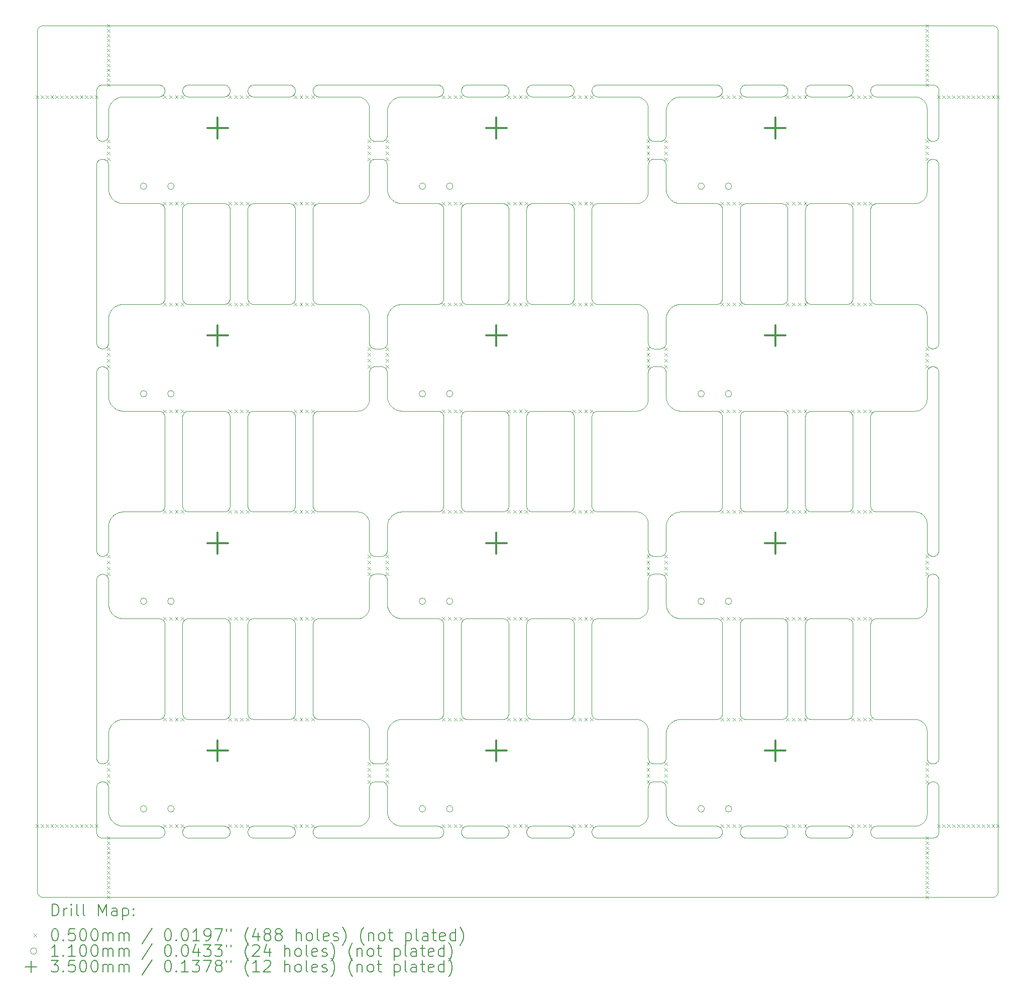
<source format=gbr>
%FSLAX45Y45*%
G04 Gerber Fmt 4.5, Leading zero omitted, Abs format (unit mm)*
G04 Created by KiCad (PCBNEW 6.0.2) date 2022-03-13 21:00:12*
%MOMM*%
%LPD*%
G01*
G04 APERTURE LIST*
%TA.AperFunction,Profile*%
%ADD10C,0.100000*%
%TD*%
%ADD11C,0.200000*%
%ADD12C,0.050000*%
%ADD13C,0.110000*%
%ADD14C,0.350000*%
G04 APERTURE END LIST*
D10*
X7531649Y-12771924D02*
X7537767Y-12782300D01*
X9917946Y-9405097D02*
X9922596Y-9403686D01*
X3677454Y-12903686D02*
X3684402Y-12905887D01*
X15668010Y-7557905D02*
X15664036Y-7551796D01*
X9850030Y-5996670D02*
X9850477Y-5989396D01*
X8750527Y-12989396D02*
X8751508Y-12982175D01*
X7254588Y-11839429D02*
X7250303Y-11837139D01*
X11961214Y-12157536D02*
X11965748Y-12155788D01*
X6302282Y-4088210D02*
X6298054Y-4085815D01*
X16522967Y-12857840D02*
X16530344Y-12851815D01*
X13130568Y-4059874D02*
X13127578Y-4063705D01*
X10995986Y-12915460D02*
X11002282Y-12911790D01*
X11858611Y-14678031D02*
X11851814Y-14669658D01*
X4819264Y-11072601D02*
X4813805Y-11077428D01*
X3742514Y-16538887D02*
X3739479Y-16545513D01*
X8450050Y-9499106D02*
X8450050Y-11000895D01*
X14158283Y-5900368D02*
X14163119Y-5900844D01*
X4755858Y-7599781D02*
X4750994Y-7599900D01*
X8448979Y-9484574D02*
X8449573Y-9489396D01*
X14552967Y-14524956D02*
X14551458Y-14517826D01*
X13143416Y-14536531D02*
X13141557Y-14541020D01*
X13093378Y-14590396D02*
X13088936Y-14592365D01*
X2785815Y-5198104D02*
X2788210Y-5202332D01*
X6250694Y-11013019D02*
X6250069Y-11005758D01*
X2825193Y-5759564D02*
X2831338Y-5771380D01*
X14249256Y-7513019D02*
X14248543Y-7517825D01*
X15338261Y-16452433D02*
X15341457Y-16458982D01*
X8449931Y-5994242D02*
X8450050Y-5999106D01*
X10637089Y-11049697D02*
X10634591Y-11053865D01*
X11970362Y-8654263D02*
X11977409Y-8652406D01*
X7736711Y-12899732D02*
X7750316Y-12900100D01*
X16788111Y-3952331D02*
X16790296Y-3956672D01*
X3745053Y-3967945D02*
X3746463Y-3972595D01*
X9866685Y-16556003D02*
X9864085Y-16551897D01*
X5877354Y-5903686D02*
X5882004Y-5905097D01*
X4833315Y-11055902D02*
X4829046Y-11061808D01*
X3750050Y-5999106D02*
X3750050Y-7500894D01*
X14641718Y-7599632D02*
X14634474Y-7598828D01*
X13471004Y-16438192D02*
X13474087Y-16434436D01*
X10639379Y-7545411D02*
X10637089Y-7549697D01*
X3012115Y-5897205D02*
X3025333Y-5898865D01*
X16682175Y-11848543D02*
X16677410Y-11847595D01*
X13130568Y-16559975D02*
X13127578Y-16563806D01*
X7474254Y-11817485D02*
X7469164Y-11822701D01*
X7221053Y-8311908D02*
X7218159Y-8308005D01*
X8756684Y-16536631D02*
X8755047Y-16532056D01*
X16420230Y-12899067D02*
X16429671Y-12897874D01*
X13471004Y-3938092D02*
X13474087Y-3934336D01*
X11729669Y-14602128D02*
X11720232Y-14600935D01*
X14155858Y-14599781D02*
X14150994Y-14599901D01*
X7475864Y-4815664D02*
X7472600Y-4819264D01*
X10630468Y-3940026D02*
X10633266Y-3943998D01*
X10575005Y-3902967D02*
X10579688Y-3904263D01*
X7449697Y-5162861D02*
X7453865Y-5165359D01*
X9904489Y-16410671D02*
X9908881Y-16408594D01*
X2805025Y-14799669D02*
X2802794Y-14812117D01*
X8448593Y-4017825D02*
X8447083Y-4024955D01*
X13150050Y-11000895D02*
X13149782Y-11008184D01*
X8438360Y-7547568D02*
X8434691Y-7553865D01*
X14222701Y-14569165D02*
X14217485Y-14574255D01*
X15303915Y-12915460D02*
X15307956Y-12918160D01*
X5872641Y-5902505D02*
X5877354Y-5903686D01*
X14215665Y-11075864D02*
X14209975Y-11080418D01*
X11699683Y-4099900D02*
X11048956Y-4099900D01*
X15689977Y-3919482D02*
X15693949Y-3916684D01*
X11901172Y-11765527D02*
X11900577Y-11760704D01*
X9503965Y-9415460D02*
X9508005Y-9418159D01*
X6322545Y-4096314D02*
X6315598Y-4094113D01*
X16545034Y-5837848D02*
X16551830Y-5830325D01*
X7211790Y-11797669D02*
X7208593Y-11791119D01*
X7208593Y-11791119D02*
X7206733Y-11786630D01*
X4088142Y-9421054D02*
X4094048Y-9416785D01*
X2751796Y-12164085D02*
X2755901Y-12166685D01*
X4082565Y-3925646D02*
X4086245Y-3922472D01*
X14551458Y-14517826D02*
X14550477Y-14510604D01*
X11946135Y-15334641D02*
X11942095Y-15331941D01*
X11903067Y-12224945D02*
X11904363Y-12220262D01*
X15741668Y-16599733D02*
X15736832Y-16599256D01*
X15650695Y-9486982D02*
X15651408Y-9482175D01*
X6262811Y-3950203D02*
X6265309Y-3946035D01*
X12165564Y-11825964D02*
X12161808Y-11829047D01*
X8404015Y-4084540D02*
X8399847Y-4087038D01*
X16600220Y-11755858D02*
X16600101Y-11750994D01*
X4066734Y-5944098D02*
X4071003Y-5938192D01*
X9869483Y-7559874D02*
X9865360Y-7553865D01*
X5899747Y-12912962D02*
X5905951Y-12916785D01*
X10949950Y-9499106D02*
X10950219Y-9491817D01*
X16661215Y-12157536D02*
X16665748Y-12155788D01*
X10951408Y-12982175D02*
X10952917Y-12975046D01*
X4102381Y-4088210D02*
X4098154Y-4085815D01*
X16751697Y-5164085D02*
X16755802Y-5166684D01*
X6327259Y-16597596D02*
X6322545Y-16596415D01*
X12180418Y-11809974D02*
X12175864Y-11815664D01*
X15665310Y-5946135D02*
X15668010Y-5942095D01*
X15669433Y-4059874D02*
X15666635Y-4055901D01*
X5178996Y-11070904D02*
X5174036Y-11065564D01*
X16627400Y-8680736D02*
X16632616Y-8675646D01*
X11901558Y-4767925D02*
X11900845Y-4763119D01*
X11796546Y-12875252D02*
X11805851Y-12869802D01*
X5933265Y-9444099D02*
X5937088Y-9450303D01*
X4096085Y-16584642D02*
X4092045Y-16581942D01*
X11011065Y-16407637D02*
X11017896Y-16405098D01*
X12244728Y-7707140D02*
X12237756Y-7717720D01*
X5157536Y-3961114D02*
X5159505Y-3956672D01*
X2605196Y-15282055D02*
X2603786Y-15277405D01*
X10961640Y-7547568D02*
X10959455Y-7543228D01*
X16772501Y-12180736D02*
X16775765Y-12184336D01*
X9482055Y-4094903D02*
X9477405Y-4096314D01*
X11911790Y-15297669D02*
X11909605Y-15293328D01*
X10637089Y-7549697D02*
X10634591Y-7553865D01*
X13138360Y-16547669D02*
X13135965Y-16551897D01*
X10641457Y-14541019D02*
X10639379Y-14545412D01*
X6288042Y-16579047D02*
X6284286Y-16575965D01*
X8442514Y-16538887D02*
X8440545Y-16543329D01*
X16798343Y-8732075D02*
X16799056Y-8736882D01*
X2877686Y-4168743D02*
X2868727Y-4177703D01*
X9908881Y-14591407D02*
X9902332Y-14588211D01*
X12437320Y-16399771D02*
X12450316Y-16400100D01*
X16603067Y-8724945D02*
X16604363Y-8720262D01*
X8427578Y-3936195D02*
X8430568Y-3940026D01*
X2799902Y-7850004D02*
X2799870Y-8253430D01*
X2798828Y-15265527D02*
X2797494Y-15272692D01*
X15349951Y-14500894D02*
X15349682Y-14508183D01*
X10965310Y-14553865D02*
X10961640Y-14547568D01*
X16745312Y-8660571D02*
X16749598Y-8662862D01*
X2777428Y-8686195D02*
X2780417Y-8690026D01*
X16564236Y-12814298D02*
X16569814Y-12805832D01*
X13122751Y-12930836D02*
X13127578Y-12936295D01*
X15344954Y-9468046D02*
X15346364Y-9472696D01*
X5158493Y-7541019D02*
X5156634Y-7536530D01*
X10634591Y-9446135D02*
X10638260Y-9452432D01*
X3691169Y-16408593D02*
X3695561Y-16410671D01*
X11760505Y-7609283D02*
X11750143Y-7606293D01*
X2852629Y-16303583D02*
X2860248Y-16312913D01*
X12129638Y-4845737D02*
X12122591Y-4847594D01*
X5159505Y-4043228D02*
X5157536Y-4038785D01*
X8445787Y-14529639D02*
X8444263Y-14534253D01*
X5865476Y-4098828D02*
X5858233Y-4099632D01*
X15291070Y-9408594D02*
X15295462Y-9410671D01*
X8796085Y-5915459D02*
X8802382Y-5911790D01*
X11895999Y-5740267D02*
X11897787Y-5730288D01*
X6277249Y-4069164D02*
X6272422Y-4063705D01*
X9936882Y-16400845D02*
X9941717Y-16400369D01*
X15684287Y-7575864D02*
X15680686Y-7572600D01*
X14233316Y-7555901D02*
X14230518Y-7559874D01*
X6311064Y-14592364D02*
X6304438Y-14589329D01*
X8449931Y-16494242D02*
X8450050Y-16500995D01*
X2638292Y-15670954D02*
X2642195Y-15668060D01*
X9875646Y-4067384D02*
X9872472Y-4063705D01*
X6291945Y-16581942D02*
X6288042Y-16579047D01*
X16798343Y-12232075D02*
X16799056Y-12236882D01*
X14554997Y-12968046D02*
X14556634Y-12963471D01*
X3682104Y-16595004D02*
X3675105Y-16597034D01*
X10550944Y-5900100D02*
X10558233Y-5900368D01*
X11883872Y-7721082D02*
X11879650Y-7711893D01*
X12199871Y-15746571D02*
X12199903Y-16149995D01*
X15344954Y-5968045D02*
X15346364Y-5972695D01*
X2661314Y-11842464D02*
X2656872Y-11840495D01*
X8434691Y-14553866D02*
X8430568Y-14559875D01*
X9941717Y-16400369D02*
X9949006Y-16400101D01*
X16602506Y-8272691D02*
X16601172Y-8265526D01*
X16614185Y-12198104D02*
X16616785Y-12193999D01*
X16691818Y-8349732D02*
X16686982Y-8349255D01*
X11027259Y-16597596D02*
X11022546Y-16596415D01*
X15305952Y-7583215D02*
X15301847Y-7585815D01*
X7408183Y-8650268D02*
X7415426Y-8651072D01*
X8413855Y-3922472D02*
X8417534Y-3925646D01*
X9908881Y-3908493D02*
X9913371Y-3906633D01*
X4831941Y-9442095D02*
X4834640Y-9446135D01*
X11900130Y-8253430D02*
X11900100Y-7800317D01*
X14231941Y-4057905D02*
X14229047Y-4061808D01*
X2802790Y-4312140D02*
X2801134Y-4325333D01*
X9859505Y-14543228D02*
X9856634Y-14536530D01*
X12237756Y-14717721D02*
X12231341Y-14728619D01*
X2724955Y-12152967D02*
X2729638Y-12154263D01*
X6336831Y-11099156D02*
X6329636Y-11097998D01*
X16583883Y-7721106D02*
X16579917Y-7712455D01*
X8766735Y-9444099D02*
X8771004Y-9438192D01*
X14600204Y-11087039D02*
X14593999Y-11083216D01*
X2800228Y-5662654D02*
X2801263Y-5675934D01*
X13067975Y-16401558D02*
X13075105Y-16403067D01*
X13488142Y-11078947D02*
X13484386Y-11075864D01*
X11994242Y-11849881D02*
X11986982Y-11849256D01*
X14593999Y-11083216D02*
X14588093Y-11078947D01*
X16469481Y-16387643D02*
X16478321Y-16384121D01*
X7097117Y-4125057D02*
X7087543Y-4120083D01*
X11986982Y-15349256D02*
X11979786Y-15348098D01*
X10555808Y-16400220D02*
X10563069Y-16400845D01*
X8417534Y-16574355D02*
X8413855Y-16577529D01*
X15301847Y-3914085D02*
X15305952Y-3916684D01*
X12163706Y-5172472D02*
X12169165Y-5177299D01*
X14580736Y-12927400D02*
X14584336Y-12924137D01*
X7263470Y-15656634D02*
X7270362Y-15654264D01*
X7596907Y-5847758D02*
X7607658Y-5855623D01*
X9463119Y-16599256D02*
X9458283Y-16599733D01*
X3746463Y-11027305D02*
X3745053Y-11031955D01*
X9917946Y-16405097D02*
X9922596Y-16403687D01*
X14150994Y-11099900D02*
X13549056Y-11099901D01*
X14206002Y-9416785D02*
X14211908Y-9421054D01*
X10647545Y-16522692D02*
X10646364Y-16527406D01*
X12237756Y-7717720D02*
X12231341Y-7728618D01*
X9508005Y-4081841D02*
X9503965Y-4084540D01*
X15649951Y-12999107D02*
X15650070Y-12994243D01*
X15349682Y-16508284D02*
X15349206Y-16513120D01*
X8755047Y-16532056D02*
X8753636Y-16527406D01*
X10628997Y-11061808D02*
X10625914Y-11065564D01*
X16621054Y-15688093D02*
X16625746Y-15682516D01*
X2727304Y-15346414D02*
X2720214Y-15348098D01*
X6336831Y-7599155D02*
X6329636Y-7597998D01*
X10615614Y-14575864D02*
X10611858Y-14578947D01*
X8759555Y-4043228D02*
X8757586Y-4038785D01*
X16624137Y-11815664D02*
X16621054Y-11811908D01*
X15324305Y-3932515D02*
X15327479Y-3936195D01*
X5220262Y-16404364D02*
X5224945Y-16403068D01*
X2729638Y-5154263D02*
X2734252Y-5155787D01*
X6302282Y-16411791D02*
X6306622Y-16409606D01*
X15675597Y-14567384D02*
X15672423Y-14563705D01*
X4822700Y-9430836D02*
X4825963Y-9434436D01*
X10972422Y-11063705D02*
X10968009Y-11057905D01*
X8445787Y-3970262D02*
X8447083Y-3974945D01*
X7499902Y-11350004D02*
X7499870Y-11753430D01*
X2609705Y-5206672D02*
X2613061Y-5200203D01*
X4113420Y-9406734D02*
X4120312Y-9404363D01*
X4052455Y-12977409D02*
X4053636Y-12972696D01*
X10640445Y-3956672D02*
X10642414Y-3961114D01*
X2605987Y-12215648D02*
X2608693Y-12208881D01*
X10973987Y-3934336D02*
X10977250Y-3930735D01*
X7499902Y-4350004D02*
X7499870Y-4753429D01*
X13117534Y-14574255D02*
X13111958Y-14578947D01*
X14172691Y-5902505D02*
X14177405Y-5903686D01*
X16799056Y-8263119D02*
X16797899Y-8270314D01*
X4797668Y-11088211D02*
X4791119Y-11091407D01*
X3733365Y-9444099D02*
X3737188Y-9450303D01*
X2844377Y-5792343D02*
X2852240Y-5803091D01*
X7201171Y-8265526D02*
X7200576Y-8260704D01*
X4115698Y-16405887D02*
X4120312Y-16404363D01*
X3740545Y-4043228D02*
X3738360Y-4047568D01*
X4849255Y-11013019D02*
X4848542Y-11017826D01*
X8754313Y-12970362D02*
X8756684Y-12963471D01*
X7474254Y-5182516D02*
X7478946Y-5188092D01*
X2684673Y-11848929D02*
X2679886Y-11848098D01*
X9862862Y-12950303D02*
X9865360Y-12946136D01*
X16618159Y-15691996D02*
X16621054Y-15688093D01*
X11008831Y-9408594D02*
X11013321Y-9406734D01*
X7628642Y-4131326D02*
X7617174Y-4138104D01*
X12244728Y-14707141D02*
X12237756Y-14717721D01*
X14606673Y-5909605D02*
X14611115Y-5907636D01*
X5858233Y-4099632D02*
X5850944Y-4099900D01*
X16630836Y-12177300D02*
X16634436Y-12174037D01*
X5162861Y-11049697D02*
X5159505Y-11043228D01*
X10975596Y-7567384D02*
X10972422Y-7563705D01*
X14211908Y-4078946D02*
X14208005Y-4081841D01*
X12207890Y-11287326D02*
X12205026Y-11299669D01*
X13079788Y-16595738D02*
X13075105Y-16597034D01*
X8813421Y-16406734D02*
X8817996Y-16405097D01*
X11984574Y-12151072D02*
X11989396Y-12150477D01*
X11851829Y-5830325D02*
X11858235Y-5822468D01*
X11950303Y-15337139D02*
X11946135Y-15334641D01*
X2600200Y-15749007D02*
X2600319Y-15744143D01*
X2630935Y-4822700D02*
X2625846Y-4817484D01*
X15338261Y-5952432D02*
X15340446Y-5956772D01*
X15652356Y-3977309D02*
X15653537Y-3972595D01*
X10560654Y-11099423D02*
X10555808Y-11099781D01*
X9525964Y-7565564D02*
X9522701Y-7569165D01*
X7499632Y-5241717D02*
X7499870Y-5246570D01*
X14554997Y-14531955D02*
X14552967Y-14524956D01*
X2738786Y-11842464D02*
X2734252Y-11844213D01*
X16619583Y-5190026D02*
X16622572Y-5186195D01*
X8750527Y-11010604D02*
X8750080Y-11003330D01*
X16497116Y-5874944D02*
X16505831Y-5869814D01*
X2661314Y-4842464D02*
X2656872Y-4840495D01*
X5154997Y-7531955D02*
X5153586Y-7527305D01*
X3748592Y-9482175D02*
X3749573Y-9489396D01*
X4100253Y-12912962D02*
X4106722Y-12909605D01*
X7198992Y-4279124D02*
X7197782Y-4269689D01*
X2940435Y-7625194D02*
X2928620Y-7631339D01*
X16537866Y-16345019D02*
X16545034Y-16337850D01*
X16784441Y-16553966D02*
X16781742Y-16558006D01*
X3745787Y-16529739D02*
X3744262Y-16534353D01*
X7097092Y-16374958D02*
X7105297Y-16370138D01*
X6252917Y-9475045D02*
X6254947Y-9468046D01*
X4822700Y-7569165D02*
X4819264Y-7572600D01*
X4066734Y-16556003D02*
X4064135Y-16551897D01*
X14239430Y-9454589D02*
X14242464Y-9461214D01*
X11769506Y-4112368D02*
X11759290Y-4108901D01*
X9549881Y-5994242D02*
X9550000Y-5999106D01*
X4775055Y-16403067D02*
X4779738Y-16404363D01*
X8753636Y-16527406D02*
X8752456Y-16522692D01*
X6252355Y-16522692D02*
X6251021Y-16515527D01*
X12328621Y-7631339D02*
X12317723Y-7637754D01*
X4811908Y-16579047D02*
X4808005Y-16581942D01*
X16682175Y-8348542D02*
X16677410Y-8347594D01*
X10977250Y-14569165D02*
X10972422Y-14563705D01*
X2703329Y-8349970D02*
X2694342Y-8349881D01*
X11890919Y-12759890D02*
X11893708Y-12750143D01*
X10989976Y-11080418D02*
X10984286Y-11075864D01*
X15655738Y-9465748D02*
X15657487Y-9461215D01*
X5877354Y-9403686D02*
X5882004Y-9405097D01*
X10622651Y-16569266D02*
X10619215Y-16572702D01*
X5907955Y-16581942D02*
X5903915Y-16584642D01*
X16420230Y-9399067D02*
X16429671Y-9397873D01*
X4050080Y-14503330D02*
X4050050Y-12999106D01*
X2797997Y-8729686D02*
X2799155Y-8736882D01*
X12318256Y-16362570D02*
X12328641Y-16368674D01*
X7475864Y-15684336D02*
X7480418Y-15690026D01*
X14593999Y-3916684D02*
X14598104Y-3914085D01*
X12196314Y-12222596D02*
X12197495Y-12227309D01*
X16537866Y-9345018D02*
X16545034Y-9337849D01*
X9941717Y-9400368D02*
X9946571Y-9400130D01*
X2963131Y-4115479D02*
X2951364Y-4120180D01*
X2715426Y-15348929D02*
X2710604Y-15349524D01*
X5191995Y-16581942D02*
X5188092Y-16579047D01*
X15349206Y-11013019D02*
X15348493Y-11017825D01*
X16705659Y-5150119D02*
X16710505Y-5150477D01*
X7130343Y-9351814D02*
X7137865Y-9345018D01*
X9467925Y-9401558D02*
X9472691Y-9402506D01*
X15708832Y-12908594D02*
X15713321Y-12906734D01*
X11929097Y-8678997D02*
X11932616Y-8675646D01*
X15678947Y-3928996D02*
X15682466Y-3925646D01*
X16700795Y-4850000D02*
X16694243Y-4849881D01*
X16642096Y-11831941D02*
X16638193Y-11829047D01*
X5155787Y-11034252D02*
X5153586Y-11027305D01*
X12165565Y-15674037D02*
X12169165Y-15677300D01*
X5911858Y-12921054D02*
X5917434Y-12925746D01*
X13472522Y-7563705D02*
X13469533Y-7559874D01*
X8449305Y-14513020D02*
X8448593Y-14517826D01*
X14186630Y-9406734D02*
X14193328Y-9409605D01*
X15297619Y-3911690D02*
X15301847Y-3914085D01*
X11864236Y-11185706D02*
X11858611Y-11178031D01*
X6336831Y-16599256D02*
X6332025Y-16598544D01*
X14248543Y-12982175D02*
X14249524Y-12989397D01*
X2663570Y-16593367D02*
X2659081Y-16591508D01*
X12387328Y-7607888D02*
X12374527Y-7611576D01*
X16794804Y-8717946D02*
X16796215Y-8722596D01*
X15682466Y-3925646D02*
X15686146Y-3922472D01*
X2615559Y-4803965D02*
X2613061Y-4799797D01*
X8769533Y-14559875D02*
X8765410Y-14553866D01*
X14558494Y-9458981D02*
X14561690Y-9452432D01*
X5909924Y-16419583D02*
X5913755Y-16422573D01*
X5870264Y-9402003D02*
X5877354Y-9403686D01*
X11814825Y-12863858D02*
X11822487Y-12858222D01*
X6251407Y-9482175D02*
X6252917Y-9475045D01*
X7174633Y-7702342D02*
X7169800Y-7694149D01*
X9874037Y-16434437D02*
X9877300Y-16430836D01*
X10640445Y-4043228D02*
X10638260Y-4047568D01*
X6298054Y-9414185D02*
X6302282Y-9411790D01*
X13498154Y-3914085D02*
X13502382Y-3911690D01*
X2896428Y-7652622D02*
X2887088Y-7660248D01*
X13455047Y-12968046D02*
X13456684Y-12963471D01*
X16799801Y-12249006D02*
X16799771Y-15253430D01*
X7711501Y-11102897D02*
X7699646Y-11105031D01*
X16722492Y-4847594D02*
X16715327Y-4848928D01*
X11946135Y-12165360D02*
X11950303Y-12162862D01*
X7663131Y-7615480D02*
X7651388Y-7620171D01*
X8786245Y-16422572D02*
X8790076Y-16419583D01*
X11900130Y-15253430D02*
X11900100Y-14800318D01*
X5164085Y-16551897D02*
X5161690Y-16547669D01*
X2793266Y-15286630D02*
X2790395Y-15293328D01*
X2661314Y-12157536D02*
X2668145Y-12154997D01*
X11999106Y-15650001D02*
X12103330Y-15650030D01*
X8750169Y-7505758D02*
X8750050Y-7500894D01*
X4113420Y-14593267D02*
X4106722Y-14590396D01*
X7463705Y-5172472D02*
X7469165Y-5177299D01*
X15689977Y-11080418D02*
X15686146Y-11077428D01*
X6329636Y-11097998D02*
X6324895Y-11096933D01*
X9548929Y-3984473D02*
X9549523Y-3989296D01*
X9508005Y-12918159D02*
X9513805Y-12922572D01*
X8406052Y-16416785D02*
X8410024Y-16419583D01*
X2642195Y-11831941D02*
X2638292Y-11829047D01*
X12306613Y-14645105D02*
X12296909Y-14652242D01*
X2738785Y-5157536D02*
X2743228Y-5159505D01*
X10970904Y-3938092D02*
X10973987Y-3934336D01*
X11029636Y-3901902D02*
X11034424Y-3901071D01*
X10951408Y-14517825D02*
X10950695Y-14513019D01*
X11034424Y-12901172D02*
X11041667Y-12900369D01*
X15313756Y-16422573D02*
X15319215Y-16427400D01*
X7105831Y-4130187D02*
X7097117Y-4125057D01*
X5949682Y-16508284D02*
X5949205Y-16513120D01*
X7617720Y-5862245D02*
X7628618Y-5868660D01*
X5938260Y-3952331D02*
X5940445Y-3956672D01*
X14582516Y-3925646D02*
X14586196Y-3922472D01*
X7498828Y-11765527D02*
X7497998Y-11770314D01*
X2618259Y-15308006D02*
X2615559Y-15303965D01*
X8393378Y-3909505D02*
X8397718Y-3911690D01*
X9472691Y-16597596D02*
X9467925Y-16598544D01*
X16791308Y-8708881D02*
X16793167Y-8713371D01*
X8445053Y-11031955D02*
X8443416Y-11036530D01*
X14203965Y-16584642D02*
X14199797Y-16587140D01*
X16665748Y-12155788D02*
X16670362Y-12154263D01*
X2632715Y-15675646D02*
X2638292Y-15670954D01*
X16751697Y-15335916D02*
X16747469Y-15338311D01*
X4838310Y-12952432D02*
X4840495Y-12956772D01*
X4849255Y-4013018D02*
X4848542Y-4017825D01*
X12287107Y-12839767D02*
X12296907Y-12847759D01*
X11814824Y-14636143D02*
X11805832Y-14630188D01*
X3744262Y-9465748D02*
X3746463Y-9472696D01*
X4090075Y-3919482D02*
X4094048Y-3916684D01*
X13460621Y-11045412D02*
X13458543Y-11041019D01*
X12374527Y-7611576D02*
X12363132Y-7615480D01*
X13149931Y-5994242D02*
X13150050Y-5999106D01*
X7436530Y-12156634D02*
X7443228Y-12159505D01*
X12200230Y-11337345D02*
X12199902Y-11350004D01*
X3688935Y-3907536D02*
X3693378Y-3909505D01*
X11906734Y-8286630D02*
X11905097Y-8282054D01*
X8779047Y-12929097D02*
X8784386Y-12924136D01*
X3731991Y-4057905D02*
X3729096Y-4061808D01*
X7429638Y-12154263D02*
X7436530Y-12156634D01*
X6302282Y-16588311D02*
X6298054Y-16585916D01*
X11034424Y-11098829D02*
X11027259Y-11097495D01*
X5860654Y-11099423D02*
X5855808Y-11099781D01*
X10969433Y-14559874D02*
X10965310Y-14553865D01*
X16600220Y-8744142D02*
X16600845Y-8736881D01*
X16625746Y-15682516D02*
X16630836Y-15677300D01*
X5925913Y-7565564D02*
X5920953Y-7570904D01*
X13101946Y-11085816D02*
X13097718Y-11088211D01*
X6311064Y-16407637D02*
X6317895Y-16405098D01*
X15693949Y-9416785D02*
X15698055Y-9414185D01*
X15727260Y-4097494D02*
X15722546Y-4096314D01*
X9537139Y-14549698D02*
X9534641Y-14553865D01*
X2700894Y-8650000D02*
X2705757Y-8650119D01*
X12198829Y-12234474D02*
X12199632Y-12241717D01*
X12260662Y-4186620D02*
X12252243Y-4196906D01*
X10961640Y-11047568D02*
X10958444Y-11041019D01*
X15651853Y-11020214D02*
X15650695Y-11013019D01*
X15651408Y-3982074D02*
X15652356Y-3977309D01*
X8430568Y-3940026D02*
X8433366Y-3943998D01*
X9544213Y-16465748D02*
X9545737Y-16470362D01*
X6278946Y-16571005D02*
X6275596Y-16567485D01*
X7242095Y-8668059D02*
X7246135Y-8665360D01*
X4055046Y-7531955D02*
X4053636Y-7527305D01*
X8447083Y-16525056D02*
X8445787Y-16529739D01*
X7500229Y-7837345D02*
X7499902Y-7850004D01*
X6288042Y-9421054D02*
X6293948Y-9416785D01*
X16775765Y-12184336D02*
X16778847Y-12188092D01*
X10964035Y-11051796D02*
X10961640Y-11047568D01*
X14608882Y-7591407D02*
X14602332Y-7588210D01*
X5917434Y-3925646D02*
X5920953Y-3928996D01*
X5166684Y-5944098D02*
X5169482Y-5940126D01*
X6275596Y-7567384D02*
X6272422Y-7563705D01*
X9880736Y-9427400D02*
X9884336Y-9424137D01*
X11760505Y-14609284D02*
X11750143Y-14606294D01*
X10563069Y-16599256D02*
X10558233Y-16599733D01*
X5188092Y-16421054D02*
X5191995Y-16418160D01*
X16610671Y-15295512D02*
X16608594Y-15291119D01*
X4822700Y-5930835D02*
X4827528Y-5936295D01*
X17718823Y-2901633D02*
X17709724Y-2900291D01*
X11710121Y-12899836D02*
X11720876Y-12898994D01*
X2805029Y-9200355D02*
X2807888Y-9212673D01*
X5152967Y-9475045D02*
X5154997Y-9468046D01*
X2705757Y-15650120D02*
X2710603Y-15650477D01*
X6258443Y-12958982D02*
X6260521Y-12954589D01*
X6306622Y-4090395D02*
X6302282Y-4088210D01*
X13148979Y-16515527D02*
X13148148Y-16520315D01*
X2928620Y-11131339D02*
X2917722Y-11137754D01*
X7169800Y-7694149D02*
X7164236Y-7685705D01*
X5211114Y-16407637D02*
X5215648Y-16405888D01*
X9540495Y-4043228D02*
X9538310Y-4047568D01*
X12339294Y-14625755D02*
X12328621Y-14631340D01*
X16600220Y-15255858D02*
X16600101Y-15250994D01*
X14225964Y-11065565D02*
X14221004Y-11070904D01*
X15299748Y-16587140D02*
X15295462Y-16589430D01*
X13522646Y-11096314D02*
X13517996Y-11094904D01*
X2684673Y-5151072D02*
X2689496Y-5150477D01*
X16777329Y-8313805D02*
X16774155Y-8317484D01*
X10605952Y-16416785D02*
X10609925Y-16419583D01*
X8827359Y-12902506D02*
X8832125Y-12901558D01*
X11006622Y-4090395D02*
X11002282Y-4088210D01*
X13150050Y-9499106D02*
X13150050Y-11000895D01*
X8822646Y-16403686D02*
X8827359Y-16402506D01*
X4822700Y-12930836D02*
X4825963Y-12934436D01*
X10625914Y-4065564D02*
X10620954Y-4070903D01*
X14250000Y-14500895D02*
X14249732Y-14508184D01*
X5949950Y-7500894D02*
X5949682Y-7508183D01*
X3651044Y-12900100D02*
X3655907Y-12900219D01*
X7505030Y-5700354D02*
X7507889Y-5712672D01*
X12211375Y-14775144D02*
X12207890Y-14787326D01*
X14555788Y-16465749D02*
X14557536Y-16461215D01*
X11805832Y-7630187D02*
X11797117Y-7625057D01*
X2825472Y-7739849D02*
X2820434Y-7750794D01*
X14167926Y-14598443D02*
X14160704Y-14599424D01*
X12200229Y-16162654D02*
X12201136Y-16174669D01*
X9549732Y-7508183D02*
X9549256Y-7513019D01*
X9458283Y-16599733D02*
X9450994Y-16600001D01*
X3733365Y-3943998D02*
X3735965Y-3948104D01*
X9533316Y-12944099D02*
X9537139Y-12950303D01*
X8434691Y-12946135D02*
X8438360Y-12952432D01*
X4797668Y-3911690D02*
X4801896Y-3914085D01*
X10591069Y-4091407D02*
X10586580Y-4093266D01*
X16646136Y-15665360D02*
X16650303Y-15662862D01*
X10641457Y-7541019D02*
X10639379Y-7545411D01*
X11858235Y-12822469D02*
X11864235Y-12814298D01*
X16789230Y-5204488D02*
X16791308Y-5208881D01*
X12317175Y-4138104D02*
X12307122Y-4144740D01*
X5227309Y-5902505D02*
X5234474Y-5901171D01*
X7193701Y-7749836D02*
X7190919Y-7740113D01*
X7438786Y-15657537D02*
X7443228Y-15659506D01*
X8439479Y-16454589D02*
X8442514Y-16461214D01*
X16793167Y-12213371D02*
X16794804Y-12217946D01*
X15297619Y-14588210D02*
X15291070Y-14591407D01*
X12211375Y-4275142D02*
X12207890Y-4287325D01*
X5213370Y-7593266D02*
X5208881Y-7591407D01*
X3748978Y-5984574D02*
X3749573Y-5989396D01*
X7497998Y-4770314D02*
X7496933Y-4775055D01*
X16675045Y-15652968D02*
X16679786Y-15651903D01*
X13051044Y-11099901D02*
X12450318Y-11099901D01*
X13455047Y-11031955D02*
X13453636Y-11027305D01*
X12412760Y-4102703D02*
X12399647Y-4105030D01*
X9890026Y-16419583D02*
X9893999Y-16416785D01*
X14649007Y-12900100D02*
X15250945Y-12900100D01*
X7151814Y-7669657D02*
X7145457Y-7662610D01*
X3749573Y-3989296D02*
X3749930Y-3994142D01*
X11897783Y-4269689D02*
X11895994Y-4259710D01*
X5850944Y-5900100D02*
X5858233Y-5900368D01*
X6348956Y-5900100D02*
X6999683Y-5900100D01*
X15317435Y-7574254D02*
X15313756Y-7577428D01*
X16703230Y-11849970D02*
X16696671Y-11849970D01*
X4840495Y-4043228D02*
X4838310Y-4047568D01*
X7221054Y-8688092D02*
X7224136Y-8684336D01*
X7429638Y-5154263D02*
X7436530Y-5156634D01*
X16765465Y-11825964D02*
X16759775Y-11830518D01*
X16791308Y-12208881D02*
X16793167Y-12213371D01*
X5886579Y-5906734D02*
X5893278Y-5909605D01*
X12244741Y-9292879D02*
X12252241Y-9303092D01*
X16677410Y-15347595D02*
X16672696Y-15346414D01*
X15327479Y-3936195D02*
X15330468Y-3940026D01*
X11900845Y-8263119D02*
X11900368Y-8258283D01*
X15729637Y-14597998D02*
X15722546Y-14596314D01*
X5152405Y-16522692D02*
X5151457Y-16517926D01*
X1652906Y-17588368D02*
X1661785Y-17592569D01*
X8750527Y-14510605D02*
X8750169Y-14505759D01*
X2640226Y-4830517D02*
X2636395Y-4827528D01*
X14172691Y-16597596D02*
X14167926Y-16598544D01*
X16420233Y-14600935D02*
X16410768Y-14600206D01*
X2755901Y-15666685D02*
X2759874Y-15669483D01*
X3744262Y-7534252D02*
X3742514Y-7538786D01*
X17770668Y-2929115D02*
X17763389Y-2922520D01*
X3722750Y-4069164D02*
X3719314Y-4072600D01*
X13549056Y-16400100D02*
X14150994Y-16400100D01*
X9854263Y-12970362D02*
X9856634Y-12963471D01*
X7484540Y-4803965D02*
X7481841Y-4808005D01*
X16632616Y-8675646D02*
X16636295Y-8672472D01*
X5232075Y-16598544D02*
X5227309Y-16597596D01*
X14620262Y-5904363D02*
X14624945Y-5903067D01*
X16598994Y-14779125D02*
X16597784Y-14769690D01*
X9944142Y-4099780D02*
X9939297Y-4099423D01*
X5897618Y-3911690D02*
X5901846Y-3914085D01*
X2618259Y-11808005D02*
X2615559Y-11803965D01*
X11720232Y-11100934D02*
X11710768Y-11100206D01*
X5182516Y-3925646D02*
X5186195Y-3922472D01*
X11699995Y-7599902D02*
X11048956Y-7599900D01*
X10625914Y-5934436D02*
X10630468Y-5940126D01*
X11013321Y-4093266D02*
X11006622Y-4090395D01*
X9501896Y-12914185D02*
X9508005Y-12918159D01*
X14165527Y-7598828D02*
X14160704Y-7599423D01*
X2807888Y-9212673D02*
X2811194Y-9224260D01*
X11864236Y-7685705D02*
X11858611Y-7678030D01*
X11759911Y-9390912D02*
X11768894Y-9387850D01*
X13088936Y-3907536D02*
X13093378Y-3909505D01*
X2656872Y-4840495D02*
X2650403Y-4837138D01*
X12296907Y-12847759D02*
X12307659Y-12855624D01*
X10641457Y-16458982D02*
X10644163Y-16465749D01*
X2710604Y-15349524D02*
X2703329Y-15349971D01*
X11924137Y-11815664D02*
X11921054Y-11811908D01*
X8384402Y-4094113D02*
X8377455Y-4096313D01*
X6264035Y-16551897D02*
X6261640Y-16547669D01*
X14554997Y-9468046D02*
X14556634Y-9463471D01*
X2987300Y-16392106D02*
X2999035Y-16394838D01*
X10609924Y-3919482D02*
X10613755Y-3922472D01*
X12143228Y-11840495D02*
X12136530Y-11843367D01*
X7492364Y-15288886D02*
X7489329Y-15295512D01*
X2668145Y-8654997D02*
X2675145Y-8652967D01*
X11006622Y-7590395D02*
X11000153Y-7587038D01*
X2790395Y-15706673D02*
X2792364Y-15711115D01*
X3739479Y-14545412D02*
X3737188Y-14549698D01*
X11972696Y-15346414D02*
X11965748Y-15344213D01*
X16786940Y-15700204D02*
X16789230Y-15704489D01*
X10950219Y-3991717D02*
X10950695Y-3986881D01*
X9854263Y-11029639D02*
X9852406Y-11022591D01*
X4051507Y-9482175D02*
X4052455Y-9477409D01*
X14550477Y-14510604D02*
X14550030Y-14503330D01*
X10649831Y-9494243D02*
X10649950Y-9499106D01*
X2608693Y-15291119D02*
X2606833Y-15286630D01*
X16557833Y-7677024D02*
X16551815Y-7669657D01*
X13450795Y-12986981D02*
X13451508Y-12982175D01*
X10952917Y-12975046D02*
X10954947Y-12968046D01*
X7096545Y-12875252D02*
X7105851Y-12869802D01*
X14636882Y-11099156D02*
X14632075Y-11098443D01*
X10643317Y-11036530D02*
X10641457Y-11041019D01*
X7422591Y-5152405D02*
X7429638Y-5154263D01*
X13508931Y-12908593D02*
X13515698Y-12905887D01*
X16599837Y-7789878D02*
X16598994Y-7779124D01*
X5933265Y-3943998D02*
X5935865Y-3948104D01*
X8798154Y-16414185D02*
X8804539Y-16410671D01*
X13129096Y-5938192D02*
X13131991Y-5942095D01*
X13484386Y-12924136D02*
X13490076Y-12919583D01*
X9539429Y-7545412D02*
X9537139Y-7549697D01*
X12103330Y-15349971D02*
X11999106Y-15350001D01*
X2696770Y-3900030D02*
X3651044Y-3900000D01*
X3695561Y-12910671D02*
X3701946Y-12914185D01*
X2670462Y-3904263D02*
X2675145Y-3902967D01*
X8750318Y-3991717D02*
X8750795Y-3986881D01*
X7736711Y-9399732D02*
X7750317Y-9400100D01*
X11895999Y-12740268D02*
X11897787Y-12730289D01*
X13079788Y-3904263D02*
X13084402Y-3905787D01*
X2772600Y-4819264D02*
X2767384Y-4824354D01*
X8849056Y-3900000D02*
X9450994Y-3900000D01*
X2887585Y-16340169D02*
X2896926Y-16347775D01*
X14230518Y-3940026D02*
X14233316Y-3943998D01*
X15349921Y-16496671D02*
X15349921Y-16503431D01*
X16720115Y-16598099D02*
X16712920Y-16599256D01*
X12136530Y-11843367D02*
X12129638Y-11845737D01*
X12387326Y-9392111D02*
X12399644Y-9394970D01*
X16749598Y-8662862D02*
X16753766Y-8665360D01*
X12194113Y-8715648D02*
X12196314Y-8722596D01*
X12201136Y-4325333D02*
X12200230Y-4337344D01*
X13450318Y-12991817D02*
X13450795Y-12986981D01*
X9850477Y-7510604D02*
X9850120Y-7505758D01*
X10563069Y-16400845D02*
X10570264Y-16402003D01*
X7088129Y-5879638D02*
X7096545Y-5875251D01*
X10642414Y-9461215D02*
X10644163Y-9465748D01*
X2777428Y-15313805D02*
X2774254Y-15317485D01*
X8774086Y-7565564D02*
X8769533Y-7559874D01*
X3747644Y-12977409D02*
X3748978Y-12984574D01*
X16646136Y-8665360D02*
X16650303Y-8662862D01*
X4061740Y-16452432D02*
X4064135Y-16448204D01*
X5867875Y-7598442D02*
X5860654Y-7599423D01*
X2679886Y-5151902D02*
X2684673Y-5151072D01*
X12196933Y-11775055D02*
X12194903Y-11782055D01*
X7088129Y-9379639D02*
X7096545Y-9375252D01*
X8351044Y-5900100D02*
X8355908Y-5900219D01*
X7070086Y-11112592D02*
X7059889Y-11109082D01*
X13060754Y-3900476D02*
X13065576Y-3901071D01*
X16638193Y-11829047D02*
X16634437Y-11825964D01*
X7215459Y-5196035D02*
X7218159Y-5191995D01*
X4849523Y-5989396D02*
X4849881Y-5994242D01*
X7434252Y-4844213D02*
X7429638Y-4845737D01*
X10619215Y-16572702D02*
X10615614Y-16575965D01*
X2717825Y-8348542D02*
X2710604Y-8349523D01*
X15670904Y-5938192D02*
X15675597Y-5932615D01*
X11779490Y-9383618D02*
X11788130Y-9379639D01*
X9927309Y-11097495D02*
X9922596Y-11096314D01*
X16478921Y-11116130D02*
X16468894Y-11112150D01*
X2717825Y-11848543D02*
X2710604Y-11849524D01*
X15708832Y-7591407D02*
X15704439Y-7589329D01*
X13513421Y-16593367D02*
X13506722Y-16590496D01*
X2963152Y-16384529D02*
X2975118Y-16388620D01*
X9550000Y-4000894D02*
X9549732Y-4008183D01*
X16675045Y-12152967D02*
X16679786Y-12151903D01*
X14550477Y-4010604D02*
X14550120Y-4005758D01*
X15277355Y-16596415D02*
X15272642Y-16597596D01*
X6250218Y-3991717D02*
X6250694Y-3986881D01*
X16605097Y-15282055D02*
X16603687Y-15277405D01*
X15303915Y-14584541D02*
X15297619Y-14588210D01*
X14649007Y-3900000D02*
X15250945Y-3900000D01*
X2751796Y-8664085D02*
X2755901Y-8666685D01*
X16638193Y-15329047D02*
X16634437Y-15325964D01*
X12296909Y-11152241D02*
X12287586Y-11159833D01*
X10951408Y-5982175D02*
X10952917Y-5975045D01*
X3747644Y-7522591D02*
X3745787Y-7529638D01*
X16610671Y-8295511D02*
X16608594Y-8291119D01*
X13527359Y-7597495D02*
X13522646Y-7596314D01*
X5850944Y-16600001D02*
X5249006Y-16600001D01*
X8447083Y-14524956D02*
X8445787Y-14529639D01*
X10558233Y-12900369D02*
X10565477Y-12901172D01*
X5150744Y-14513019D02*
X5150119Y-14505758D01*
X10644954Y-14531955D02*
X10643317Y-14536530D01*
X13486245Y-4077428D02*
X13482566Y-4074254D01*
X9511908Y-9421054D02*
X9515664Y-9424137D01*
X10984286Y-16424137D02*
X10988042Y-16421055D01*
X10950695Y-5986981D02*
X10951408Y-5982175D01*
X13513421Y-5906734D02*
X13520312Y-5904363D01*
X16600845Y-12236882D02*
X16601558Y-12232075D01*
X4821003Y-3928996D02*
X4824354Y-3932515D01*
X7525194Y-12759565D02*
X7531649Y-12771924D01*
X12437348Y-7600229D02*
X12425333Y-7601135D01*
X4102381Y-16411790D02*
X4106722Y-16409605D01*
X4059555Y-4043228D02*
X4057586Y-4038785D01*
X12252241Y-9303092D02*
X12260249Y-9312912D01*
X2799870Y-8253430D02*
X2799423Y-8260704D01*
X12100895Y-5150000D02*
X12108184Y-5150268D01*
X15319215Y-16572702D02*
X15315615Y-16575965D01*
X9864085Y-16448204D02*
X9866685Y-16444099D01*
X5905951Y-4083215D02*
X5901846Y-4085815D01*
X8365576Y-3901071D02*
X8370364Y-3901902D01*
X7639293Y-11125755D02*
X7628620Y-11131339D01*
X12136530Y-8343366D02*
X12129638Y-8345737D01*
X9543366Y-16536631D02*
X9541507Y-16541120D01*
X4777404Y-9403686D02*
X4782054Y-9405097D01*
X16722492Y-11847595D02*
X16717726Y-11848543D01*
X5186195Y-3922472D02*
X5190026Y-3919482D01*
X13130568Y-3940026D02*
X13133366Y-3943998D01*
X4848928Y-5984574D02*
X4849523Y-5989396D01*
X2907139Y-12855273D02*
X2917698Y-12862232D01*
X7205097Y-8717946D02*
X7207636Y-8711115D01*
X15303915Y-11084541D02*
X15299748Y-11087039D01*
X7559832Y-7687586D02*
X7552227Y-7696926D01*
X4050526Y-16489397D02*
X4051121Y-16484574D01*
X12328643Y-4131326D02*
X12317175Y-4138104D01*
X11887641Y-5769482D02*
X11890919Y-5759889D01*
X5877354Y-16596415D02*
X5872641Y-16597596D01*
X5236881Y-16599256D02*
X5232075Y-16598544D01*
X8370364Y-3901902D02*
X8375105Y-3902967D01*
X12157906Y-8668059D02*
X12163706Y-8672472D01*
X9524354Y-9432616D02*
X9527528Y-9436295D01*
X9549732Y-14508184D02*
X9549256Y-14513019D01*
X4072522Y-16563806D02*
X4069532Y-16559975D01*
X3747083Y-4024955D02*
X3745787Y-4029638D01*
X5249006Y-7599900D02*
X5241717Y-7599632D01*
X2790395Y-11793328D02*
X2787038Y-11799797D01*
X15258234Y-12900369D02*
X15263069Y-12900845D01*
X13065576Y-16598929D02*
X13060754Y-16599524D01*
X8774086Y-3934336D02*
X8777350Y-3930735D01*
X12184541Y-5196035D02*
X12188211Y-5202332D01*
X14208005Y-16418160D02*
X14213805Y-16422572D01*
X12149697Y-11837139D02*
X12143228Y-11840495D01*
X6317895Y-7594903D02*
X6313320Y-7593266D01*
X11986981Y-15650745D02*
X11994242Y-15650120D01*
X9850000Y-7500894D02*
X9850030Y-5996670D01*
X2783215Y-5193999D02*
X2785815Y-5198104D01*
X5154997Y-5968045D02*
X5156634Y-5963470D01*
X7499870Y-15253430D02*
X7499423Y-15260704D01*
X15250945Y-5900100D02*
X15258234Y-5900368D01*
X13502382Y-3911690D02*
X13506722Y-3909505D01*
X1629315Y-2929133D02*
X1622720Y-2936412D01*
X12187039Y-8299797D02*
X12183216Y-8306001D01*
X5159505Y-11043228D02*
X5157536Y-11038786D01*
X11822487Y-9358221D02*
X11830343Y-9351814D01*
X6252917Y-5975045D02*
X6254947Y-5968045D01*
X16429671Y-12897874D02*
X16440290Y-12895994D01*
X12190395Y-8293328D02*
X12187039Y-8299797D01*
X10633266Y-12944099D02*
X10637089Y-12950304D01*
X14598104Y-16585916D02*
X14593999Y-16583317D01*
X2720214Y-5151902D02*
X2724955Y-5152967D01*
X4849881Y-5994242D02*
X4850000Y-5999106D01*
X8421054Y-11070904D02*
X8417534Y-11074255D01*
X8784386Y-3924036D02*
X8788142Y-3920953D01*
X13131991Y-9442095D02*
X13135965Y-9448204D01*
X3686679Y-14593267D02*
X3682104Y-14594904D01*
X8406052Y-12916785D02*
X8410024Y-12919583D01*
X3747644Y-14522592D02*
X3746463Y-14527306D01*
X15295462Y-9410671D02*
X15299748Y-9412962D01*
X13131991Y-12942095D02*
X13134691Y-12946135D01*
X14561690Y-9452432D02*
X14565360Y-9446135D01*
X11813779Y-4135414D02*
X11805832Y-4130187D01*
X4847033Y-4024955D02*
X4845737Y-4029638D01*
X9482055Y-7594903D02*
X9475055Y-7596933D01*
X7577705Y-14668727D02*
X7569179Y-14677241D01*
X8424404Y-7567384D02*
X8419315Y-7572601D01*
X3734690Y-11053865D02*
X3730567Y-11059875D01*
X13142514Y-3961114D02*
X13144263Y-3965648D01*
X8367975Y-16401558D02*
X8372741Y-16402506D01*
X13145053Y-14531955D02*
X13143416Y-14536531D01*
X5944953Y-12968046D02*
X5946983Y-12975045D01*
X4811908Y-4078946D02*
X4806001Y-4083215D01*
X10646364Y-14527305D02*
X10644954Y-14531955D01*
X7199063Y-5720257D02*
X7199795Y-5710768D01*
X11822489Y-7641781D02*
X11814824Y-7636142D01*
X6329636Y-9402003D02*
X6334424Y-9401172D01*
X4062911Y-12950303D02*
X4065409Y-12946135D01*
X4791119Y-16591508D02*
X4786629Y-16593367D01*
X9941717Y-5900368D02*
X9946571Y-5900130D01*
X5941457Y-11041019D02*
X5939379Y-11045412D01*
X9465527Y-3901071D02*
X9470314Y-3901902D01*
X9530518Y-12940126D02*
X9533316Y-12944099D01*
X8399847Y-9412962D02*
X8404015Y-9415460D01*
X7240126Y-8330518D02*
X7236295Y-8327528D01*
X16624137Y-8684336D02*
X16627400Y-8680736D01*
X11898993Y-4279124D02*
X11897783Y-4269689D01*
X2794113Y-12215648D02*
X2795637Y-12220262D01*
X9865360Y-14553865D02*
X9861690Y-14547569D01*
X5944163Y-3965648D02*
X5945687Y-3970262D01*
X7087543Y-7620083D02*
X7078897Y-7616120D01*
X15717896Y-9405097D02*
X15722546Y-9403686D01*
X13450527Y-7510604D02*
X13450170Y-7505758D01*
X15673987Y-16434437D02*
X15677250Y-16430837D01*
X14249732Y-14508184D02*
X14249256Y-14513019D01*
X11034424Y-14598829D02*
X11029636Y-14597998D01*
X6311064Y-5907636D02*
X6317895Y-5905097D01*
X10646364Y-5972695D02*
X10647545Y-5977409D01*
X14179739Y-11095637D02*
X14172691Y-11097495D01*
X9527528Y-3936195D02*
X9530518Y-3940026D01*
X10649682Y-7508183D02*
X10649206Y-7513019D01*
X2877703Y-9331273D02*
X2887086Y-9339750D01*
X13147083Y-3974945D02*
X13148148Y-3979686D01*
X10952917Y-14524955D02*
X10951408Y-14517825D01*
X16599835Y-16210150D02*
X16600100Y-16199684D01*
X7445412Y-8660571D02*
X7451796Y-8664085D01*
X3660753Y-16599524D02*
X3653479Y-16599971D01*
X9548098Y-9479786D02*
X9548929Y-9484574D01*
X11954589Y-8660571D02*
X11961214Y-8657536D01*
X13145787Y-9470362D02*
X13147083Y-9475045D01*
X3011500Y-4102896D02*
X2999645Y-4105030D01*
X8450050Y-14500895D02*
X8449782Y-14508184D01*
X14221004Y-7570904D02*
X14215665Y-7575864D01*
X16593702Y-9250167D02*
X16595994Y-9240292D01*
X2600676Y-15739297D02*
X2601271Y-15734474D01*
X11750769Y-9393537D02*
X11759911Y-9390912D01*
X5925913Y-11065564D02*
X5922650Y-11069165D01*
X7179638Y-4211870D02*
X7174944Y-4202885D01*
X14551458Y-16517926D02*
X14550745Y-16513120D01*
X5153586Y-7527305D02*
X5152405Y-7522591D01*
X12199902Y-14850004D02*
X12199870Y-15253430D01*
X14550000Y-16499107D02*
X14550120Y-16494243D01*
X10617435Y-4074254D02*
X10613755Y-4077428D01*
X14559506Y-7543228D02*
X14557536Y-7538786D01*
X2763705Y-12172472D02*
X2767384Y-12175646D01*
X16488110Y-11120352D02*
X16478921Y-11116130D01*
X2987327Y-14607889D02*
X2975740Y-14611196D01*
X15349206Y-16513120D02*
X15348493Y-16517926D01*
X16663471Y-8343366D02*
X16658982Y-8341507D01*
X11925746Y-4817484D02*
X11921054Y-4811908D01*
X9898104Y-16585916D02*
X9893999Y-16583317D01*
X12375122Y-4111381D02*
X12363156Y-4115471D01*
X16478896Y-5883881D02*
X16487546Y-5879916D01*
X16778847Y-16561909D02*
X16775765Y-16565665D01*
X10637089Y-16549798D02*
X10634591Y-16553966D01*
X10567876Y-16598544D02*
X10563069Y-16599256D01*
X3722750Y-16569266D02*
X3719314Y-16572702D01*
X9517484Y-3925646D02*
X9521004Y-3928996D01*
X7408183Y-12150269D02*
X7415426Y-12151072D01*
X8410024Y-9419583D02*
X8415714Y-9424136D01*
X14590026Y-16419583D02*
X14593999Y-16416785D01*
X4082565Y-11074255D02*
X4077349Y-11069165D01*
X5206672Y-16409606D02*
X5211114Y-16407637D01*
X5151457Y-11017826D02*
X5150477Y-11010604D01*
X13480786Y-16427400D02*
X13484386Y-16424137D01*
X4139346Y-4099423D02*
X4134523Y-4098828D01*
X12225474Y-7739849D02*
X12220435Y-7750794D01*
X11750769Y-12893538D02*
X11759911Y-12890913D01*
X6298054Y-16585916D02*
X6291945Y-16581942D01*
X7258981Y-8658493D02*
X7265748Y-8655787D01*
X6327259Y-5902505D02*
X6334424Y-5901171D01*
X14565360Y-7553865D02*
X14561690Y-7547568D01*
X16601558Y-15732075D02*
X16602506Y-15727309D01*
X16600101Y-8250994D02*
X16600101Y-7800317D01*
X4050169Y-7505758D02*
X4050050Y-7500894D01*
X8399847Y-7587039D02*
X8395562Y-7589329D01*
X12450318Y-4099900D02*
X12436711Y-4100268D01*
X15652356Y-4022591D02*
X15651408Y-4017825D01*
X10631891Y-7557905D02*
X10628997Y-7561808D01*
X4848542Y-4017825D02*
X4847033Y-4024955D01*
X4833315Y-14555902D02*
X4830517Y-14559875D01*
X7218159Y-15691996D02*
X7221054Y-15688093D01*
X2646235Y-12165360D02*
X2652531Y-12161690D01*
X14550030Y-11003330D02*
X14550000Y-9499106D01*
X4050794Y-12986981D02*
X4051507Y-12982175D01*
X13079788Y-16404363D02*
X13084402Y-16405887D01*
X3665576Y-4098828D02*
X3658333Y-4099631D01*
X2606833Y-8286630D02*
X2605196Y-8282055D01*
X1690277Y-17599710D02*
X1698678Y-17600101D01*
X8750318Y-16508284D02*
X8750050Y-16499106D01*
X7531328Y-4228640D02*
X7525462Y-4239871D01*
X10582005Y-11094903D02*
X10577355Y-11096314D01*
X3651044Y-11099901D02*
X3050316Y-11099901D01*
X7687328Y-7607888D02*
X7674527Y-7611576D01*
X7183880Y-16278898D02*
X7187640Y-16269483D01*
X5920953Y-14570904D02*
X5915614Y-14575864D01*
X2799780Y-15744143D02*
X2799900Y-15749007D01*
X5940445Y-9456772D02*
X5942414Y-9461215D01*
X16574957Y-4202907D02*
X16569815Y-4194170D01*
X2802793Y-12687883D02*
X2805029Y-12700355D01*
X16612962Y-8700203D02*
X16616785Y-8693999D01*
X14632075Y-16598544D02*
X14627309Y-16597596D01*
X13084402Y-4094113D02*
X13077455Y-4096313D01*
X3715714Y-14575865D02*
X3711958Y-14578947D01*
X13077455Y-5903686D02*
X13082105Y-5905097D01*
X2755901Y-8666685D02*
X2759874Y-8669483D01*
X14560571Y-11045412D02*
X14557536Y-11038786D01*
X7200100Y-9199689D02*
X7200130Y-8746571D01*
X12147569Y-15338311D02*
X12141019Y-15341507D01*
X5166684Y-16444099D02*
X5170954Y-16438193D01*
X6256584Y-14536530D02*
X6254213Y-14529638D01*
X3050316Y-7599900D02*
X3036697Y-7600270D01*
X16610671Y-8704489D02*
X16612962Y-8700203D01*
X11869813Y-12805832D02*
X11874956Y-12797096D01*
X15334591Y-16553966D02*
X15331892Y-16558006D01*
X14569483Y-9440126D02*
X14572472Y-9436295D01*
X15660522Y-3954488D02*
X15662812Y-3950203D01*
X4755858Y-3900119D02*
X4760704Y-3900476D01*
X2887088Y-11160249D02*
X2877686Y-11168744D01*
X4797668Y-5911790D02*
X4803965Y-5915459D01*
X5234474Y-5901171D02*
X5241717Y-5900368D01*
X12252241Y-16303093D02*
X12260249Y-16312913D01*
X11034424Y-16401173D02*
X11041667Y-16400369D01*
X3747644Y-9477409D02*
X3748592Y-9482175D01*
X2621153Y-12188092D02*
X2625846Y-12182516D01*
X3658333Y-14599633D02*
X3651044Y-14599901D01*
X7229096Y-15678997D02*
X7232616Y-15675646D01*
X4064135Y-14551797D02*
X4060621Y-14545412D01*
X14249881Y-3994142D02*
X14250000Y-4000894D01*
X13536932Y-16400845D02*
X13541767Y-16400369D01*
X13490076Y-16419583D02*
X13494049Y-16416785D01*
X2759874Y-5169482D02*
X2763705Y-5172472D01*
X5151457Y-9482175D02*
X5152967Y-9475045D01*
X2805029Y-5700354D02*
X2807888Y-5712672D01*
X16595999Y-16240268D02*
X16597783Y-16230314D01*
X16757806Y-12168059D02*
X16761709Y-12170954D01*
X9547595Y-5977409D02*
X9548543Y-5982175D01*
X6302282Y-7588210D02*
X6295985Y-7584540D01*
X13063169Y-7599156D02*
X13058333Y-7599632D01*
X12199870Y-8253430D02*
X12199632Y-8258283D01*
X15301847Y-16414186D02*
X15307956Y-16418160D01*
X14170314Y-3901902D02*
X14175055Y-3902967D01*
X14570954Y-3938092D02*
X14574037Y-3934336D01*
X2794903Y-15282055D02*
X2793266Y-15286630D01*
X8774086Y-5934436D02*
X8779047Y-5929096D01*
X10630468Y-4059874D02*
X10625914Y-4065564D01*
X4056683Y-7536530D02*
X4055046Y-7531955D01*
X12351389Y-7620171D02*
X12339294Y-7625754D01*
X5150744Y-3986881D02*
X5151457Y-3982074D01*
X8771004Y-16438192D02*
X8774086Y-16434436D01*
X5165359Y-7553865D02*
X5162861Y-7549697D01*
X2796314Y-11777405D02*
X2794903Y-11782055D01*
X2796933Y-15724946D02*
X2797997Y-15729687D01*
X5855808Y-14599781D02*
X5850944Y-14599900D01*
X13150050Y-12999106D02*
X13150050Y-14500895D01*
X15650695Y-4013019D02*
X15650219Y-4008183D01*
X12268744Y-12822314D02*
X12277704Y-12831273D01*
X1607622Y-2961608D02*
X1604161Y-2971437D01*
X7020875Y-9398993D02*
X7030310Y-9397783D01*
X6332025Y-4098442D02*
X6327259Y-4097494D01*
X16599835Y-12710149D02*
X16600100Y-12699684D01*
X14224355Y-3932515D02*
X14227528Y-3936195D01*
X16574944Y-16297118D02*
X16579357Y-16288688D01*
X4750994Y-3900000D02*
X4755858Y-3900119D01*
X9484352Y-3905787D02*
X9488886Y-3907536D01*
X4825963Y-12934436D02*
X4830517Y-12940126D01*
X14225964Y-4065564D02*
X14222701Y-4069164D01*
X5850944Y-11099900D02*
X5249006Y-11099900D01*
X5217945Y-14594904D02*
X5213370Y-14593267D01*
X5860654Y-14599423D02*
X5855808Y-14599781D01*
X3706051Y-5916784D02*
X3711958Y-5921054D01*
X8782566Y-11074255D02*
X8777350Y-11069165D01*
X15668010Y-3941995D02*
X15670904Y-3938092D01*
X6322545Y-5903686D02*
X6327259Y-5902505D01*
X13513421Y-9406734D02*
X13520312Y-9404363D01*
X13544192Y-4099780D02*
X13539346Y-4099423D01*
X9878997Y-11070904D02*
X9874037Y-11065564D01*
X4094048Y-9416785D02*
X4100253Y-9412962D01*
X12174255Y-8682516D02*
X12177429Y-8686195D01*
X8421054Y-14570905D02*
X8417534Y-14574255D01*
X12220172Y-5748612D02*
X12225195Y-5759564D01*
X8753636Y-3972595D02*
X8755837Y-3965648D01*
X13450318Y-3991717D02*
X13450795Y-3986881D01*
X13119315Y-9427400D02*
X13124404Y-9432616D01*
X13458543Y-11041019D02*
X13456684Y-11036530D01*
X10640445Y-5956772D02*
X10642414Y-5961214D01*
X16478921Y-14616131D02*
X16468894Y-14612151D01*
X5241717Y-16599733D02*
X5236881Y-16599256D01*
X5200203Y-7587039D02*
X5196035Y-7584540D01*
X11029636Y-9402003D02*
X11034424Y-9401172D01*
X16795538Y-8279738D02*
X16793167Y-8286630D01*
X5152405Y-12977409D02*
X5153586Y-12972696D01*
X14231941Y-16558006D02*
X14229047Y-16561909D01*
X10950695Y-4013019D02*
X10950219Y-4008183D01*
X2797997Y-5229686D02*
X2799155Y-5236881D01*
X4758283Y-14599632D02*
X4750994Y-14599901D01*
X16545018Y-11162136D02*
X16537868Y-11154985D01*
X10961640Y-14547568D02*
X10959455Y-14543228D01*
X7200368Y-12241717D02*
X7200844Y-12236882D01*
X2610771Y-4795511D02*
X2608693Y-4791119D01*
X2684673Y-8651072D02*
X2689496Y-8650477D01*
X16429671Y-9397873D02*
X16440290Y-9395994D01*
X5154263Y-3970262D02*
X5155787Y-3965648D01*
X5157536Y-11038786D02*
X5155787Y-11034252D01*
X12201136Y-12674669D02*
X12202795Y-12687883D01*
X6252917Y-12975046D02*
X6254947Y-12968046D01*
X5151071Y-16484574D02*
X5151902Y-16479787D01*
X2687081Y-15349256D02*
X2682274Y-15348543D01*
X14552406Y-7522591D02*
X14551458Y-7517825D01*
X12129639Y-5154263D02*
X12136530Y-5156634D01*
X4136931Y-14599156D02*
X4132124Y-14598443D01*
X15748957Y-11099900D02*
X15741668Y-11099632D01*
X15651853Y-16520315D02*
X15651022Y-16515527D01*
X11932616Y-11824354D02*
X11929097Y-11821004D01*
X13536932Y-7599156D02*
X13532125Y-7598443D01*
X5938260Y-16452433D02*
X5941457Y-16458982D01*
X12201136Y-9174668D02*
X12202795Y-9187882D01*
X2844377Y-16292344D02*
X2852629Y-16303583D01*
X16729539Y-16595738D02*
X16724856Y-16597034D01*
X4843366Y-11036530D02*
X4840495Y-11043228D01*
X10644163Y-3965648D02*
X10645687Y-3970262D01*
X14182055Y-5905097D02*
X14186630Y-5906734D01*
X5150477Y-16489397D02*
X5151071Y-16484574D01*
X16450141Y-9393708D02*
X16459292Y-9391099D01*
X15652918Y-14524955D02*
X15651853Y-14520214D01*
X15272642Y-12902506D02*
X15277355Y-12903687D01*
X13541767Y-9400368D02*
X13549056Y-9400100D01*
X4834640Y-9446135D02*
X4837138Y-9450303D01*
X5227309Y-16597596D02*
X5222595Y-16596415D01*
X4057586Y-3961114D02*
X4059555Y-3956672D01*
X8442514Y-16461214D02*
X8445053Y-16468046D01*
X11710121Y-9399836D02*
X11720876Y-9398993D01*
X7725332Y-7601135D02*
X7711501Y-7602897D01*
X7137865Y-9345018D02*
X7145033Y-9337849D01*
X14249524Y-12989397D02*
X14249971Y-12996671D01*
X10969433Y-12940126D02*
X10972422Y-12936296D01*
X16654589Y-8339429D02*
X16650304Y-8337139D01*
X10615614Y-16575965D02*
X10611858Y-16579047D01*
X4098154Y-16414185D02*
X4102381Y-16411790D01*
X9450994Y-3900000D02*
X9455858Y-3900119D01*
X2777428Y-12186195D02*
X2780417Y-12190026D01*
X5911858Y-4078946D02*
X5905951Y-4083215D01*
X9864085Y-3948104D02*
X9866685Y-3943998D01*
X5949920Y-5996670D02*
X5949950Y-7500894D01*
X15307956Y-9418159D02*
X15311859Y-9421054D01*
X16618160Y-15308005D02*
X16615460Y-15303965D01*
X11720876Y-12898994D02*
X11730311Y-12897783D01*
X13079788Y-12904363D02*
X13086680Y-12906734D01*
X5162861Y-12950303D02*
X5166684Y-12944099D01*
X4782054Y-12905097D02*
X4786629Y-12906734D01*
X2659081Y-15658494D02*
X2663570Y-15656634D01*
X16799771Y-4753429D02*
X16799324Y-4760704D01*
X3677454Y-11096314D02*
X3672741Y-11097495D01*
X14249256Y-11013019D02*
X14248543Y-11017826D01*
X5150268Y-16508284D02*
X5150000Y-16499107D01*
X15706623Y-9409605D02*
X15711065Y-9407636D01*
X13067975Y-14598443D02*
X13063169Y-14599156D01*
X2825472Y-14739850D02*
X2820434Y-14750795D01*
X9548098Y-3979686D02*
X9548929Y-3984473D01*
X7179648Y-5788109D02*
X7183880Y-5778897D01*
X2747568Y-4838310D02*
X2743228Y-4840495D01*
X11844582Y-16338313D02*
X11852231Y-16329847D01*
X3037971Y-16399796D02*
X3050316Y-16400100D01*
X11979786Y-4848098D02*
X11975045Y-4847033D01*
X14622596Y-14596314D02*
X14617946Y-14594904D01*
X7552241Y-5803091D02*
X7560248Y-5812911D01*
X16440290Y-5895993D02*
X16450141Y-5893708D01*
X11897787Y-14769715D02*
X11896116Y-14760347D01*
X6249950Y-11000894D02*
X6249950Y-9499106D01*
X5919214Y-16427400D02*
X5924304Y-16432617D01*
X16569800Y-16305854D02*
X16574944Y-16297118D01*
X2770903Y-11821004D02*
X2765564Y-11825964D01*
X11017896Y-12905097D02*
X11022546Y-12903687D01*
X13063169Y-14599156D02*
X13058333Y-14599633D01*
X11883872Y-4221082D02*
X11879639Y-4211870D01*
X5180735Y-7572600D02*
X5177299Y-7569164D01*
X13532125Y-14598443D02*
X13527359Y-14597495D01*
X14235916Y-9448204D02*
X14239430Y-9454589D01*
X9529046Y-16561909D02*
X9525964Y-16565665D01*
X7429638Y-4845737D02*
X7422591Y-4847594D01*
X14237139Y-16549798D02*
X14234641Y-16553966D01*
X10649682Y-16508284D02*
X10649206Y-16513120D01*
X16736430Y-15343367D02*
X16729539Y-15345738D01*
X13482566Y-16574355D02*
X13479047Y-16571005D01*
X3743416Y-4036529D02*
X3740545Y-4043228D01*
X16686982Y-11849256D02*
X16682175Y-11848543D01*
X14559506Y-12956772D02*
X14562862Y-12950303D01*
X10954947Y-5968045D02*
X10956584Y-5963470D01*
X8817996Y-16595004D02*
X8813421Y-16593367D01*
X3746463Y-9472696D02*
X3747644Y-9477409D01*
X14155858Y-7599781D02*
X14150994Y-7599900D01*
X2751796Y-5164085D02*
X2755901Y-5166684D01*
X7244098Y-11833316D02*
X7240126Y-11830518D01*
X9941717Y-7599632D02*
X9936882Y-7599155D01*
X9549881Y-9494242D02*
X9550000Y-9499106D01*
X12200230Y-7837345D02*
X12199902Y-7850004D01*
X11779490Y-5883617D02*
X11788130Y-5879638D01*
X9888092Y-3920953D02*
X9893999Y-3916684D01*
X8804539Y-16410671D02*
X8808931Y-16408594D01*
X5855808Y-16400220D02*
X5863069Y-16400845D01*
X7190912Y-4240089D02*
X7187632Y-4230496D01*
X4129736Y-5902002D02*
X4136931Y-5900844D01*
X8806722Y-11090395D02*
X8800253Y-11087039D01*
X12350794Y-4120434D02*
X12339852Y-4125471D01*
X6298054Y-3914085D02*
X6302282Y-3911690D01*
X11048956Y-11099900D02*
X11041667Y-11099632D01*
X13149931Y-3994142D02*
X13150050Y-4000894D01*
X4784352Y-7594113D02*
X4779738Y-7595637D01*
X16770804Y-11821004D02*
X16765465Y-11825964D01*
X14550120Y-4005758D02*
X14550000Y-3999006D01*
X2613061Y-8299797D02*
X2610771Y-8295512D01*
X15702282Y-9411790D02*
X15706623Y-9409605D01*
X15656585Y-14536530D02*
X15654948Y-14531955D01*
X11895999Y-9240267D02*
X11897787Y-9230289D01*
X9900203Y-12912962D02*
X9906672Y-12909605D01*
X11740265Y-5895999D02*
X11750769Y-5893537D01*
X7105831Y-14630188D02*
X7097657Y-14625367D01*
X4057586Y-14538786D02*
X4055046Y-14531955D01*
X2614285Y-15698104D02*
X2618259Y-15691996D01*
X16790296Y-8293328D02*
X16788111Y-8297668D01*
X8815698Y-14594114D02*
X8808931Y-14591408D01*
X3745053Y-16468046D02*
X3746463Y-16472696D01*
X16600577Y-11760704D02*
X16600220Y-11755858D01*
X8445787Y-7529638D02*
X8444263Y-7534252D01*
X13148148Y-16520315D02*
X13147083Y-16525056D01*
X16634437Y-15325964D02*
X16630836Y-15322701D01*
X9548543Y-5982175D02*
X9549523Y-5989396D01*
X11918159Y-15308006D02*
X11915460Y-15303965D01*
X5927478Y-5936295D02*
X5931891Y-5942095D01*
X6258443Y-3958881D02*
X6260521Y-3954488D01*
X4132124Y-14598443D02*
X4127359Y-14597495D01*
X2801134Y-11325334D02*
X2800228Y-11337345D01*
X15343317Y-11036530D02*
X15341457Y-11041019D01*
X14186630Y-5906734D02*
X14193328Y-5909605D01*
X2749697Y-15337139D02*
X2743228Y-15340495D01*
X4149056Y-11099901D02*
X4141767Y-11099632D01*
X2844741Y-7707119D02*
X2837768Y-7717699D01*
X13496085Y-14584541D02*
X13492045Y-14581842D01*
X7505030Y-9200355D02*
X7507889Y-9212673D01*
X8445787Y-4029638D02*
X8444263Y-4034252D01*
X13457586Y-14538786D02*
X13455837Y-14534253D01*
X9493328Y-11090395D02*
X9486630Y-11093267D01*
X10595462Y-14589329D02*
X10591069Y-14591407D01*
X4127359Y-7597495D02*
X4122645Y-7596314D01*
X4797668Y-7588210D02*
X4793328Y-7590395D01*
X3717534Y-7574254D02*
X3711958Y-7578946D01*
X16796834Y-11775055D02*
X16795538Y-11779738D01*
X11874956Y-5797095D02*
X11879649Y-5788109D01*
X9515664Y-16575965D02*
X9511908Y-16579047D01*
X11034424Y-9401172D02*
X11041667Y-9400369D01*
X14243367Y-11036530D02*
X14241507Y-11041019D01*
X12190395Y-11793328D02*
X12187039Y-11799797D01*
X9482055Y-9405097D02*
X9486630Y-9406734D01*
X4779738Y-5904363D02*
X4784352Y-5905887D01*
X11991817Y-4849732D02*
X11984574Y-4848928D01*
X2795637Y-8720262D02*
X2796933Y-8724945D01*
X2767384Y-15324355D02*
X2763705Y-15327529D01*
X12143229Y-5159505D02*
X12149698Y-5162861D01*
X13522646Y-16596415D02*
X13517996Y-16595004D01*
X4061740Y-16547669D02*
X4059555Y-16543329D01*
X7415426Y-15651072D02*
X7422591Y-15652406D01*
X5901846Y-4085815D02*
X5897618Y-4088210D01*
X13532125Y-16401558D02*
X13536932Y-16400845D01*
X10978947Y-11070904D02*
X10975596Y-11067384D01*
X16459890Y-11109082D02*
X16450144Y-11106294D01*
X4750994Y-14599901D02*
X4149056Y-14599901D01*
X11034424Y-3901071D02*
X11039247Y-3900476D01*
X3675105Y-14596934D02*
X3667975Y-14598443D01*
X5213370Y-16593367D02*
X5208881Y-16591508D01*
X7650793Y-4120434D02*
X7639851Y-4125471D01*
X13111958Y-4078946D02*
X13108055Y-4081841D01*
X7078897Y-4116119D02*
X7069506Y-4112368D01*
X8375105Y-12903067D02*
X8382104Y-12905097D01*
X10647545Y-5977409D02*
X10648493Y-5982175D01*
X4758283Y-11099632D02*
X4750994Y-11099900D01*
X6293948Y-11083216D02*
X6289976Y-11080418D01*
X2987932Y-9392260D02*
X2999668Y-9394975D01*
X16634436Y-5174036D02*
X16640126Y-5169482D01*
X2627499Y-15319265D02*
X2624236Y-15315665D01*
X2975118Y-16388620D02*
X2987300Y-16392106D01*
X11822489Y-11141781D02*
X11814824Y-11136142D01*
X8822646Y-12903686D02*
X8827359Y-12902506D01*
X5241717Y-9400368D02*
X5246570Y-9400130D01*
X5166684Y-11055902D02*
X5162861Y-11049697D01*
X14572472Y-7563705D02*
X14568060Y-7557905D01*
X15299748Y-11087039D02*
X15293279Y-11090395D01*
X12120215Y-8651902D02*
X12124956Y-8652967D01*
X7520434Y-11250794D02*
X7515262Y-11263743D01*
X2797494Y-15272692D02*
X2796314Y-15277405D01*
X16609606Y-4793328D02*
X16606734Y-4786629D01*
X7040267Y-11104003D02*
X7030926Y-11102320D01*
X10615614Y-5924136D02*
X10620954Y-5929096D01*
X4077349Y-11069165D02*
X4072522Y-11063705D01*
X7195993Y-4259710D02*
X7193701Y-4249835D01*
X13058333Y-11099632D02*
X13051044Y-11099901D01*
X15347545Y-16522692D02*
X15346364Y-16527406D01*
X7628618Y-12868661D02*
X7640437Y-12874808D01*
X15270265Y-3901902D02*
X15275006Y-3902967D01*
X8753636Y-7527305D02*
X8752456Y-7522591D01*
X12268744Y-5822313D02*
X12277704Y-5831272D01*
X16729539Y-15345738D02*
X16722492Y-15347595D01*
X16638193Y-8329046D02*
X16634437Y-8325964D01*
X9898104Y-4085815D02*
X9893999Y-4083215D01*
X11048956Y-5900100D02*
X11699684Y-5900100D01*
X7478946Y-15311908D02*
X7474254Y-15317485D01*
X7520172Y-4251385D02*
X7515472Y-4263152D01*
X12161809Y-15670954D02*
X12165565Y-15674037D01*
X3706051Y-12916785D02*
X3711958Y-12921054D01*
X9924945Y-3902967D02*
X9929686Y-3901902D01*
X9872472Y-16563806D02*
X9869483Y-16559975D01*
X9549523Y-3989296D02*
X9549881Y-3994142D01*
X5931891Y-16558006D02*
X5928996Y-16561909D01*
X3739479Y-16545513D02*
X3735965Y-16551897D01*
X7544728Y-14707141D02*
X7537755Y-14717721D01*
X2646235Y-4834640D02*
X2640226Y-4830517D01*
X14247033Y-3974945D02*
X14248098Y-3979686D01*
X8811164Y-4092364D02*
X8806722Y-4090395D01*
X16410759Y-16399797D02*
X16420230Y-16399068D01*
X9472691Y-9402506D02*
X9477405Y-9403686D01*
X7195860Y-11259100D02*
X7193701Y-11249836D01*
X11830343Y-12851815D02*
X11837865Y-12845018D01*
X15272642Y-11097495D02*
X15265477Y-11098829D01*
X10649206Y-14513019D02*
X10648493Y-14517825D01*
X3651044Y-14599901D02*
X3050316Y-14599901D01*
X16593709Y-4249860D02*
X16590921Y-4240113D01*
X2765564Y-11825964D02*
X2761808Y-11829047D01*
X8751508Y-12982175D02*
X8753017Y-12975045D01*
X8769533Y-4059874D02*
X8766735Y-4055901D01*
X5157536Y-4038785D02*
X5155787Y-4034252D01*
X13124404Y-16567485D02*
X13121054Y-16571005D01*
X11879650Y-11211894D02*
X11875252Y-11203455D01*
X16734153Y-16594214D02*
X16729539Y-16595738D01*
X12153865Y-4834640D02*
X12149697Y-4837138D01*
X9503965Y-7584541D02*
X9499797Y-7587039D01*
X8404015Y-11084541D02*
X8397718Y-11088211D01*
X9472691Y-4097494D02*
X9465527Y-4098828D01*
X10993949Y-9416785D02*
X10998054Y-9414185D01*
X8817996Y-7594903D02*
X8811164Y-7592364D01*
X13149931Y-12994242D02*
X13150050Y-12999106D01*
X15331892Y-4057905D02*
X15328997Y-4061808D01*
X14577300Y-11069165D02*
X14572472Y-11063705D01*
X10954213Y-16470363D02*
X10956584Y-16463471D01*
X4149056Y-16400100D02*
X4750994Y-16400100D01*
X6273986Y-3934336D02*
X6277249Y-3930735D01*
X16644099Y-4833315D02*
X16638193Y-4829046D01*
X4829046Y-11061808D02*
X4824354Y-11067385D01*
X2820180Y-16248637D02*
X2825460Y-16260128D01*
X10965310Y-16553966D02*
X10961640Y-16547669D01*
X13148148Y-9479786D02*
X13148979Y-9484574D01*
X2720214Y-12151903D02*
X2724955Y-12152967D01*
X2797997Y-4770314D02*
X2796933Y-4775055D01*
X10649206Y-11013019D02*
X10648493Y-11017825D01*
X15349474Y-12989397D02*
X15349831Y-12994243D01*
X3691169Y-7591407D02*
X3686679Y-7593266D01*
X7711501Y-14602898D02*
X7699646Y-14605031D01*
X6273986Y-12934436D02*
X6277249Y-12930836D01*
X8447083Y-9475045D02*
X8448148Y-9479786D01*
X13147083Y-5975045D02*
X13148148Y-5979786D01*
X11029636Y-5902002D02*
X11034424Y-5901171D01*
X8410024Y-5919582D02*
X8413855Y-5922572D01*
X9922596Y-12903687D02*
X9927309Y-12902506D01*
X7699668Y-16394976D02*
X7712760Y-16397298D01*
X7190919Y-5759889D02*
X7193707Y-5750142D01*
X2811374Y-14775144D02*
X2807889Y-14787326D01*
X10591069Y-14591407D02*
X10584302Y-14594113D01*
X14199797Y-14587039D02*
X14193328Y-14590396D01*
X8780786Y-14572601D02*
X8777350Y-14569165D01*
X12207890Y-7787325D02*
X12205026Y-7799668D01*
X15317435Y-3925646D02*
X15320954Y-3928996D01*
X14584336Y-12924137D02*
X14590026Y-12919583D01*
X11890912Y-16259915D02*
X11893538Y-16250768D01*
X11950303Y-5162861D02*
X11956772Y-5159505D01*
X10619215Y-7572600D02*
X10615614Y-7575864D01*
X10575005Y-7596933D02*
X10570264Y-7597998D01*
X9882516Y-16574355D02*
X9878997Y-16571005D01*
X3691169Y-5908593D02*
X3695561Y-5910671D01*
X14551072Y-16484574D02*
X14551903Y-16479787D01*
X6288042Y-4078946D02*
X6284286Y-4075863D01*
X7491407Y-15708882D02*
X7493266Y-15713371D01*
X14167926Y-12901558D02*
X14172691Y-12902506D01*
X7427305Y-8653586D02*
X7431955Y-8654997D01*
X2743228Y-15659506D02*
X2747568Y-15661690D01*
X7268045Y-15345004D02*
X7261214Y-15342465D01*
X3749305Y-16486981D02*
X3749930Y-16494242D01*
X7568745Y-4177685D02*
X7560661Y-4186620D01*
X5154997Y-12968046D02*
X5156634Y-12963471D01*
X6317895Y-5905097D02*
X6322545Y-5903686D01*
X11729669Y-7602127D02*
X11720232Y-7600934D01*
X15652918Y-16475046D02*
X15654214Y-16470363D01*
X2605196Y-4782054D02*
X2603786Y-4777404D01*
X13522646Y-16403686D02*
X13527359Y-16402506D01*
X16469505Y-5887632D02*
X16478896Y-5883881D01*
X16595994Y-9240292D02*
X16597783Y-9230314D01*
X11899795Y-12710770D02*
X11900100Y-12699689D01*
X14552967Y-16475046D02*
X14554263Y-16470362D01*
X3750050Y-16500995D02*
X3749930Y-16505859D01*
X5920953Y-7570904D02*
X5915614Y-7575864D01*
X4830517Y-14559875D02*
X4825963Y-14565565D01*
X13111958Y-14578947D02*
X13108055Y-14581842D01*
X9482055Y-5905097D02*
X9488886Y-5907636D01*
X3749930Y-14505759D02*
X3749305Y-14513020D01*
X10584302Y-9405887D02*
X10588836Y-9407636D01*
X10953537Y-4027304D02*
X10952356Y-4022591D01*
X7415426Y-12151072D02*
X7422591Y-12152406D01*
X11932616Y-5175646D02*
X11938192Y-5170954D01*
X15724896Y-12903068D02*
X15729637Y-12902003D01*
X9519265Y-16572702D02*
X9515664Y-16575965D01*
X4849523Y-9489396D02*
X4849881Y-9494242D01*
X13502382Y-4088210D02*
X13498154Y-4085815D01*
X16569815Y-14694172D02*
X16564586Y-14686221D01*
X5901846Y-7585815D02*
X5895461Y-7589329D01*
X15652918Y-11024955D02*
X15651853Y-11020214D01*
X9455858Y-3900119D02*
X9460704Y-3900476D01*
X12151797Y-12164085D02*
X12157906Y-12168059D01*
X16429670Y-14602128D02*
X16420233Y-14600935D01*
X9893999Y-4083215D02*
X9890026Y-4080417D01*
X2615559Y-12196036D02*
X2618259Y-12191995D01*
X15272642Y-14597495D02*
X15265477Y-14598829D01*
X9542464Y-5961214D02*
X9544213Y-5965748D01*
X2734252Y-12155788D02*
X2738785Y-12157536D01*
X14193328Y-14590396D02*
X14188886Y-14592365D01*
X10951853Y-16479787D02*
X10952917Y-16475046D01*
X11883881Y-12778898D02*
X11887641Y-12769483D01*
X2603167Y-16525056D02*
X2602102Y-16520315D01*
X5946983Y-12975045D02*
X5948492Y-12982175D01*
X5150000Y-12999106D02*
X5150268Y-12991817D01*
X14240495Y-3956672D02*
X14242464Y-3961114D01*
X14211908Y-5921054D02*
X14217485Y-5925746D01*
X9515664Y-11075864D02*
X9509974Y-11080418D01*
X4847594Y-9477409D02*
X4848928Y-9484574D01*
X8450050Y-16500995D02*
X8449931Y-16505859D01*
X5949950Y-4000894D02*
X5949682Y-4008183D01*
X8844192Y-4099780D02*
X8839346Y-4099423D01*
X7711501Y-7602897D02*
X7699646Y-7605030D01*
X7195998Y-5740267D02*
X7197786Y-5730288D01*
X10645687Y-3970262D02*
X10646983Y-3974945D01*
X9450994Y-7599900D02*
X8849056Y-7599900D01*
X4065409Y-12946135D02*
X4069532Y-12940126D01*
X12225195Y-5759564D02*
X12231650Y-5771923D01*
X4111164Y-4092364D02*
X4106722Y-4090395D01*
X12108183Y-11849732D02*
X12103330Y-11849970D01*
X6269432Y-16559975D02*
X6266634Y-16556003D01*
X9852406Y-16522692D02*
X9851458Y-16517926D01*
X15660522Y-16545513D02*
X15658444Y-16541120D01*
X7096545Y-5875251D02*
X7105851Y-5869801D01*
X9499797Y-16587140D02*
X9495512Y-16589430D01*
X7478946Y-12188092D02*
X7483216Y-12193999D01*
X4834640Y-7553865D02*
X4831941Y-7557905D01*
X12174254Y-4817484D02*
X12170904Y-4821003D01*
X14249256Y-4013018D02*
X14248543Y-4017825D01*
X10958444Y-16458982D02*
X10960521Y-16454589D01*
X2717825Y-4848542D02*
X2710604Y-4849523D01*
X9534641Y-16553966D02*
X9531941Y-16558006D01*
X4777404Y-12903686D02*
X4782054Y-12905097D01*
X7498443Y-15732075D02*
X7499156Y-15736882D01*
X15307956Y-16581942D02*
X15303915Y-16584642D01*
X7750317Y-14599901D02*
X7737347Y-14600230D01*
X9874037Y-12934436D02*
X9878997Y-12929097D01*
X8427578Y-4063705D02*
X8424404Y-4067384D01*
X10952356Y-3977309D02*
X10953537Y-3972595D01*
X4835915Y-12948204D02*
X4838310Y-12952432D01*
X16399684Y-12900101D02*
X16410147Y-12899835D01*
X17799510Y-17509924D02*
X17799901Y-17501523D01*
X15689977Y-14580418D02*
X15684287Y-14575864D01*
X12115427Y-12151072D02*
X12122592Y-12152406D01*
X14629687Y-5902002D02*
X14634474Y-5901171D01*
X9546414Y-5972695D02*
X9547595Y-5977409D01*
X7164234Y-12814298D02*
X7169812Y-12805832D01*
X6334424Y-12901172D02*
X6341667Y-12900369D01*
X8841767Y-11099632D02*
X8836931Y-11099156D01*
X12198443Y-15732075D02*
X12199156Y-15736882D01*
X12184541Y-12196036D02*
X12188211Y-12202332D01*
X9852406Y-11022591D02*
X9851458Y-11017826D01*
X10956584Y-14536530D02*
X10954947Y-14531955D01*
X7197786Y-9230289D02*
X7199063Y-9220257D01*
X2759874Y-12169483D02*
X2763705Y-12172472D01*
X12115427Y-4848928D02*
X12108183Y-4849732D01*
X11924136Y-15684336D02*
X11927400Y-15680736D01*
X8397718Y-3911690D02*
X8401946Y-3914085D01*
X6254213Y-16470363D02*
X6256584Y-16463471D01*
X8772522Y-14563706D02*
X8769533Y-14559875D01*
X11730311Y-9397783D02*
X11740265Y-9395999D01*
X9465527Y-4098828D02*
X9458283Y-4099631D01*
X11048956Y-16400101D02*
X11699684Y-16400101D01*
X15255808Y-7599781D02*
X15250945Y-7599900D01*
X12411502Y-7602897D02*
X12399647Y-7605030D01*
X11048956Y-9400100D02*
X11699684Y-9400100D01*
X3655907Y-9400219D02*
X3660753Y-9400577D01*
X7270362Y-8654263D02*
X7277409Y-8652406D01*
X13147083Y-4024955D02*
X13145787Y-4029638D01*
X11938192Y-11829047D02*
X11932616Y-11824354D01*
X3750050Y-9499106D02*
X3750050Y-11000895D01*
X4102381Y-3911690D02*
X4106722Y-3909505D01*
X7493266Y-15713371D02*
X7494903Y-15717946D01*
X4848098Y-12979786D02*
X4848928Y-12984574D01*
X13450795Y-11013019D02*
X13450170Y-11005758D01*
X12386701Y-16391942D02*
X12399669Y-16394976D01*
X13063169Y-16400845D02*
X13067975Y-16401558D01*
X11041667Y-5900368D02*
X11048956Y-5900100D01*
X7544741Y-5792879D02*
X7552241Y-5803091D01*
X15303915Y-16584642D02*
X15299748Y-16587140D01*
X16564586Y-7686220D02*
X16557833Y-7677024D01*
X6253536Y-16527406D02*
X6252355Y-16522692D01*
X9882516Y-4074254D02*
X9878997Y-4070903D01*
X5162861Y-5950303D02*
X5166684Y-5944098D01*
X13063169Y-9400845D02*
X13067975Y-9401558D01*
X5949920Y-16503431D02*
X5949682Y-16508284D01*
X13063169Y-4099155D02*
X13058333Y-4099631D01*
X2600468Y-15258283D02*
X2600200Y-15250994D01*
X2603786Y-8277405D02*
X2602605Y-8272691D01*
X12175864Y-8315664D02*
X12170904Y-8321004D01*
X5174036Y-3934336D02*
X5178996Y-3928996D01*
X8829736Y-7597998D02*
X8824995Y-7596933D01*
X2700894Y-12150000D02*
X2705757Y-12150120D01*
X16496545Y-7624748D02*
X16488110Y-7620352D01*
X3735965Y-4051796D02*
X3731991Y-4057905D01*
X6336831Y-14599156D02*
X6329636Y-14597998D01*
X4050050Y-12999106D02*
X4050318Y-12991817D01*
X2775864Y-8315664D02*
X2770903Y-8321004D01*
X15349951Y-11000894D02*
X15349682Y-11008183D01*
X16602506Y-15727309D02*
X16603687Y-15722596D01*
X16634436Y-12174037D02*
X16640126Y-12169483D01*
X2799900Y-12649684D02*
X2800228Y-12662655D01*
X8762912Y-12950303D02*
X8765410Y-12946135D01*
X16650303Y-15662862D02*
X16656772Y-15659506D01*
X4763119Y-16400845D02*
X4770314Y-16402003D01*
X7453865Y-8334640D02*
X7447568Y-8338310D01*
X12198829Y-15265527D02*
X12197998Y-15270314D01*
X12127305Y-12153587D02*
X12131955Y-12154997D01*
X15346364Y-16472696D02*
X15347545Y-16477410D01*
X10631891Y-11057905D02*
X10628997Y-11061808D01*
X5186195Y-4077428D02*
X5182516Y-4074254D01*
X7687328Y-11107889D02*
X7674527Y-11111577D01*
X8447083Y-12975045D02*
X8448148Y-12979786D01*
X11034424Y-5901171D02*
X11041667Y-5900368D01*
X13099847Y-12912961D02*
X13104015Y-12915460D01*
X4782054Y-4094903D02*
X4775055Y-4096933D01*
X3746463Y-3972595D02*
X3747644Y-3977309D01*
X4050794Y-3986881D02*
X4051507Y-3982074D01*
X15677250Y-16430837D02*
X15680686Y-16427401D01*
X11942095Y-11831941D02*
X11938192Y-11829047D01*
X2774254Y-5182516D02*
X2777428Y-5186195D01*
X3739479Y-9454589D02*
X3741556Y-9458981D01*
X2652531Y-15661690D02*
X2659081Y-15658494D01*
X14150994Y-3900000D02*
X14155858Y-3900119D01*
X8363169Y-4099155D02*
X8358333Y-4099631D01*
X9499797Y-9412962D02*
X9503965Y-9415460D01*
X13482566Y-4074254D02*
X13479047Y-4070903D01*
X11739654Y-16396117D02*
X11750769Y-16393538D01*
X2616884Y-5193998D02*
X2619682Y-5190026D01*
X9850477Y-5989396D02*
X9851458Y-5982175D01*
X17701323Y-17600101D02*
X17709724Y-17599710D01*
X16722492Y-15347595D02*
X16717726Y-15348543D01*
X14593999Y-16583317D02*
X14590026Y-16580519D01*
X4055046Y-11031955D02*
X4053017Y-11024956D01*
X14177405Y-4096314D02*
X14172691Y-4097494D01*
X6293948Y-12916785D02*
X6298054Y-12914185D01*
X7515472Y-4263152D02*
X7511374Y-4275142D01*
X7294242Y-15650120D02*
X7299106Y-15650001D01*
X15688043Y-12921054D02*
X15691946Y-12918160D01*
X7712759Y-4102703D02*
X7699646Y-4105030D01*
X15680686Y-16427401D02*
X15686146Y-16422573D01*
X15706623Y-4090395D02*
X15702282Y-4088210D01*
X12199156Y-11763119D02*
X12198443Y-11767925D01*
X16765465Y-8674037D02*
X16769065Y-8677300D01*
X5150000Y-5999106D02*
X5150268Y-5991817D01*
X7190919Y-14740114D02*
X7187407Y-14729914D01*
X12199902Y-7850004D02*
X12199870Y-8253430D01*
X13143416Y-16463471D02*
X13145787Y-16470362D01*
X5175646Y-4067384D02*
X5172472Y-4063705D01*
X10603915Y-4084540D02*
X10599747Y-4087038D01*
X11907636Y-8711114D02*
X11909605Y-8706672D01*
X14241507Y-4041019D02*
X14239430Y-4045411D01*
X8802382Y-4088210D02*
X8798154Y-4085815D01*
X9864085Y-16551897D02*
X9861690Y-16547669D01*
X5151902Y-16479787D02*
X5152967Y-16475046D01*
X7699646Y-11105031D02*
X7687328Y-11107889D01*
X14646571Y-5900130D02*
X15250945Y-5900100D01*
X16488689Y-16379357D02*
X16497116Y-16374945D01*
X16598994Y-9220875D02*
X16599835Y-9210149D01*
X14155858Y-3900119D02*
X14160704Y-3900476D01*
X9911115Y-9407636D02*
X9917946Y-9405097D01*
X13462912Y-5950303D02*
X13466735Y-5944098D01*
X14248543Y-7517825D02*
X14247595Y-7522591D01*
X7202002Y-11770314D02*
X7201171Y-11765527D01*
X15717896Y-14594903D02*
X15711065Y-14592364D01*
X10961640Y-16547669D02*
X10959455Y-16543329D01*
X9924945Y-5903067D02*
X9929686Y-5902002D01*
X9531941Y-7557905D02*
X9529046Y-7561808D01*
X5944163Y-9465748D02*
X5946364Y-9472696D01*
X13461740Y-7547568D02*
X13459555Y-7543228D01*
X15650070Y-14505758D02*
X15649951Y-14500894D01*
X3695561Y-5910671D02*
X3701946Y-5914185D01*
X3672741Y-12902506D02*
X3677454Y-12903686D01*
X11899835Y-4289854D02*
X11898993Y-4279124D01*
X11730311Y-12897783D02*
X11740265Y-12896000D01*
X16650304Y-11837139D02*
X16646136Y-11834641D01*
X16579917Y-14712456D02*
X16574945Y-14702886D01*
X16781742Y-16558006D02*
X16778847Y-16561909D01*
X14225964Y-7565564D02*
X14221004Y-7570904D01*
X14577300Y-16430836D02*
X14580736Y-16427400D01*
X2625846Y-8682516D02*
X2629196Y-8678997D01*
X15662812Y-12950304D02*
X15665310Y-12946136D01*
X13141557Y-11041020D02*
X13139479Y-11045412D01*
X11994242Y-15650120D02*
X11999106Y-15650001D01*
X15349921Y-16503431D02*
X15349682Y-16508284D01*
X14227528Y-9436295D02*
X14231941Y-9442095D01*
X6251021Y-12984574D02*
X6251852Y-12979787D01*
X4111164Y-16407636D02*
X4115698Y-16405887D01*
X2656872Y-8659505D02*
X2661314Y-8657536D01*
X15282005Y-16595004D02*
X15277355Y-16596415D01*
X5877354Y-11096314D02*
X5872641Y-11097495D01*
X2795637Y-5220262D02*
X2796933Y-5224945D01*
X13126014Y-16434436D02*
X13130568Y-16440126D01*
X8399847Y-5912961D02*
X8404015Y-5915459D01*
X15325914Y-12934436D02*
X15330468Y-12940126D01*
X7617720Y-9362245D02*
X7628618Y-9368661D01*
X3733365Y-5944098D02*
X3737188Y-5950303D01*
X4795511Y-12910671D02*
X4799797Y-12912962D01*
X11911790Y-8702332D02*
X11915460Y-8696035D01*
X15650070Y-12994243D02*
X15650695Y-12986982D01*
X4829046Y-16561909D02*
X4825963Y-16565665D01*
X7079489Y-5883617D02*
X7088129Y-5879638D01*
X13119315Y-11072601D02*
X13115714Y-11075864D01*
X16606734Y-4786629D02*
X16605097Y-4782054D01*
X4846414Y-11027305D02*
X4845003Y-11031955D01*
X10558233Y-16599733D02*
X10550944Y-16600001D01*
X4845737Y-4029638D02*
X4844213Y-4034252D01*
X7587108Y-4160231D02*
X7577705Y-4168725D01*
X8411958Y-4078946D02*
X8408055Y-4081841D01*
X6999683Y-16400101D02*
X7010120Y-16399837D01*
X5229686Y-11097998D02*
X5224945Y-11096933D01*
X7114824Y-16363859D02*
X7122486Y-16358222D01*
X4821003Y-14570904D02*
X4815664Y-14575864D01*
X16654589Y-4839429D02*
X16648204Y-4835915D01*
X6249950Y-7500894D02*
X6249950Y-5999106D01*
X9922596Y-14596314D02*
X9915648Y-14594113D01*
X11048956Y-16600001D02*
X11041667Y-16599733D01*
X13520312Y-12904363D02*
X13527359Y-12902506D01*
X3665576Y-5901171D02*
X3672741Y-5902505D01*
X5215648Y-16405888D02*
X5220262Y-16404364D01*
X2603786Y-8722596D02*
X2605987Y-8715648D01*
X7415426Y-8651072D02*
X7422591Y-8652406D01*
X12199903Y-12649995D02*
X12200229Y-12662654D01*
X13075105Y-14596934D02*
X13067975Y-14598443D01*
X4055046Y-12968046D02*
X4056683Y-12963471D01*
X10998054Y-9414185D02*
X11002282Y-9411790D01*
X15693949Y-4083215D02*
X15689977Y-4080417D01*
X10558233Y-9400369D02*
X10565477Y-9401172D01*
X7699644Y-12894970D02*
X7712760Y-12897297D01*
X6293948Y-14583216D02*
X6288042Y-14578946D01*
X11000153Y-14587039D02*
X10995986Y-14584541D01*
X16765465Y-15325964D02*
X16761709Y-15329047D01*
X13513421Y-14593267D02*
X13508931Y-14591408D01*
X12174254Y-15317485D02*
X12169165Y-15322701D01*
X8388936Y-3907536D02*
X8393378Y-3909505D01*
X7483215Y-8306001D02*
X7478946Y-8311908D01*
X2815479Y-5736869D02*
X2820170Y-5748612D01*
X6259455Y-14543228D02*
X6256584Y-14536530D01*
X6251852Y-14520214D02*
X6250694Y-14513019D01*
X15307956Y-4081841D02*
X15303915Y-4084540D01*
X10550944Y-12900100D02*
X10558233Y-12900369D01*
X12145412Y-12160571D02*
X12151797Y-12164085D01*
X2747568Y-11838310D02*
X2743228Y-11840495D01*
X14551458Y-5982175D02*
X14552406Y-5977409D01*
X10638260Y-9452432D02*
X10640445Y-9456772D01*
X16749598Y-12162862D02*
X16753766Y-12165360D01*
X5925913Y-4065564D02*
X5922650Y-4069164D01*
X9855787Y-11034252D02*
X9854263Y-11029639D01*
X16521970Y-7641389D02*
X16514298Y-7635766D01*
X14201897Y-16414185D02*
X14208005Y-16418160D01*
X13144263Y-7534252D02*
X13141557Y-7541019D01*
X9936882Y-16599256D02*
X9932075Y-16598544D01*
X11864235Y-5814297D02*
X11869813Y-5805831D01*
X14191119Y-7591407D02*
X14186630Y-7593266D01*
X8449931Y-3994142D02*
X8450050Y-4000894D01*
X8434691Y-16446135D02*
X8437189Y-16450303D01*
X10620954Y-3928996D02*
X10624304Y-3932515D01*
X11902506Y-8727309D02*
X11904363Y-8720262D01*
X4837138Y-11049697D02*
X4833315Y-11055902D01*
X13455837Y-16534353D02*
X13453636Y-16527406D01*
X11769506Y-7612368D02*
X11760505Y-7609283D01*
X7537755Y-14717721D02*
X7531340Y-14728619D01*
X14197669Y-11088211D02*
X14191119Y-11091407D01*
X14636882Y-16599256D02*
X14632075Y-16598544D01*
X13143416Y-9463470D02*
X13145787Y-9470362D01*
X16440290Y-9395994D02*
X16450141Y-9393708D01*
X11750769Y-5893537D02*
X11759911Y-5890912D01*
X7088129Y-12879639D02*
X7096545Y-12875252D01*
X9486630Y-9406734D02*
X9491119Y-9408593D01*
X15713321Y-12906734D02*
X15717896Y-12905097D01*
X13451508Y-5982175D02*
X13452456Y-5977409D01*
X7552241Y-9303092D02*
X7560248Y-9312912D01*
X15652918Y-16525056D02*
X15651853Y-16520315D01*
X13134691Y-12946135D02*
X13138360Y-12952432D01*
X8761740Y-3952331D02*
X8764135Y-3948104D01*
X13148148Y-16479786D02*
X13149306Y-16486981D01*
X10611858Y-16579047D02*
X10607955Y-16581942D01*
X7215459Y-8696035D02*
X7218159Y-8691995D01*
X10619215Y-14572601D02*
X10615614Y-14575864D01*
X5879688Y-14595637D02*
X5872641Y-14597495D01*
X10570264Y-5902002D02*
X10575005Y-5903067D01*
X7272695Y-8346414D02*
X7265748Y-8344213D01*
X13496085Y-5915459D02*
X13502382Y-5911790D01*
X16587634Y-7730497D02*
X16583883Y-7721106D01*
X12375743Y-12888806D02*
X12387326Y-12892112D01*
X4050080Y-5996670D02*
X4050318Y-5991817D01*
X15675597Y-3932515D02*
X15678947Y-3928996D01*
X16497116Y-12874945D02*
X16505831Y-12869815D01*
X15335866Y-3948104D02*
X15338261Y-3952331D01*
X16622572Y-5186195D02*
X16627400Y-5180735D01*
X10953537Y-9472696D02*
X10954947Y-9468046D01*
X7193537Y-16250768D02*
X7196116Y-16239654D01*
X4750994Y-16600001D02*
X4149056Y-16600001D01*
X13063169Y-5900844D02*
X13070364Y-5902002D01*
X6261640Y-5952431D02*
X6264035Y-5948204D01*
X4050050Y-16499106D02*
X4050169Y-16494243D01*
X4117995Y-12905097D02*
X4124995Y-12903067D01*
X4057586Y-16461215D02*
X4059555Y-16456772D01*
X15349206Y-16486982D02*
X15349682Y-16491818D01*
X14602332Y-16588311D02*
X14598104Y-16585916D01*
X2661314Y-8342464D02*
X2656872Y-8340495D01*
X2694342Y-11849881D02*
X2689496Y-11849524D01*
X15666635Y-4055901D02*
X15664036Y-4051796D01*
X3742514Y-16461214D02*
X3745053Y-16468046D01*
X10560654Y-3900476D02*
X10565477Y-3901071D01*
X4845737Y-3970262D02*
X4847033Y-3974945D01*
X4122645Y-16596415D02*
X4117995Y-16595004D01*
X7463705Y-12172472D02*
X7469165Y-12177300D01*
X13527359Y-9402506D02*
X13534524Y-9401172D01*
X14606673Y-3909505D02*
X14611115Y-3907536D01*
X14249732Y-11008183D02*
X14249256Y-11013019D01*
X7096545Y-9375252D02*
X7105851Y-9369801D01*
X2831338Y-9271380D02*
X2837753Y-9282278D01*
X3012115Y-12897206D02*
X3025333Y-12898866D01*
X8775696Y-9432616D02*
X8780786Y-9427400D01*
X7206733Y-11786630D02*
X7205096Y-11782055D01*
X8445787Y-9470362D02*
X8447083Y-9475045D01*
X8413855Y-16577529D02*
X8410024Y-16580519D01*
X14155858Y-16400220D02*
X14163119Y-16400845D01*
X14604489Y-16410671D02*
X14608882Y-16408594D01*
X13534524Y-3901071D02*
X13541767Y-3900268D01*
X9877300Y-14569165D02*
X9872472Y-14563705D01*
X7531340Y-7728618D02*
X7525473Y-7739849D01*
X12231650Y-12771924D02*
X12237768Y-12782300D01*
X15741668Y-5900368D02*
X15748957Y-5900100D01*
X15258234Y-11099632D02*
X15250945Y-11099900D01*
X7254588Y-12160571D02*
X7258981Y-12158494D01*
X9484352Y-14594113D02*
X9479738Y-14595638D01*
X8375105Y-14596934D02*
X8367975Y-14598443D01*
X9850120Y-11005758D02*
X9850000Y-11000894D01*
X11900368Y-5241717D02*
X11900845Y-5236881D01*
X10962812Y-9450303D02*
X10965310Y-9446136D01*
X14248543Y-5982175D02*
X14249524Y-5989396D01*
X2999668Y-9394975D02*
X3012115Y-9397206D01*
X13141557Y-16458981D02*
X13143416Y-16463471D01*
X13084402Y-16405887D02*
X13091169Y-16408593D01*
X12317723Y-7637754D02*
X12306613Y-7645104D01*
X5150744Y-16513120D02*
X5150268Y-16508284D01*
X7461808Y-4829046D02*
X7457905Y-4831941D01*
X8449931Y-12994242D02*
X8450050Y-12999106D01*
X14550030Y-5996670D02*
X14550477Y-5989396D01*
X14620262Y-7595637D02*
X14615648Y-7594113D01*
X11912962Y-11799797D02*
X11910671Y-11795512D01*
X7199794Y-14789231D02*
X7199064Y-14779747D01*
X11000153Y-7587038D02*
X10993949Y-7583215D01*
X7151828Y-12830326D02*
X7158234Y-12822469D01*
X7203686Y-11777405D02*
X7202002Y-11770314D01*
X7200844Y-4763119D02*
X7200219Y-4755858D01*
X7488210Y-5202332D02*
X7491407Y-5208881D01*
X4839429Y-7545412D02*
X4837138Y-7549697D01*
X7174955Y-5797095D02*
X7179648Y-5788109D01*
X13462912Y-11049697D02*
X13460621Y-11045412D01*
X12437348Y-14600230D02*
X12425333Y-14601136D01*
X15693949Y-3916684D02*
X15698055Y-3914085D01*
X7511374Y-4275142D02*
X7507889Y-4287325D01*
X7145457Y-14662611D02*
X7137389Y-14654543D01*
X4830517Y-12940126D02*
X4833315Y-12944099D01*
X2646235Y-15665360D02*
X2652531Y-15661690D01*
X2603786Y-3972595D02*
X2605196Y-3967945D01*
X13121054Y-4070903D02*
X13115714Y-4075863D01*
X13452456Y-11022592D02*
X13451508Y-11017826D01*
X11769504Y-16387634D02*
X11778918Y-16383873D01*
X7434252Y-11844213D02*
X7427305Y-11846414D01*
X16740920Y-8658493D02*
X16745312Y-8660571D01*
X14245004Y-9468046D02*
X14247033Y-9475045D01*
X9866685Y-4055901D02*
X9864085Y-4051796D01*
X2618259Y-8308005D02*
X2615559Y-8303965D01*
X11938192Y-4829046D02*
X11932616Y-4824354D01*
X5220262Y-5904363D02*
X5227309Y-5902505D01*
X10993949Y-3916684D02*
X10998054Y-3914085D01*
X14191119Y-16591508D02*
X14186630Y-16593367D01*
X15688043Y-16579047D02*
X15684287Y-16575965D01*
X12199903Y-5649994D02*
X12200229Y-5662653D01*
X14238311Y-16452432D02*
X14241507Y-16458982D01*
X15727260Y-3902405D02*
X15732026Y-3901457D01*
X9541507Y-16541120D02*
X9539429Y-16545513D01*
X7214185Y-15698104D02*
X7218159Y-15691996D01*
X14175055Y-14596934D02*
X14167926Y-14598443D01*
X7559832Y-11187586D02*
X7552227Y-11196927D01*
X11768894Y-9387850D02*
X11779490Y-9383618D01*
X15337089Y-14549697D02*
X15334591Y-14553865D01*
X14634474Y-3901071D02*
X14641718Y-3900268D01*
X8755837Y-16465748D02*
X8757586Y-16461215D01*
X16600845Y-5236881D02*
X16601558Y-5232075D01*
X7114824Y-9363858D02*
X7122486Y-9358221D01*
X2797997Y-11770314D02*
X2796314Y-11777405D01*
X9862862Y-11049697D02*
X9859505Y-11043228D01*
X9486630Y-7593266D02*
X9482055Y-7594903D01*
X7282175Y-15651458D02*
X7286981Y-15650745D01*
X16691817Y-8650268D02*
X16696671Y-8650030D01*
X2951387Y-14620172D02*
X2940435Y-14625195D01*
X5164085Y-16448204D02*
X5166684Y-16444099D01*
X14245004Y-14531955D02*
X14243367Y-14536530D01*
X13097718Y-16588311D02*
X13093378Y-16590496D01*
X16757806Y-15331941D02*
X16751697Y-15335916D01*
X14249524Y-5989396D02*
X14249971Y-5996670D01*
X13093378Y-9409605D02*
X13097718Y-9411790D01*
X7674527Y-11111577D02*
X7663131Y-11115481D01*
X8382104Y-9405097D02*
X8388936Y-9407636D01*
X15282005Y-9405097D02*
X15286580Y-9406734D01*
X13492045Y-11081841D02*
X13488142Y-11078947D01*
X12200229Y-12662654D02*
X12201136Y-12674669D01*
X9495512Y-4089329D02*
X9491119Y-4091406D01*
X9538310Y-9452432D02*
X9540495Y-9456772D01*
X3726013Y-11065565D02*
X3722750Y-11069165D01*
X14209975Y-3919482D02*
X14213805Y-3922472D01*
X14634474Y-4098828D02*
X14629687Y-4097997D01*
X4846414Y-7527305D02*
X4845003Y-7531955D01*
X2621153Y-8688092D02*
X2625846Y-8682516D01*
X15331892Y-9442095D02*
X15334591Y-9446135D01*
X15250945Y-4099900D02*
X14649007Y-4099900D01*
X14569483Y-5940126D02*
X14574037Y-5934436D01*
X4149056Y-9400100D02*
X4750994Y-9400100D01*
X14160704Y-14599424D02*
X14155858Y-14599781D01*
X16450144Y-7606293D02*
X16440268Y-7604002D01*
X2615559Y-11803965D02*
X2613061Y-11799797D01*
X4834640Y-16446136D02*
X4838310Y-16452432D01*
X2603786Y-12222596D02*
X2605987Y-12215648D01*
X11729669Y-11102128D02*
X11720232Y-11100934D01*
X11814824Y-11136142D02*
X11805832Y-11130188D01*
X12237756Y-11217721D02*
X12231341Y-11228618D01*
X16634437Y-4825963D02*
X16629097Y-4821003D01*
X4840495Y-3956672D02*
X4842464Y-3961114D01*
X4788885Y-7592364D02*
X4784352Y-7594113D01*
X8832125Y-16598544D02*
X8827359Y-16597596D01*
X14150994Y-16600001D02*
X13549056Y-16600001D01*
X7552227Y-7696926D02*
X7544728Y-7707140D01*
X11996670Y-12150030D02*
X12100895Y-12150000D01*
X7617723Y-14637755D02*
X7606612Y-14645105D01*
X3688935Y-4092364D02*
X3682104Y-4094903D01*
X7569179Y-11177240D02*
X7559832Y-11187586D01*
X11970362Y-5154263D02*
X11975045Y-5152967D01*
X11900100Y-11300317D02*
X11899835Y-11289855D01*
X15748957Y-16400101D02*
X16399684Y-16400101D01*
X14568060Y-7557905D02*
X14565360Y-7553865D01*
X7218159Y-5191995D02*
X7222572Y-5186195D01*
X6272422Y-9436295D02*
X6275596Y-9432616D01*
X14244213Y-16465748D02*
X14246414Y-16472696D01*
X6322545Y-7596314D02*
X6317895Y-7594903D01*
X13472522Y-14563706D02*
X13469533Y-14559875D01*
X6286145Y-16422573D02*
X6289976Y-16419583D01*
X16469505Y-12887633D02*
X16478896Y-12883882D01*
X5882004Y-5905097D02*
X5886579Y-5906734D01*
X7151814Y-14669658D02*
X7145457Y-14662611D01*
X12351386Y-5879828D02*
X12363130Y-5884519D01*
X1662359Y-2907217D02*
X1652927Y-2911621D01*
X2763705Y-15672473D02*
X2767384Y-15675646D01*
X13504539Y-14589330D02*
X13500253Y-14587039D01*
X8424404Y-4067384D02*
X8421054Y-4070903D01*
X4113420Y-11093267D02*
X4106722Y-11090395D01*
X7299106Y-4850000D02*
X7291817Y-4849732D01*
X9549256Y-4013018D02*
X9548543Y-4017825D01*
X11915460Y-15303965D02*
X11911790Y-15297669D01*
X12197495Y-15727309D02*
X12198443Y-15732075D01*
X9499797Y-4087038D02*
X9495512Y-4089329D01*
X5886579Y-16593367D02*
X5882004Y-16595004D01*
X8438360Y-5952432D02*
X8441557Y-5958981D01*
X11879649Y-12788110D02*
X11883881Y-12778898D01*
X13450050Y-9499106D02*
X13450318Y-9491817D01*
X6250218Y-12991818D02*
X6251021Y-12984574D01*
X8422751Y-12930836D02*
X8427578Y-12936295D01*
X2675145Y-5152967D02*
X2679886Y-5151902D01*
X15734424Y-4098828D02*
X15727260Y-4097494D01*
X2652531Y-5161690D02*
X2659081Y-5158493D01*
X14550477Y-16489397D02*
X14551072Y-16484574D01*
X10615614Y-11075864D02*
X10611858Y-11078946D01*
X16640126Y-5169482D02*
X16644099Y-5166684D01*
X8824995Y-7596933D02*
X8817996Y-7594903D01*
X12277706Y-11168726D02*
X12269180Y-11177240D01*
X2794113Y-15715648D02*
X2795637Y-15720262D01*
X10648048Y-3979686D02*
X10648879Y-3984473D01*
X7461808Y-15670954D02*
X7465564Y-15674037D01*
X4052455Y-16522692D02*
X4051507Y-16517926D01*
X14641718Y-14599632D02*
X14636882Y-14599156D01*
X7497998Y-15270314D02*
X7496933Y-15275056D01*
X13490076Y-3919482D02*
X13494049Y-3916684D01*
X9540495Y-9456772D02*
X9542464Y-9461214D01*
X12138786Y-12157536D02*
X12145412Y-12160571D01*
X15293279Y-4090395D02*
X15288836Y-4092364D01*
X16450144Y-11106294D02*
X16440268Y-11104003D01*
X16763606Y-5172472D02*
X16767285Y-5175646D01*
X9853586Y-14527305D02*
X9852406Y-14522591D01*
X7501135Y-12674669D02*
X7502794Y-12687883D01*
X10966635Y-16444100D02*
X10969433Y-16440127D01*
X2618259Y-4808005D02*
X2615559Y-4803965D01*
X16717726Y-15651458D02*
X16724856Y-15652968D01*
X2600319Y-3994142D02*
X2600676Y-3989296D01*
X11017896Y-16405098D02*
X11022546Y-16403687D01*
X3729096Y-9438192D02*
X3733365Y-9444099D01*
X14238311Y-3952331D02*
X14240495Y-3956672D01*
X14649007Y-16600001D02*
X14641718Y-16599733D01*
X2759874Y-15669483D02*
X2763705Y-15672473D01*
X12199871Y-8746570D02*
X12199903Y-9149995D01*
X10954947Y-14531955D02*
X10952917Y-14524955D01*
X4750994Y-4099900D02*
X4149056Y-4099900D01*
X12163706Y-12172472D02*
X12169165Y-12177300D01*
X8448148Y-3979686D02*
X8448978Y-3984473D01*
X16558236Y-5822468D02*
X16564236Y-5814297D01*
X9545737Y-16470362D02*
X9547033Y-16475045D01*
X16789230Y-4795511D02*
X16785716Y-4801896D01*
X15729637Y-12902003D02*
X15734424Y-12901172D01*
X5249006Y-12900100D02*
X5850944Y-12900100D01*
X7511374Y-11275143D02*
X7507889Y-11287326D01*
X16611790Y-15702332D02*
X16614185Y-15698104D01*
X7202002Y-5229686D02*
X7203067Y-5224945D01*
X4061740Y-4047568D02*
X4059555Y-4043228D01*
X11797093Y-16374958D02*
X11805298Y-16370138D01*
X15295462Y-16589430D02*
X15291070Y-16591508D01*
X5150119Y-16494243D02*
X5150477Y-16489397D01*
X4088142Y-11078947D02*
X4082565Y-11074255D01*
X8382104Y-11094904D02*
X8375105Y-11096934D01*
X7232616Y-5175646D02*
X7236295Y-5172472D01*
X13055908Y-9400219D02*
X13063169Y-9400845D01*
X15727260Y-5902505D02*
X15734424Y-5901171D01*
X10622651Y-11069165D02*
X10619215Y-11072601D01*
X4772691Y-5902505D02*
X4779738Y-5904363D01*
X14556634Y-9463471D02*
X14558494Y-9458981D01*
X6315598Y-4094113D02*
X6311064Y-4092364D01*
X12450318Y-14599901D02*
X12437348Y-14600230D01*
X7275045Y-12152967D02*
X7282175Y-12151458D01*
X12351389Y-11120171D02*
X12339294Y-11125755D01*
X13139479Y-4045411D02*
X13137189Y-4049697D01*
X12268746Y-4177685D02*
X12260662Y-4186620D01*
X5928996Y-11061808D02*
X5925913Y-11065564D01*
X16710505Y-15650477D02*
X16717726Y-15651458D01*
X7537755Y-11217721D02*
X7531340Y-11228618D01*
X7577685Y-16331256D02*
X7587087Y-16339751D01*
X4086245Y-3922472D02*
X4090075Y-3919482D01*
X2715426Y-5151072D02*
X2720214Y-5151902D01*
X5949205Y-4013018D02*
X5948492Y-4017825D01*
X4092045Y-7581841D02*
X4088142Y-7578946D01*
X2646235Y-5165359D02*
X2652531Y-5161690D01*
X4829046Y-7561808D02*
X4825963Y-7565564D01*
X12207890Y-14787326D02*
X12205026Y-14799669D01*
X13455837Y-3965648D02*
X13457586Y-3961114D01*
X4809974Y-14580418D02*
X4803965Y-14584541D01*
X5888835Y-7592364D02*
X5882004Y-7594903D01*
X12177429Y-8686195D02*
X12180418Y-8690026D01*
X3740545Y-3956672D02*
X3742514Y-3961114D01*
X8755837Y-3965648D02*
X8757586Y-3961114D01*
X16606734Y-8286630D02*
X16605097Y-8282054D01*
X10950219Y-4008183D02*
X10949950Y-3999006D01*
X2659081Y-15341507D02*
X2654688Y-15339430D01*
X7019609Y-16399123D02*
X7030285Y-16397788D01*
X15297619Y-7588210D02*
X15293279Y-7590395D01*
X10611858Y-7578946D02*
X10607955Y-7581841D01*
X16564236Y-9314297D02*
X16569814Y-9305832D01*
X5241717Y-11099632D02*
X5236881Y-11099156D01*
X6300153Y-11087039D02*
X6293948Y-11083216D01*
X11929097Y-5178996D02*
X11932616Y-5175646D01*
X15315615Y-4075863D02*
X15311859Y-4078946D01*
X7205887Y-5215648D02*
X7207636Y-5211114D01*
X11837865Y-9345018D02*
X11845033Y-9337849D01*
X16569814Y-5805831D02*
X16574944Y-5797117D01*
X7069503Y-16387634D02*
X7078917Y-16383873D01*
X7537755Y-7717720D02*
X7531340Y-7728618D01*
X10635865Y-4051796D02*
X10633266Y-4055901D01*
X8755047Y-11031955D02*
X8753017Y-11024956D01*
X11961215Y-4842464D02*
X11956772Y-4840495D01*
X2654688Y-15339430D02*
X2650403Y-15337139D01*
X2963131Y-14615481D02*
X2951387Y-14620172D01*
X10950070Y-11005758D02*
X10949950Y-11000894D01*
X13475696Y-7567384D02*
X13472522Y-7563705D01*
X13480786Y-12927400D02*
X13484386Y-12924136D01*
X11946135Y-8334640D02*
X11942095Y-8331941D01*
X4758283Y-16599733D02*
X4750994Y-16600001D01*
X6250427Y-16489397D02*
X6251021Y-16484575D01*
X14241507Y-11041019D02*
X14238311Y-11047569D01*
X4815664Y-12924137D02*
X4819264Y-12927400D01*
X7480418Y-15690026D02*
X7483216Y-15693999D01*
X4849732Y-11008183D02*
X4849255Y-11013019D01*
X2800228Y-14837346D02*
X2799902Y-14850004D01*
X8419315Y-12927400D02*
X8422751Y-12930836D01*
X3691169Y-14591408D02*
X3686679Y-14593267D01*
X12122592Y-12152406D02*
X12127305Y-12153587D01*
X15250945Y-7599900D02*
X14649007Y-7599900D01*
X4841507Y-9458981D02*
X4843366Y-9463471D01*
X15320954Y-14570904D02*
X15315615Y-14575864D01*
X15686146Y-16422573D02*
X15689977Y-16419583D01*
X15272642Y-4097494D02*
X15265477Y-4098828D01*
X14163119Y-16400845D02*
X14170314Y-16402003D01*
X3739479Y-5954588D02*
X3741556Y-5958981D01*
X4750994Y-12900100D02*
X4758283Y-12900369D01*
X4755858Y-16400220D02*
X4763119Y-16400845D01*
X11904363Y-12220262D02*
X11905887Y-12215648D01*
X9544213Y-5965748D02*
X9546414Y-5972695D01*
X14241507Y-16541120D02*
X14239430Y-16545513D01*
X15263069Y-12900845D02*
X15267876Y-12901558D01*
X13453636Y-11027305D02*
X13452456Y-11022592D01*
X12169165Y-15677300D02*
X12174255Y-15682516D01*
X2722591Y-11847595D02*
X2717825Y-11848543D01*
X4050050Y-3999006D02*
X4050318Y-3991717D01*
X8367975Y-11098443D02*
X8363169Y-11099156D01*
X6254947Y-12968046D02*
X6256584Y-12963471D01*
X15347545Y-5977409D02*
X15348879Y-5984573D01*
X14557536Y-16538887D02*
X14555788Y-16534353D01*
X16569814Y-9305832D02*
X16574944Y-9297117D01*
X6258443Y-5958981D02*
X6261640Y-5952431D01*
X16468894Y-4112149D02*
X16459890Y-4109081D01*
X6317895Y-11094903D02*
X6311064Y-11092364D01*
X2770903Y-8321004D02*
X2765564Y-8325964D01*
X14245004Y-5968045D02*
X14247033Y-5975045D01*
X8800253Y-12912962D02*
X8806722Y-12909605D01*
X15652918Y-7524955D02*
X15651408Y-7517825D01*
X2787038Y-15299797D02*
X2784540Y-15303965D01*
X5942414Y-3961114D02*
X5944163Y-3965648D01*
X8388936Y-11092365D02*
X8382104Y-11094904D01*
X16630836Y-15677300D02*
X16634436Y-15674037D01*
X7469165Y-12177300D02*
X7474254Y-12182516D01*
X16621054Y-8311908D02*
X16618160Y-8308005D01*
X14163119Y-12900845D02*
X14167926Y-12901558D01*
X4069532Y-12940126D02*
X4072522Y-12936295D01*
X5940445Y-3956672D02*
X5942414Y-3961114D01*
X2805025Y-11299669D02*
X2802794Y-11312116D01*
X9506002Y-5916784D02*
X9509974Y-5919582D01*
X16591099Y-7740709D02*
X16587634Y-7730497D01*
X7240126Y-12169483D02*
X7244098Y-12166685D01*
X4847033Y-16475045D02*
X4848542Y-16482175D01*
X14249971Y-12996671D02*
X14250000Y-14500895D01*
X14617946Y-3904996D02*
X14622596Y-3903586D01*
X5177299Y-7569164D02*
X5174036Y-7565564D01*
X12187039Y-15700204D02*
X12189330Y-15704489D01*
X4845003Y-16468046D02*
X4847033Y-16475045D01*
X15348879Y-9484574D02*
X15349474Y-9489397D01*
X10595462Y-9410671D02*
X10601846Y-9414185D01*
X1680561Y-17598267D02*
X1690277Y-17599710D01*
X14586196Y-7577428D02*
X14580736Y-7572600D01*
X7489329Y-8295512D02*
X7487039Y-8299797D01*
X5202332Y-9411790D02*
X5206672Y-9409605D01*
X6293948Y-16416786D02*
X6298054Y-16414186D01*
X8411958Y-14578947D02*
X8406052Y-14583216D01*
X6295985Y-7584540D02*
X6291945Y-7581841D01*
X12198829Y-8734474D02*
X12199632Y-8741717D01*
X13464135Y-14551797D02*
X13461740Y-14547569D01*
X7211790Y-8702332D02*
X7215459Y-8696035D01*
X10643317Y-7536530D02*
X10641457Y-7541019D01*
X11893702Y-11249836D02*
X11890920Y-11240114D01*
X12199632Y-15258283D02*
X12198829Y-15265527D01*
X4767925Y-16598544D02*
X4763118Y-16599256D01*
X10577355Y-9403686D02*
X10584302Y-9405887D01*
X5895461Y-11089329D02*
X5891069Y-11091407D01*
X8751952Y-16479786D02*
X8753017Y-16475045D01*
X5151902Y-4020214D02*
X5151071Y-4015426D01*
X14235916Y-12948204D02*
X14239430Y-12954589D01*
X5170954Y-12938192D02*
X5175646Y-12932616D01*
X15305952Y-3916684D02*
X15309925Y-3919482D01*
X11759911Y-12890913D02*
X11768894Y-12887851D01*
X7525194Y-9259565D02*
X7531649Y-9271923D01*
X8849056Y-16400100D02*
X9450994Y-16400100D01*
X8792045Y-14581842D02*
X8786245Y-14577429D01*
X13522646Y-3903586D02*
X13527359Y-3902405D01*
X14552406Y-3977309D02*
X14553587Y-3972595D01*
X16724856Y-5152967D02*
X16729539Y-5154263D01*
X4088142Y-12921054D02*
X4094048Y-12916785D01*
X10973987Y-16565665D02*
X10970904Y-16561909D01*
X2761808Y-8329046D02*
X2757905Y-8331941D01*
X16789230Y-16545513D02*
X16786940Y-16549798D01*
X11864235Y-12814298D02*
X11869813Y-12805832D01*
X7639851Y-4125471D02*
X7628642Y-4131326D01*
X9521004Y-3928996D02*
X9524354Y-3932515D01*
X4788885Y-4092364D02*
X4782054Y-4094903D01*
X9856634Y-12963471D02*
X9859505Y-12956772D01*
X14247595Y-7522591D02*
X14246414Y-7527305D01*
X8393378Y-16590496D02*
X8388936Y-16592465D01*
X16557833Y-14677025D02*
X16551815Y-14669658D01*
X7244098Y-15333316D02*
X7240126Y-15330518D01*
X14551903Y-4020214D02*
X14551072Y-4015426D01*
X11729669Y-4102127D02*
X11720232Y-4100933D01*
X9850477Y-12989397D02*
X9851458Y-12982175D01*
X15662812Y-16549798D02*
X15660522Y-16545513D01*
X11027259Y-11097495D02*
X11022546Y-11096314D01*
X13541767Y-5900368D02*
X13549056Y-5900100D01*
X4149056Y-3900000D02*
X4750994Y-3900000D01*
X14590026Y-4080417D02*
X14586196Y-4077428D01*
X16648204Y-5164085D02*
X16654589Y-5160571D01*
X7499902Y-9149995D02*
X7500229Y-9162653D01*
X15656585Y-11036530D02*
X15654948Y-11031955D01*
X3655907Y-12900219D02*
X3660753Y-12900577D01*
X11912961Y-12200203D02*
X11915460Y-12196036D01*
X13451122Y-4015426D02*
X13450527Y-4010603D01*
X4775055Y-3902967D02*
X4779738Y-3904263D01*
X5946364Y-7527305D02*
X5944953Y-7531954D01*
X11906734Y-11786630D02*
X11904363Y-11779738D01*
X7200100Y-4750994D02*
X7200100Y-4300316D01*
X2665848Y-11844213D02*
X2661314Y-11842464D01*
X16785716Y-11801896D02*
X16781742Y-11808005D01*
X7158234Y-5822468D02*
X7164234Y-5814297D01*
X9503965Y-16584642D02*
X9499797Y-16587140D01*
X7216784Y-4806001D02*
X7212961Y-4799797D01*
X8410024Y-16419583D02*
X8413855Y-16422572D01*
X4117995Y-11094904D02*
X4113420Y-11093267D01*
X2999645Y-4105030D02*
X2987327Y-4107888D01*
X14620262Y-4095637D02*
X14615648Y-4094113D01*
X13075105Y-9403067D02*
X13082105Y-9405097D01*
X7205096Y-15282055D02*
X7203686Y-15277405D01*
X16743129Y-8340495D02*
X16738687Y-8342464D01*
X15704439Y-16410672D02*
X15708832Y-16408594D01*
X16715327Y-5151072D02*
X16720115Y-5151902D01*
X6258443Y-7541019D02*
X6256584Y-7536530D01*
X9884336Y-5924136D02*
X9890026Y-5919582D01*
X7183880Y-5778897D02*
X7187640Y-5769482D01*
X8753636Y-9472696D02*
X8755047Y-9468046D01*
X9934474Y-5901171D02*
X9941717Y-5900368D01*
X7459874Y-15330518D02*
X7453865Y-15334641D01*
X4824354Y-3932515D02*
X4827528Y-3936195D01*
X9463119Y-16400845D02*
X9470314Y-16402003D01*
X17799901Y-17501523D02*
X17799901Y-2998478D01*
X3750050Y-14500895D02*
X3749930Y-14505759D01*
X11893708Y-9250143D02*
X11895999Y-9240267D01*
X2654688Y-16589430D02*
X2648304Y-16585916D01*
X15682466Y-11074254D02*
X15677250Y-11069165D01*
X7164234Y-16314298D02*
X7169799Y-16305854D01*
X2600468Y-11758283D02*
X2600200Y-11750994D01*
X11907636Y-5211114D02*
X11909605Y-5206672D01*
X8448978Y-3984473D02*
X8449573Y-3989296D01*
X2974526Y-4111576D02*
X2963131Y-4115479D01*
X10649206Y-7513019D02*
X10648493Y-7517825D01*
X11779490Y-12883618D02*
X11788130Y-12879639D01*
X7498829Y-12234474D02*
X7499632Y-12241717D01*
X7675121Y-4111381D02*
X7663155Y-4115471D01*
X8782566Y-16425746D02*
X8786245Y-16422572D01*
X12231650Y-5771923D02*
X12237768Y-5782299D01*
X15277355Y-9403686D02*
X15282005Y-9405097D01*
X8798154Y-4085815D02*
X8794049Y-4083215D01*
X3726013Y-12934436D02*
X3730567Y-12940126D01*
X7507889Y-14787326D02*
X7505026Y-14799669D01*
X10982466Y-14574254D02*
X10977250Y-14569165D01*
X8794049Y-7583216D02*
X8788142Y-7578946D01*
X15343317Y-7536530D02*
X15341457Y-7541019D01*
X2928620Y-14631340D02*
X2917722Y-14637755D01*
X2799902Y-14850004D02*
X2799870Y-15253430D01*
X2767384Y-15675646D02*
X2770903Y-15678997D01*
X9900203Y-7587039D02*
X9893999Y-7583215D01*
X9922596Y-11096314D02*
X9915648Y-11094113D01*
X2799900Y-12249006D02*
X2799900Y-12649684D01*
X6278946Y-11070904D02*
X6275596Y-11067384D01*
X13091169Y-11091407D02*
X13086680Y-11093267D01*
X9470314Y-12902003D02*
X9477405Y-12903686D01*
X11869801Y-14694150D02*
X11864236Y-14685706D01*
X11874635Y-16297658D02*
X11879917Y-16287545D01*
X9888092Y-11078947D02*
X9882516Y-11074254D01*
X14560571Y-14545412D02*
X14557536Y-14538786D01*
X2796933Y-5224945D02*
X2797997Y-5229686D01*
X3037347Y-4100228D02*
X3025319Y-4101136D01*
X6324895Y-3902967D02*
X6329636Y-3901902D01*
X11002282Y-5911790D02*
X11008831Y-5908593D01*
X8755047Y-7531955D02*
X8753636Y-7527305D01*
X4127359Y-14597495D02*
X4122645Y-14596315D01*
X10952917Y-16475046D02*
X10954213Y-16470363D01*
X14188886Y-4092364D02*
X14182055Y-4094903D01*
X10982466Y-3925646D02*
X10986145Y-3922472D01*
X14574037Y-16434437D02*
X14577300Y-16430836D01*
X16564237Y-4185705D02*
X16558237Y-4177533D01*
X7137866Y-4154984D02*
X7130345Y-4148187D01*
X2753865Y-4834640D02*
X2747568Y-4838310D01*
X16778847Y-12188092D02*
X16781742Y-12191995D01*
X7187632Y-4230496D02*
X7183871Y-4221082D01*
X2646235Y-3915359D02*
X2652531Y-3911690D01*
X2798828Y-11765527D02*
X2797997Y-11770314D01*
X14564085Y-16551897D02*
X14561690Y-16547669D01*
X2794113Y-8715648D02*
X2795637Y-8720262D01*
X12199632Y-12241717D02*
X12199871Y-12246571D01*
X11902506Y-15727310D02*
X11904363Y-15720262D01*
X4053636Y-16527406D02*
X4052455Y-16522692D01*
X14641718Y-16599733D02*
X14636882Y-16599256D01*
X1661785Y-17592569D02*
X1671033Y-17595880D01*
X2710603Y-8650477D02*
X2715426Y-8651072D01*
X5903915Y-11084541D02*
X5899747Y-11087039D01*
X14550477Y-11010604D02*
X14550030Y-11003330D01*
X6341667Y-16400369D02*
X6348956Y-16400101D01*
X15250945Y-9400100D02*
X15258234Y-9400369D01*
X3741556Y-5958981D02*
X3744262Y-5965748D01*
X7606614Y-16354898D02*
X7618256Y-16362570D01*
X3695561Y-16410671D02*
X3699847Y-16412962D01*
X16608594Y-15291119D02*
X16606734Y-15286630D01*
X7202002Y-8270314D02*
X7201171Y-8265526D01*
X7481841Y-11808005D02*
X7478946Y-11811908D01*
X14577300Y-14569165D02*
X14572472Y-14563705D01*
X12205026Y-11299669D02*
X12202791Y-11312141D01*
X4843366Y-7536530D02*
X4841507Y-7541019D01*
X2691917Y-4849732D02*
X2684673Y-4848928D01*
X7145457Y-11162610D02*
X7137389Y-11154543D01*
X8395562Y-5910671D02*
X8399847Y-5912961D01*
X8824995Y-9403067D02*
X8832125Y-9401558D01*
X11929097Y-11821004D02*
X11924137Y-11815664D01*
X14186630Y-12906734D02*
X14193328Y-12909605D01*
X13496085Y-12915460D02*
X13502382Y-12911790D01*
X8844192Y-9400219D02*
X8849056Y-9400100D01*
X9906672Y-12909605D02*
X9913371Y-12906734D01*
X4050526Y-14510605D02*
X4050080Y-14503330D01*
X5236881Y-11099156D02*
X5229686Y-11097998D01*
X4098154Y-3914085D02*
X4102381Y-3911690D01*
X15347545Y-16477410D02*
X15348493Y-16482176D01*
X14582516Y-16574355D02*
X14578997Y-16571005D01*
X8779047Y-7570904D02*
X8774086Y-7565564D01*
X2820434Y-7750794D02*
X2815262Y-7763742D01*
X7498829Y-8734474D02*
X7499632Y-8741717D01*
X10968009Y-11057905D02*
X10964035Y-11051796D01*
X8827359Y-16402506D02*
X8832125Y-16401558D01*
X16650304Y-8337139D02*
X16646136Y-8334640D01*
X5858233Y-16599733D02*
X5850944Y-16600001D01*
X10648493Y-11017825D02*
X10647545Y-11022591D01*
X14617946Y-16595004D02*
X14613371Y-16593367D01*
X2600944Y-8263119D02*
X2600468Y-8258283D01*
X4108931Y-16591508D02*
X4104538Y-16589430D01*
X11956772Y-5159505D02*
X11961214Y-5157536D01*
X8796085Y-9415460D02*
X8802382Y-9411790D01*
X9884336Y-12924137D02*
X9890026Y-12919583D01*
X15653537Y-4027304D02*
X15652356Y-4022591D01*
X9499797Y-5912961D02*
X9506002Y-5916784D01*
X9949006Y-14599900D02*
X9941717Y-14599632D01*
X11924137Y-8315664D02*
X11919583Y-8309974D01*
X7232616Y-15675646D02*
X7236295Y-15672473D01*
X12170904Y-8321004D02*
X12165564Y-8325964D01*
X2605196Y-11782055D02*
X2603786Y-11777405D01*
X9852406Y-3977309D02*
X9853586Y-3972595D01*
X7617174Y-4138104D02*
X7607121Y-4144740D01*
X5927478Y-12936296D02*
X5931891Y-12942096D01*
X7489329Y-12204489D02*
X7491407Y-12208881D01*
X2770903Y-15321004D02*
X2767384Y-15324355D01*
X15653537Y-3972595D02*
X15654948Y-3967945D01*
X12306614Y-16354898D02*
X12318256Y-16362570D01*
X13148979Y-3984473D02*
X13149573Y-3989296D01*
X8441557Y-12958981D02*
X8443416Y-12963470D01*
X10649682Y-16491818D02*
X10649920Y-16496671D01*
X8790076Y-4080417D02*
X8786245Y-4077428D01*
X16738687Y-8342464D02*
X16731855Y-8345003D01*
X12260249Y-12812912D02*
X12268744Y-12822314D01*
X7174634Y-16297658D02*
X7179916Y-16287545D01*
X2987327Y-11107889D02*
X2975740Y-11111196D01*
X13150050Y-5999106D02*
X13150050Y-7500894D01*
X10982466Y-5925746D02*
X10986145Y-5922572D01*
X11041667Y-9400369D02*
X11048956Y-9400100D01*
X14561690Y-3952331D02*
X14564085Y-3948104D01*
X13494049Y-4083215D02*
X13490076Y-4080417D01*
X12172601Y-12180736D02*
X12175864Y-12184336D01*
X12108183Y-4849732D02*
X12103330Y-4849970D01*
X5232075Y-9401558D02*
X5236881Y-9400845D01*
X7568743Y-9322314D02*
X7577704Y-9331273D01*
X13104015Y-9415460D02*
X13110024Y-9419583D01*
X13461740Y-4047568D02*
X13459555Y-4043228D01*
X3734690Y-14553866D02*
X3730567Y-14559875D01*
X4848542Y-14517826D02*
X4847594Y-14522592D01*
X8384402Y-3905787D02*
X8388936Y-3907536D01*
X7200100Y-4300316D02*
X7199834Y-4289854D01*
X11796546Y-5875251D02*
X11805851Y-5869801D01*
X15349474Y-9489397D02*
X15349831Y-9494243D01*
X14598104Y-7585815D02*
X14591995Y-7581841D01*
X14590026Y-12919583D02*
X14596036Y-12915460D01*
X16658982Y-8341507D02*
X16654589Y-8339429D01*
X12201136Y-5674668D02*
X12202795Y-5687882D01*
X6306622Y-11090395D02*
X6300153Y-11087039D01*
X4840495Y-14543229D02*
X4837138Y-14549698D01*
X2694342Y-15349881D02*
X2687081Y-15349256D01*
X12175864Y-12184336D02*
X12180418Y-12190026D01*
X13492045Y-14581842D02*
X13488142Y-14578947D01*
X7250303Y-12162862D02*
X7254588Y-12160571D01*
X13508931Y-7591407D02*
X13504539Y-7589329D01*
X11910671Y-15704489D02*
X11912961Y-15700204D01*
X5922650Y-16569266D02*
X5919214Y-16572702D01*
X14172691Y-11097495D02*
X14165527Y-11098829D01*
X13549056Y-14599901D02*
X13541767Y-14599633D01*
X16440290Y-12895994D02*
X16450141Y-12893709D01*
X2600200Y-3999006D02*
X2600319Y-3994142D01*
X7078897Y-7616120D02*
X7070086Y-7612592D01*
X15704439Y-14589329D02*
X15698055Y-14585815D01*
X7282175Y-12151458D02*
X7289396Y-12150477D01*
X16794804Y-3967945D02*
X16796215Y-3972595D01*
X9880736Y-14572601D02*
X9877300Y-14569165D01*
X4060621Y-11045412D02*
X4057586Y-11038786D01*
X6306622Y-3909505D02*
X6311064Y-3907536D01*
X5915614Y-14575864D02*
X5911858Y-14578947D01*
X9853586Y-3972595D02*
X9855787Y-3965648D01*
X2605196Y-8282055D02*
X2603786Y-8277405D01*
X16603687Y-15277405D02*
X16602506Y-15272691D01*
X2729638Y-12154263D02*
X2734252Y-12155788D01*
X8439479Y-4045411D02*
X8437189Y-4049697D01*
X15284303Y-5905887D02*
X15291070Y-5908593D01*
X12161808Y-11829047D02*
X12155902Y-11833316D01*
X4791119Y-14591407D02*
X4784352Y-14594113D01*
X13451953Y-16479786D02*
X13453017Y-16475045D01*
X11950303Y-15662862D02*
X11956772Y-15659506D01*
X4136931Y-16400845D02*
X4141767Y-16400369D01*
X9917946Y-12905097D02*
X9922596Y-12903687D01*
X9859505Y-16456773D02*
X9861690Y-16452432D01*
X16799801Y-8749006D02*
X16799771Y-11753430D01*
X11699995Y-14599902D02*
X11048956Y-14599900D01*
X7122486Y-16358222D02*
X7130343Y-16351815D01*
X2638292Y-15329047D02*
X2634536Y-15325964D01*
X9477405Y-12903686D02*
X9484352Y-12905887D01*
X15713321Y-3906633D02*
X15717896Y-3904996D01*
X4843366Y-16536631D02*
X4841507Y-16541120D01*
X16429670Y-11102128D02*
X16420233Y-11100934D01*
X12328619Y-5868660D02*
X12340437Y-5874807D01*
X7499870Y-15746571D02*
X7499902Y-16149995D01*
X2734252Y-8655787D02*
X2738785Y-8657536D01*
X5196035Y-16584642D02*
X5191995Y-16581942D01*
X5924304Y-16432617D02*
X5928996Y-16438193D01*
X4054313Y-4029638D02*
X4053017Y-4024955D01*
X14222701Y-16569266D02*
X14219265Y-16572702D01*
X2679886Y-8348098D02*
X2675145Y-8347033D01*
X16488688Y-4120643D02*
X16478898Y-4116119D01*
X9546414Y-7527305D02*
X9545003Y-7531955D01*
X16797899Y-15270314D02*
X16796215Y-15277405D01*
X7200100Y-12699689D02*
X7200130Y-12246571D01*
X5901846Y-3914085D02*
X5905951Y-3916684D01*
X12387326Y-5892111D02*
X12399644Y-5894969D01*
X9850745Y-3986881D02*
X9851458Y-3982074D01*
X16703230Y-15349971D02*
X16696671Y-15349971D01*
X14615648Y-4094113D02*
X14611115Y-4092364D01*
X7130345Y-4148187D02*
X7122975Y-4142167D01*
X16624137Y-8315664D02*
X16621054Y-8311908D01*
X7079489Y-12883618D02*
X7088129Y-12879639D01*
X16506378Y-11130537D02*
X16496545Y-11124749D01*
X7499870Y-4753429D02*
X7499423Y-4760704D01*
X9900203Y-11087039D02*
X9893999Y-11083216D01*
X7199066Y-16220233D02*
X7199835Y-16210124D01*
X6266634Y-5944098D02*
X6270904Y-5938192D01*
X11929097Y-15321004D02*
X11925746Y-15317485D01*
X14550477Y-5989396D02*
X14551458Y-5982175D01*
X14624945Y-12903067D02*
X14632075Y-12901558D01*
X16769065Y-15677300D02*
X16774155Y-15682516D01*
X6999995Y-11099902D02*
X6348956Y-11099900D01*
X8794049Y-16416785D02*
X8798154Y-16414185D01*
X4069532Y-3940026D02*
X4074086Y-3934336D01*
X14586196Y-4077428D02*
X14582516Y-4074254D01*
X9477405Y-16403687D02*
X9482055Y-16405097D01*
X16399684Y-16400101D02*
X16410759Y-16399797D01*
X7511374Y-9224855D02*
X7515263Y-9236260D01*
X2610771Y-11795512D02*
X2608693Y-11791119D01*
X3739479Y-7545412D02*
X3737188Y-7549697D01*
X16468894Y-7612150D02*
X16459890Y-7609081D01*
X9491119Y-16591508D02*
X9486630Y-16593367D01*
X10607955Y-4081841D02*
X10603915Y-4084540D01*
X8753636Y-14527305D02*
X8752456Y-14522592D01*
X2609705Y-15706673D02*
X2611890Y-15702332D01*
X8375105Y-3902967D02*
X8379788Y-3904263D01*
X12287586Y-11159833D02*
X12277706Y-11168726D01*
X15330468Y-12940126D02*
X15333266Y-12944099D01*
X11994242Y-15349881D02*
X11986982Y-15349256D01*
X15655738Y-5965748D02*
X15657487Y-5961214D01*
X3675105Y-16597034D02*
X3667975Y-16598544D01*
X17798067Y-2980361D02*
X17795686Y-2970856D01*
X8358333Y-4099631D02*
X8351044Y-4099900D01*
X8375105Y-7596933D02*
X8367975Y-7598443D01*
X3737188Y-7549697D02*
X3734690Y-7553865D01*
X4051121Y-5984574D02*
X4052455Y-5977409D01*
X16597783Y-16230314D02*
X16598996Y-16220863D01*
X11904363Y-15720262D02*
X11905887Y-15715648D01*
X15330468Y-11059874D02*
X15325914Y-11065564D01*
X8448978Y-5984574D02*
X8449573Y-5989396D01*
X4784352Y-11094113D02*
X4777404Y-11096314D01*
X16799801Y-5249006D02*
X16799771Y-8253430D01*
X3733365Y-12944099D02*
X3735965Y-12948204D01*
X2860231Y-9312893D02*
X2868303Y-9321839D01*
X10633266Y-4055901D02*
X10630468Y-4059874D01*
X5170954Y-7561808D02*
X5168059Y-7557905D01*
X12351386Y-16379830D02*
X12363743Y-16384739D01*
X6348956Y-14599900D02*
X6341667Y-14599632D01*
X3735965Y-3948104D02*
X3738360Y-3952331D01*
X8447645Y-16477409D02*
X8448979Y-16484574D01*
X3745053Y-11031955D02*
X3742514Y-11038786D01*
X12363130Y-12884520D02*
X12375743Y-12888806D01*
X8404015Y-9415460D02*
X8410024Y-9419583D01*
X7199064Y-14779747D02*
X7197786Y-14769714D01*
X5867875Y-14598443D02*
X5860654Y-14599423D01*
X4051507Y-16517926D02*
X4050794Y-16513120D01*
X14565360Y-9446135D02*
X14569483Y-9440126D01*
X11918159Y-8691995D02*
X11921054Y-8688092D01*
X3721053Y-3928996D02*
X3724404Y-3932515D01*
X4849255Y-16486982D02*
X4849732Y-16491818D01*
X8413855Y-12922572D02*
X8419315Y-12927400D01*
X2807888Y-12712673D02*
X2811194Y-12724260D01*
X5224945Y-11096933D02*
X5217945Y-11094904D01*
X2727304Y-11846414D02*
X2722591Y-11847595D01*
X14193328Y-9409605D02*
X14199797Y-9412962D01*
X11858221Y-4177513D02*
X11851831Y-4169676D01*
X2601271Y-15734474D02*
X2602605Y-15727310D01*
X4844213Y-4034252D02*
X4842464Y-4038785D01*
X11948204Y-4835915D02*
X11944099Y-4833315D01*
X13456684Y-9463471D02*
X13459555Y-9456772D01*
X14188886Y-14592365D02*
X14182055Y-14594904D01*
X6270904Y-11061808D02*
X6268009Y-11057905D01*
X10595462Y-7589329D02*
X10591069Y-7591407D01*
X12269180Y-14677241D02*
X12259833Y-14687587D01*
X7114824Y-12863858D02*
X7122486Y-12858222D01*
X7434252Y-8344213D02*
X7427305Y-8346414D01*
X15654214Y-12970362D02*
X15655738Y-12965748D01*
X12363132Y-14615481D02*
X12351389Y-14620172D01*
X7050142Y-4106292D02*
X7040291Y-4104006D01*
X8417534Y-14574255D02*
X8411958Y-14578947D01*
X14577300Y-9430836D02*
X14582516Y-9425746D01*
X11900845Y-4763119D02*
X11900219Y-4755858D01*
X11759911Y-5890912D02*
X11768894Y-5887850D01*
X8419315Y-5927399D02*
X8424404Y-5932616D01*
X14600204Y-12912962D02*
X14606673Y-12909605D01*
X2600676Y-8739296D02*
X2601657Y-8732075D01*
X15348493Y-11017825D02*
X15347545Y-11022591D01*
X9869483Y-16559975D02*
X9866685Y-16556003D01*
X2677509Y-15347595D02*
X2672795Y-15346414D01*
X16686982Y-8349255D02*
X16682175Y-8348542D01*
X9495512Y-9410671D02*
X9499797Y-9412962D01*
X12317723Y-14637755D02*
X12306613Y-14645105D01*
X13138360Y-9452432D02*
X13141557Y-9458981D01*
X11905097Y-8282054D02*
X11903686Y-8277405D01*
X7499870Y-8746571D02*
X7499902Y-9149995D01*
X7242095Y-15668060D02*
X7248204Y-15664085D01*
X4819264Y-4072600D02*
X4815664Y-4075863D01*
X10607955Y-7581841D02*
X10603915Y-7584540D01*
X11903067Y-15275056D02*
X11902002Y-15270314D01*
X7607121Y-4144740D02*
X7597425Y-4151850D01*
X2738786Y-15342465D02*
X2734252Y-15344213D01*
X14199797Y-12912962D02*
X14206002Y-12916785D01*
X7499632Y-8741717D02*
X7499870Y-8746571D01*
X9917946Y-7594903D02*
X9911115Y-7592364D01*
X16775765Y-3934336D02*
X16778847Y-3938092D01*
X7256772Y-4840495D02*
X7252431Y-4838310D01*
X2780417Y-8690026D02*
X2783215Y-8693999D01*
X7190919Y-9259890D02*
X7193707Y-9250143D01*
X3749305Y-14513020D02*
X3748592Y-14517826D01*
X11869801Y-7694149D02*
X11864236Y-7685705D01*
X8824995Y-3902967D02*
X8829736Y-3901902D01*
X2917698Y-5862231D02*
X2928078Y-5868351D01*
X8410024Y-16580519D02*
X8406052Y-16583317D01*
X14249524Y-3989296D02*
X14249881Y-3994142D01*
X14250000Y-11000894D02*
X14249732Y-11008183D01*
X16759775Y-8330518D02*
X16753766Y-8334640D01*
X8447083Y-4024955D02*
X8445787Y-4029638D01*
X8808931Y-14591408D02*
X8802382Y-14588211D01*
X8802382Y-9411790D02*
X8808931Y-9408593D01*
X12399644Y-12894970D02*
X12412761Y-12897297D01*
X16630836Y-8322700D02*
X16627400Y-8319264D01*
X8450050Y-12999106D02*
X8450050Y-14500895D01*
X14177405Y-5903686D02*
X14182055Y-5905097D01*
X3655907Y-16400219D02*
X3660753Y-16400577D01*
X13093378Y-4090395D02*
X13088936Y-4092364D01*
X2743228Y-8659505D02*
X2747568Y-8661690D01*
X15693949Y-16416786D02*
X15700154Y-16412962D01*
X12117825Y-11848543D02*
X12113019Y-11849256D01*
X11032025Y-4098442D02*
X11027259Y-4097494D01*
X4777404Y-14596314D02*
X4770314Y-14597998D01*
X4849732Y-4008183D02*
X4849255Y-4013018D01*
X8363169Y-9400845D02*
X8367975Y-9401558D01*
X13486245Y-5922572D02*
X13490076Y-5919582D01*
X7179648Y-12788110D02*
X7183880Y-12778898D01*
X16677410Y-11847595D02*
X16672696Y-11846414D01*
X7174633Y-14702343D02*
X7169800Y-14694150D01*
X12450316Y-12900100D02*
X13051044Y-12900100D01*
X16595994Y-5740292D02*
X16597783Y-5730313D01*
X16761709Y-12170954D02*
X16765465Y-12174037D01*
X6322545Y-14596314D02*
X6315598Y-14594113D01*
X8794049Y-11083216D02*
X8788142Y-11078947D01*
X10964035Y-5948204D02*
X10966635Y-5944098D01*
X14550745Y-12986982D02*
X14551458Y-12982175D01*
X7050768Y-9393537D02*
X7059911Y-9390912D01*
X15272642Y-5902505D02*
X15277355Y-5903686D01*
X7207636Y-5211114D02*
X7209605Y-5206672D01*
X14574037Y-3934336D02*
X14578997Y-3928996D01*
X12100895Y-8650000D02*
X12108184Y-8650268D01*
X4779738Y-16404363D02*
X4786629Y-16406734D01*
X15651408Y-4017825D02*
X15650695Y-4013019D01*
X7499156Y-15736882D02*
X7499632Y-15741718D01*
X4819264Y-12927400D02*
X4822700Y-12930836D01*
X4849881Y-3994142D02*
X4850000Y-4000894D01*
X11963471Y-11843367D02*
X11956772Y-11840495D01*
X9549523Y-12989397D02*
X9549881Y-12994243D01*
X10649950Y-7500894D02*
X10649682Y-7508183D01*
X13453017Y-4024955D02*
X13451953Y-4020214D01*
X2792364Y-8288886D02*
X2790395Y-8293328D01*
X6341667Y-14599632D02*
X6336831Y-14599156D01*
X12231341Y-14728619D02*
X12225474Y-14739850D01*
X7211790Y-5202332D02*
X7215459Y-5196035D01*
X2896926Y-16347775D02*
X2906613Y-16354898D01*
X16505852Y-16369802D02*
X16514296Y-16364237D01*
X14622596Y-11096314D02*
X14617946Y-11094904D01*
X7511381Y-16224880D02*
X7515480Y-16236870D01*
X4806001Y-3916684D02*
X4809974Y-3919482D01*
X9859505Y-4043228D02*
X9857536Y-4038785D01*
X16605097Y-11782055D02*
X16603687Y-11777405D01*
X13142514Y-16538887D02*
X13140545Y-16543329D01*
X12399647Y-7605030D02*
X12387328Y-7607888D01*
X12194903Y-11782055D02*
X12192364Y-11788886D01*
X8427578Y-12936295D02*
X8431991Y-12942095D01*
X10591069Y-7591407D02*
X10586580Y-7593266D01*
X7438786Y-8657536D02*
X7445412Y-8660571D01*
X14249971Y-16503431D02*
X14249732Y-16508284D01*
X2629196Y-3928996D02*
X2632715Y-3925646D01*
X2800228Y-9162655D02*
X2801263Y-9175935D01*
X12220435Y-14750795D02*
X12215263Y-14763743D01*
X8751508Y-9482175D02*
X8752456Y-9477409D01*
X7238192Y-8670954D02*
X7242095Y-8668059D01*
X5947544Y-16522692D02*
X5946364Y-16527406D01*
X15665310Y-14553865D02*
X15661641Y-14547568D01*
X11769506Y-14612369D02*
X11760505Y-14609284D01*
X7261214Y-8342464D02*
X7254588Y-8339429D01*
X5863069Y-16400845D02*
X5870264Y-16402003D01*
X10989976Y-3919482D02*
X10993949Y-3916684D01*
X11982175Y-15651458D02*
X11986981Y-15650745D01*
X1652927Y-2911621D02*
X1645013Y-2916354D01*
X14602332Y-4088210D02*
X14598104Y-4085815D01*
X13144263Y-4034252D02*
X13141557Y-4041019D01*
X2763705Y-15327529D02*
X2757905Y-15331941D01*
X5151457Y-7517825D02*
X5150744Y-7513019D01*
X9550000Y-14500895D02*
X9549732Y-14508184D01*
X5200203Y-11087039D02*
X5193998Y-11083216D01*
X2743228Y-12159505D02*
X2747568Y-12161690D01*
X5249006Y-3900000D02*
X5850944Y-3900000D01*
X7193701Y-11249836D02*
X7190919Y-11240114D01*
X16799771Y-15253430D02*
X16799533Y-15258283D01*
X16615460Y-4803965D02*
X16611790Y-4797668D01*
X16753766Y-8334640D02*
X16747469Y-8338310D01*
X15678947Y-12929097D02*
X15682466Y-12925746D01*
X3701946Y-5914185D02*
X3706051Y-5916784D01*
X7699646Y-7605030D02*
X7687328Y-7607888D01*
X10640445Y-9456772D02*
X10642414Y-9461215D01*
X16627400Y-8319264D02*
X16624137Y-8315664D01*
X3726013Y-4065564D02*
X3722750Y-4069164D01*
X13124404Y-14567385D02*
X13121054Y-14570905D01*
X6334424Y-9401172D02*
X6341667Y-9400369D01*
X7193707Y-5750142D02*
X7195998Y-5740267D01*
X5178996Y-4070903D02*
X5175646Y-4067384D01*
X8841767Y-16599733D02*
X8836931Y-16599256D01*
X14593999Y-5916784D02*
X14600204Y-5912961D01*
X2790395Y-12206672D02*
X2792364Y-12211115D01*
X11710768Y-11100206D02*
X11699995Y-11099902D01*
X7469165Y-8677300D02*
X7474254Y-8682516D01*
X10641457Y-16541120D02*
X10639379Y-16545513D01*
X2618259Y-8691995D02*
X2621153Y-8688092D01*
X11845035Y-4162153D02*
X11837867Y-4154984D01*
X14644143Y-9400219D02*
X14649007Y-9400100D01*
X2939871Y-5874538D02*
X2951362Y-5879818D01*
X5154997Y-14531955D02*
X5153586Y-14527305D01*
X2755901Y-12166685D02*
X2759874Y-12169483D01*
X2799780Y-12244143D02*
X2799900Y-12249006D01*
X16564236Y-5814297D02*
X16569814Y-5805831D01*
X4801896Y-7585815D02*
X4797668Y-7588210D01*
X5858233Y-12900369D02*
X5863068Y-12900845D01*
X13464135Y-16551897D02*
X13461740Y-16547669D01*
X13143416Y-5963470D02*
X13145053Y-5968045D01*
X14246414Y-11027305D02*
X14245004Y-11031955D01*
X1600487Y-17509875D02*
X1601929Y-17519616D01*
X7712760Y-9397297D02*
X7724710Y-9398810D01*
X15711065Y-9407636D02*
X15717896Y-9405097D01*
X5872641Y-16597596D02*
X5867875Y-16598544D01*
X15686146Y-4077428D02*
X15682466Y-4074254D01*
X7299106Y-15650001D02*
X7403330Y-15650030D01*
X15650219Y-16491818D02*
X15650695Y-16486982D01*
X10625914Y-16565665D02*
X10622651Y-16569266D01*
X8759555Y-7543228D02*
X8756684Y-7536530D01*
X3695561Y-16589430D02*
X3688935Y-16592465D01*
X11932616Y-8324354D02*
X11927400Y-8319265D01*
X5922650Y-5930835D02*
X5927478Y-5936295D01*
X12199632Y-15741718D02*
X12199871Y-15746571D01*
X12177428Y-4813805D02*
X12174254Y-4817484D01*
X2601657Y-12232075D02*
X2602605Y-12227309D01*
X5917434Y-12925746D02*
X5922650Y-12930836D01*
X11890919Y-9259890D02*
X11893708Y-9250143D01*
X11936295Y-15672473D02*
X11940126Y-15669483D01*
X12307659Y-9355624D02*
X12317721Y-9362245D01*
X5915614Y-16575965D02*
X5911858Y-16579047D01*
X15250945Y-11099900D02*
X14649007Y-11099900D01*
X13133366Y-7555902D02*
X13129096Y-7561808D01*
X7279786Y-8348098D02*
X7272695Y-8346414D01*
X12191407Y-8708881D02*
X12194113Y-8715648D01*
X12412761Y-12897297D02*
X12424711Y-12898811D01*
X7502794Y-12687883D02*
X7505030Y-12700355D01*
X9450994Y-5900100D02*
X9458283Y-5900368D01*
X16606734Y-15286630D02*
X16605097Y-15282055D01*
X11902002Y-15270314D02*
X11901172Y-15265527D01*
X13148148Y-5979786D02*
X13148979Y-5984574D01*
X16796215Y-8722596D02*
X16797395Y-8727309D01*
X4050318Y-5991817D02*
X4051121Y-5984574D01*
X13534524Y-9401172D02*
X13541767Y-9400368D01*
X9519265Y-14572601D02*
X9515664Y-14575864D01*
X14620262Y-9404363D02*
X14627309Y-9402506D01*
X9511908Y-14578947D02*
X9508005Y-14581841D01*
X12328621Y-11131339D02*
X12317723Y-11137754D01*
X14564085Y-4051796D02*
X14561690Y-4047568D01*
X4838310Y-3952331D02*
X4840495Y-3956672D01*
X5151071Y-4015426D02*
X5150477Y-4010604D01*
X12220173Y-4251385D02*
X12215473Y-4263152D01*
X7199795Y-9210769D02*
X7200100Y-9199689D01*
X9521004Y-5929096D02*
X9525964Y-5934436D01*
X9515664Y-5924136D02*
X9521004Y-5929096D01*
X4784352Y-14594113D02*
X4777404Y-14596314D01*
X14570954Y-16438193D02*
X14574037Y-16434437D01*
X13517996Y-3904996D02*
X13522646Y-3903586D01*
X2784540Y-4803965D02*
X2780417Y-4809974D01*
X12170904Y-11821004D02*
X12165564Y-11825964D01*
X2600200Y-15250994D02*
X2600230Y-12246571D01*
X9850269Y-16508284D02*
X9850000Y-16499107D01*
X9893999Y-7583215D02*
X9888092Y-7578946D01*
X8764135Y-16448204D02*
X8766735Y-16444099D01*
X6250218Y-9491817D02*
X6250694Y-9486982D01*
X16429671Y-16397874D02*
X16440902Y-16395861D01*
X2799900Y-15749007D02*
X2799902Y-16149996D01*
X15330468Y-14559874D02*
X15325914Y-14565564D01*
X10599747Y-16412962D02*
X10605952Y-16416785D01*
X1698678Y-17600101D02*
X17701323Y-17600101D01*
X16608594Y-12208881D02*
X16611790Y-12202332D01*
X5178996Y-3928996D02*
X5182516Y-3925646D01*
X5164085Y-4051796D02*
X5161690Y-4047568D01*
X15319215Y-16427400D02*
X15324305Y-16432617D01*
X7216784Y-15306002D02*
X7212961Y-15299797D01*
X3711958Y-12921054D02*
X3717534Y-12925746D01*
X7507889Y-11287326D02*
X7505026Y-11299669D01*
X8438360Y-16547669D02*
X8435965Y-16551897D01*
X2659081Y-16591508D02*
X2654688Y-16589430D01*
X11805851Y-5869801D02*
X11814825Y-5863857D01*
X7491407Y-12208881D02*
X7494113Y-12215648D01*
X13124404Y-4067384D02*
X13121054Y-4070903D01*
X9929686Y-4097997D02*
X9924945Y-4096933D01*
X16545018Y-14662136D02*
X16537868Y-14654986D01*
X12141019Y-15658494D02*
X12145412Y-15660571D01*
X8449782Y-14508184D02*
X8449305Y-14513020D01*
X12215263Y-7763742D02*
X12211375Y-7775143D01*
X17755499Y-2916670D02*
X17746533Y-2911357D01*
X11944099Y-4833315D02*
X11938192Y-4829046D01*
X11932616Y-4824354D02*
X11929097Y-4821003D01*
X2616884Y-3943998D02*
X2619682Y-3940026D01*
X2794113Y-8284352D02*
X2792364Y-8288886D01*
X14572472Y-4063705D02*
X14569483Y-4059874D01*
X9920262Y-5904363D02*
X9924945Y-5903067D01*
X5865476Y-11098829D02*
X5860654Y-11099423D01*
X8757586Y-5961214D02*
X8760621Y-5954588D01*
X12196933Y-8275055D02*
X12194903Y-8282054D01*
X10647545Y-11022591D02*
X10646364Y-11027305D01*
X4141767Y-16400369D02*
X4149056Y-16400100D01*
X2860249Y-11187087D02*
X2852242Y-11196907D01*
X4057586Y-11038786D02*
X4055046Y-11031955D01*
X15341457Y-11041019D02*
X15338261Y-11047568D01*
X11911790Y-4797668D02*
X11909605Y-4793328D01*
X15250945Y-16400101D02*
X15255808Y-16400220D01*
X10951408Y-7517825D02*
X10950695Y-7513019D01*
X9908881Y-11091407D02*
X9904489Y-11089329D01*
X7472601Y-15680736D02*
X7475864Y-15684336D01*
X10952356Y-16522692D02*
X10951022Y-16515527D01*
X15311859Y-4078946D02*
X15307956Y-4081841D01*
X5937088Y-14549697D02*
X5933265Y-14555902D01*
X16751697Y-4835915D02*
X16747469Y-4838310D01*
X9475055Y-5903067D02*
X9482055Y-5905097D01*
X8780786Y-3927299D02*
X8784386Y-3924036D01*
X4051507Y-12982175D02*
X4052455Y-12977409D01*
X13148593Y-4017825D02*
X13147083Y-4024955D01*
X16785716Y-8301896D02*
X16781742Y-8308005D01*
X7050768Y-5893537D02*
X7059911Y-5890912D01*
X5919214Y-16572702D02*
X5915614Y-16575965D01*
X4124995Y-12903067D02*
X4132124Y-12901558D01*
X8393378Y-16409605D02*
X8399847Y-16412962D01*
X16691818Y-15349732D02*
X16686982Y-15349256D01*
X16593708Y-16250144D02*
X16595999Y-16240268D01*
X12149697Y-8337139D02*
X12143228Y-8340495D01*
X2837755Y-4217720D02*
X2831327Y-4228640D01*
X14627309Y-16597596D02*
X14622596Y-16596415D01*
X12205031Y-9200355D02*
X12207889Y-9212673D01*
X7200100Y-16199682D02*
X7200100Y-15749007D01*
X5184336Y-11075864D02*
X5178996Y-11070904D01*
X5928996Y-16438193D02*
X5931891Y-16442096D01*
X11869800Y-16305854D02*
X11874635Y-16297658D01*
X2715426Y-8651072D02*
X2720214Y-8651902D01*
X3697718Y-3911690D02*
X3701946Y-3914085D01*
X11740265Y-9395999D02*
X11750769Y-9393537D01*
X13097718Y-3911690D02*
X13101946Y-3914085D01*
X11907636Y-15711115D02*
X11910671Y-15704489D01*
X7712760Y-16397298D02*
X7724710Y-16398811D01*
X4845003Y-14531955D02*
X4843366Y-14536530D01*
X16793167Y-8713371D02*
X16794804Y-8717946D01*
X2917720Y-16362246D02*
X2928617Y-16368661D01*
X3686679Y-7593266D02*
X3682104Y-7594903D01*
X16775765Y-5184336D02*
X16778847Y-5188092D01*
X7158220Y-4177513D02*
X7151830Y-4169676D01*
X8813421Y-9406734D02*
X8820312Y-9404363D01*
X2600200Y-16500995D02*
X2600200Y-15749007D01*
X8750050Y-7500894D02*
X8750080Y-5996670D01*
X2844377Y-12792344D02*
X2852240Y-12803092D01*
X13140545Y-3956672D02*
X13142514Y-3961114D01*
X3665576Y-16401172D02*
X3670364Y-16402002D01*
X12181841Y-15308005D02*
X12178947Y-15311908D01*
X7229096Y-8678997D02*
X7232616Y-8675646D01*
X15650695Y-3986881D02*
X15651408Y-3982074D01*
X12351386Y-9379829D02*
X12363130Y-9384520D01*
X7199794Y-11289230D02*
X7199064Y-11279746D01*
X5161690Y-4047568D02*
X5159505Y-4043228D01*
X16579917Y-7712455D02*
X16574945Y-7702885D01*
X7040264Y-5895999D02*
X7050768Y-5893537D01*
X9530518Y-3940026D02*
X9533316Y-3943998D01*
X7187407Y-11229913D02*
X7183871Y-11221083D01*
X15650070Y-9494243D02*
X15650695Y-9486982D01*
X3670364Y-16402002D02*
X3677454Y-16403686D01*
X2770903Y-12178997D02*
X2774254Y-12182516D01*
X15688043Y-5921053D02*
X15691946Y-5918159D01*
X16450768Y-4106462D02*
X16440268Y-4104001D01*
X12187039Y-11799797D02*
X12183216Y-11806002D01*
X14213805Y-3922472D02*
X14217485Y-3925646D01*
X10582005Y-16595004D02*
X10577355Y-16596415D01*
X5174036Y-14565565D02*
X5170954Y-14561808D01*
X2796314Y-8277405D02*
X2794113Y-8284352D01*
X8351044Y-4099900D02*
X7750317Y-4099900D01*
X9875646Y-16567485D02*
X9872472Y-16563806D01*
X5222595Y-16596415D02*
X5217945Y-16595004D01*
X9540495Y-12956772D02*
X9542464Y-12961215D01*
X11900577Y-15739297D02*
X11901172Y-15734474D01*
X7499632Y-12241717D02*
X7499870Y-12246571D01*
X12215263Y-14763743D02*
X12211375Y-14775144D01*
X13060754Y-16599524D02*
X13055908Y-16599882D01*
X2734252Y-11844213D02*
X2727304Y-11846414D01*
X14568060Y-14557905D02*
X14564085Y-14551797D01*
X4775055Y-4096933D02*
X4770314Y-4097997D01*
X13549056Y-11099901D02*
X13541767Y-11099632D01*
X15297619Y-4088210D02*
X15293279Y-4090395D01*
X3734690Y-16446135D02*
X3738360Y-16452432D01*
X2778946Y-8311908D02*
X2775864Y-8315664D01*
X16610671Y-11795512D02*
X16608594Y-11791119D01*
X14598104Y-4085815D02*
X14593999Y-4083215D01*
X2619682Y-5190026D02*
X2622672Y-5186195D01*
X14231941Y-9442095D02*
X14235916Y-9448204D01*
X9508005Y-7581841D02*
X9503965Y-7584541D01*
X16794804Y-15282055D02*
X16793167Y-15286630D01*
X9874037Y-11065564D02*
X9869483Y-11059875D01*
X8762912Y-7549697D02*
X8759555Y-7543228D01*
X4786629Y-12906734D02*
X4791119Y-12908594D01*
X10633266Y-3943998D02*
X10635865Y-3948104D01*
X8449931Y-16505859D02*
X8449573Y-16510705D01*
X2805025Y-7799668D02*
X2802794Y-7812116D01*
X6311064Y-11092364D02*
X6306622Y-11090395D01*
X7187407Y-7729913D02*
X7183871Y-7721082D01*
X7201557Y-4767925D02*
X7200844Y-4763119D01*
X2799870Y-4753430D02*
X2799423Y-4760704D01*
X16686982Y-15349256D02*
X16682175Y-15348543D01*
X14615648Y-7594113D02*
X14608882Y-7591407D01*
X10959455Y-7543228D02*
X10956584Y-7536530D01*
X9878997Y-5929096D02*
X9884336Y-5924136D01*
X14550120Y-7505758D02*
X14550000Y-7500894D01*
X12108184Y-5150268D02*
X12115427Y-5151071D01*
X12196314Y-5222595D02*
X12197998Y-5229686D01*
X9911115Y-5907636D02*
X9915648Y-5905887D01*
X14561690Y-5952432D02*
X14565360Y-5946135D01*
X7485815Y-11801896D02*
X7481841Y-11808005D01*
X11897787Y-12730289D02*
X11899064Y-12720258D01*
X7059911Y-16390913D02*
X7069503Y-16387634D01*
X16624137Y-12184336D02*
X16627400Y-12180736D01*
X3734690Y-7553865D02*
X3731991Y-7557905D01*
X9522701Y-14569165D02*
X9519265Y-14572601D01*
X4055837Y-3965648D02*
X4057586Y-3961114D01*
X2615559Y-16553966D02*
X2613061Y-16549798D01*
X4127359Y-3902405D02*
X4134523Y-3901071D01*
X6286145Y-7577428D02*
X6280685Y-7572600D01*
X5905951Y-14583216D02*
X5899747Y-14587039D01*
X11869813Y-9305832D02*
X11874956Y-9297095D01*
X4849881Y-12994243D02*
X4850000Y-12999106D01*
X12198443Y-8267925D02*
X12196933Y-8275055D01*
X14569483Y-16559975D02*
X14566685Y-16556003D01*
X12113019Y-15349256D02*
X12108183Y-15349732D01*
X7400894Y-12150000D02*
X7408183Y-12150269D01*
X13479047Y-3928996D02*
X13482566Y-3925646D01*
X2928617Y-16368661D02*
X2939293Y-16374248D01*
X5915614Y-9424137D02*
X5920953Y-9429097D01*
X5227309Y-9402506D02*
X5232075Y-9401558D01*
X5211114Y-3907536D02*
X5217945Y-3904996D01*
X15309925Y-14580418D02*
X15303915Y-14584541D01*
X2619682Y-3940026D02*
X2622672Y-3936195D01*
X3721053Y-5929096D02*
X3726013Y-5934436D01*
X4100253Y-14587039D02*
X4094048Y-14583216D01*
X16600577Y-15260704D02*
X16600220Y-15255858D01*
X9936882Y-9400845D02*
X9941717Y-9400368D01*
X2734252Y-8344213D02*
X2727304Y-8346414D01*
X5200203Y-14587039D02*
X5196035Y-14584541D01*
X15748957Y-9400100D02*
X16399684Y-9400100D01*
X15727260Y-9402506D02*
X15734424Y-9401172D01*
X3722750Y-12930836D02*
X3726013Y-12934436D01*
X11858235Y-16322470D02*
X11864235Y-16314298D01*
X2670462Y-5154263D02*
X2675145Y-5152967D01*
X14233316Y-16444099D02*
X14235916Y-16448204D01*
X8771004Y-9438192D02*
X8775696Y-9432616D01*
X8760621Y-5954588D02*
X8762912Y-5950303D01*
X2852240Y-5803091D02*
X2860231Y-5812892D01*
X10634591Y-7553865D02*
X10631891Y-7557905D01*
X7577704Y-9331273D02*
X7587106Y-9339767D01*
X6999995Y-14599902D02*
X6348956Y-14599900D01*
X16720115Y-5151902D02*
X16724856Y-5152967D01*
X11896116Y-14760347D02*
X11893702Y-14749837D01*
X7686699Y-4108059D02*
X7675121Y-4111381D01*
X11759290Y-4108901D02*
X11750143Y-4106292D01*
X4086245Y-4077428D02*
X4082565Y-4074254D01*
X5177299Y-16430836D02*
X5180735Y-16427400D01*
X2600468Y-8258283D02*
X2600200Y-8250994D01*
X2663570Y-15343367D02*
X2659081Y-15341507D01*
X8393378Y-4090395D02*
X8388936Y-4092364D01*
X14248929Y-3984473D02*
X14249524Y-3989296D01*
X17798168Y-17519023D02*
X17799510Y-17509924D01*
X6324895Y-11096933D02*
X6317895Y-11094903D01*
X16686982Y-12150745D02*
X16691817Y-12150269D01*
X15654948Y-14531955D02*
X15652918Y-14524955D01*
X3749930Y-7505758D02*
X3749573Y-7510604D01*
X4837138Y-16549798D02*
X4834640Y-16553966D01*
X13517996Y-16405097D02*
X13522646Y-16403686D01*
X9854997Y-5968045D02*
X9857536Y-5961214D01*
X3740545Y-16456772D02*
X3742514Y-16461214D01*
X3670364Y-4097997D02*
X3665576Y-4098828D01*
X11908593Y-11791119D02*
X11906734Y-11786630D01*
X13496085Y-7584541D02*
X13492045Y-7581841D01*
X8424404Y-14567385D02*
X8421054Y-14570905D01*
X2738786Y-8342464D02*
X2734252Y-8344213D01*
X7443228Y-12159505D02*
X7449697Y-12162862D01*
X7203686Y-15277405D02*
X7202002Y-15270314D01*
X2951362Y-12879819D02*
X2962548Y-12884297D01*
X7490395Y-4793328D02*
X7488210Y-4797668D01*
X15250945Y-14599900D02*
X14649007Y-14599900D01*
X14554263Y-16470362D02*
X14555788Y-16465749D01*
X12136530Y-4843366D02*
X12129638Y-4845737D01*
X2632715Y-5175646D02*
X2636395Y-5172472D01*
X3719314Y-16427400D02*
X3722750Y-16430836D01*
X8750169Y-14505759D02*
X8750050Y-14500895D01*
X7674527Y-7611576D02*
X7663131Y-7615480D01*
X10988042Y-9421054D02*
X10993949Y-9416785D01*
X2606833Y-16536631D02*
X2604463Y-16529739D01*
X14239430Y-5954588D02*
X14242464Y-5961214D01*
X10950695Y-16486982D02*
X10951853Y-16479787D01*
X5174036Y-7565564D02*
X5170954Y-7561808D01*
X7202002Y-15270314D02*
X7201171Y-15265527D01*
X6273986Y-16434437D02*
X6278946Y-16429097D01*
X17795686Y-2970856D02*
X17792584Y-2962159D01*
X15741668Y-11099632D02*
X15734424Y-11098829D01*
X13149573Y-3989296D02*
X13149931Y-3994142D01*
X6250694Y-7513019D02*
X6250069Y-7505758D01*
X9908881Y-16408594D02*
X9913371Y-16406734D01*
X8757586Y-4038785D02*
X8755837Y-4034252D01*
X14636882Y-16400845D02*
X14641718Y-16400369D01*
X4077349Y-9430836D02*
X4082565Y-9425746D01*
X12317721Y-5862245D02*
X12328619Y-5868660D01*
X5241717Y-5900368D02*
X5249006Y-5900100D01*
X16591099Y-14740710D02*
X16587634Y-14730498D01*
X12340437Y-9374807D02*
X12351386Y-9379829D01*
X2807889Y-11287326D02*
X2805025Y-11299669D01*
X9932075Y-9401558D02*
X9936882Y-9400845D01*
X13469533Y-16559975D02*
X13466735Y-16556003D01*
X12412761Y-16397298D02*
X12424711Y-16398811D01*
X9859505Y-12956772D02*
X9862862Y-12950303D01*
X13104015Y-5915459D02*
X13110024Y-5919582D01*
X5949682Y-7508183D02*
X5949205Y-7513019D01*
X9548543Y-14517826D02*
X9547595Y-14522592D01*
X15347545Y-14522591D02*
X15346364Y-14527305D01*
X5944953Y-5968045D02*
X5946983Y-5975045D01*
X12194903Y-15282055D02*
X12192364Y-15288886D01*
X10588836Y-9407636D02*
X10595462Y-9410671D01*
X3667975Y-16598544D02*
X3660753Y-16599524D01*
X13450795Y-16513120D02*
X13450318Y-16508284D01*
X4830517Y-3940026D02*
X4833315Y-3943998D01*
X9547595Y-16522692D02*
X9546414Y-16527406D01*
X3749930Y-3994142D02*
X3750020Y-4003329D01*
X2975142Y-9388626D02*
X2987932Y-9392260D01*
X12103330Y-8349970D02*
X11999106Y-8350000D01*
X16668046Y-11845004D02*
X16663471Y-11843367D01*
X14247595Y-16477409D02*
X14248543Y-16482175D01*
X2799780Y-5244142D02*
X2799900Y-5249006D01*
X8358333Y-11099632D02*
X8351044Y-11099901D01*
X5949682Y-11008183D02*
X5949205Y-11013019D01*
X11022546Y-4096314D02*
X11017896Y-4094903D01*
X8771004Y-5938192D02*
X8774086Y-5934436D01*
X11699684Y-12900101D02*
X11710121Y-12899836D01*
X11999106Y-8350000D02*
X11994242Y-8349881D01*
X9857536Y-3961114D02*
X9859505Y-3956672D01*
X10622651Y-12930836D02*
X10625914Y-12934436D01*
X16650304Y-15337139D02*
X16646136Y-15334641D01*
X11986982Y-11849256D02*
X11979786Y-11848098D01*
X16642096Y-8331941D02*
X16638193Y-8329046D01*
X13141557Y-5958981D02*
X13143416Y-5963470D01*
X7606612Y-7645104D02*
X7596909Y-7652241D01*
X2999668Y-12894975D02*
X3012115Y-12897206D01*
X5182516Y-16574355D02*
X5178996Y-16571005D01*
X2887086Y-5839750D02*
X2896419Y-5847371D01*
X12103330Y-4849970D02*
X11999106Y-4850000D01*
X2705757Y-12150120D02*
X2710603Y-12150477D01*
X5855808Y-11099781D02*
X5850944Y-11099900D01*
X8841767Y-14599633D02*
X8834524Y-14598829D01*
X7463705Y-8327528D02*
X7457905Y-8331941D01*
X13110024Y-9419583D02*
X13113855Y-9422572D01*
X16530344Y-5851814D02*
X16537866Y-5845017D01*
X5213370Y-12906734D02*
X5220262Y-12904363D01*
X13117534Y-16425746D02*
X13121054Y-16429097D01*
X7496933Y-11775055D02*
X7494903Y-11782055D01*
X10628997Y-16561909D02*
X10625914Y-16565665D01*
X12363130Y-9384520D02*
X12375743Y-9388806D01*
X5217945Y-11094904D02*
X5211114Y-11092364D01*
X15650695Y-5986981D02*
X15651408Y-5982175D01*
X4786629Y-16406734D02*
X4793328Y-16409606D01*
X15659456Y-4043228D02*
X15657487Y-4038785D01*
X7492364Y-4788886D02*
X7490395Y-4793328D01*
X16598994Y-12720875D02*
X16599835Y-12710149D01*
X3739479Y-12954589D02*
X3742514Y-12961214D01*
X16597784Y-11269690D02*
X16595995Y-11259711D01*
X8429096Y-11061809D02*
X8424404Y-11067385D01*
X4808005Y-16581942D02*
X4803965Y-16584642D01*
X15341457Y-9458981D02*
X15343317Y-9463471D01*
X14611115Y-5907636D02*
X14615648Y-5905887D01*
X12129638Y-8345737D02*
X12122591Y-8347594D01*
X10593278Y-3909505D02*
X10597619Y-3911690D01*
X7068894Y-5887850D02*
X7079489Y-5883617D01*
X2630935Y-11822701D02*
X2627499Y-11819265D01*
X15659456Y-9456772D02*
X15661641Y-9452432D01*
X14234641Y-4053865D02*
X14231941Y-4057905D01*
X11769506Y-11112369D02*
X11760505Y-11109283D01*
X6288042Y-14578946D02*
X6284286Y-14575864D01*
X14565360Y-5946135D02*
X14569483Y-5940126D01*
X15330468Y-3940026D02*
X15333266Y-3943998D01*
X7202505Y-8727309D02*
X7203686Y-8722596D01*
X15706623Y-3909505D02*
X15713321Y-3906633D01*
X5928996Y-9438192D02*
X5933265Y-9444099D01*
X15658444Y-11041019D02*
X15656585Y-11036530D01*
X10625914Y-11065564D02*
X10622651Y-11069165D01*
X6341667Y-7599632D02*
X6336831Y-7599155D01*
X5949950Y-14500894D02*
X5949682Y-14508183D01*
X9509974Y-16419583D02*
X9513805Y-16422572D01*
X4149056Y-4099900D02*
X4144192Y-4099780D01*
X16708084Y-11849732D02*
X16703230Y-11849970D01*
X15297619Y-16411791D02*
X15301847Y-16414186D01*
X7070086Y-14612593D02*
X7059889Y-14609082D01*
X13147083Y-9475045D02*
X13148148Y-9479786D01*
X13141557Y-9458981D02*
X13143416Y-9463470D01*
X5153586Y-11027305D02*
X5152405Y-11022591D01*
X6268009Y-3941995D02*
X6270904Y-3938092D01*
X11905887Y-8715648D02*
X11907636Y-8711114D01*
X5169482Y-11059875D02*
X5166684Y-11055902D01*
X11907636Y-4788886D02*
X11905097Y-4782054D01*
X10954213Y-11029638D02*
X10952917Y-11024955D01*
X8815698Y-4094113D02*
X8811164Y-4092364D01*
X9864085Y-4051796D02*
X9861690Y-4047568D01*
X14557536Y-3961114D02*
X14559506Y-3956672D01*
X2796933Y-4775055D02*
X2795637Y-4779738D01*
X12197998Y-15270314D02*
X12196933Y-15275056D01*
X13450318Y-16508284D02*
X13450050Y-16499106D01*
X13150050Y-7500894D02*
X13149782Y-7508183D01*
X11845035Y-14662155D02*
X11838312Y-14655420D01*
X13479047Y-16571005D02*
X13475696Y-16567485D01*
X14243367Y-7536530D02*
X14240495Y-7543228D01*
X15346984Y-3974945D02*
X15348048Y-3979686D01*
X7494113Y-8715648D02*
X7496314Y-8722596D01*
X11864235Y-16314298D02*
X11869800Y-16305854D01*
X15649951Y-9499106D02*
X15650070Y-9494243D01*
X9856634Y-7536530D02*
X9854997Y-7531955D01*
X13082105Y-5905097D02*
X13088936Y-5907636D01*
X7164221Y-4185684D02*
X7158220Y-4177513D01*
X13097718Y-11088211D02*
X13091169Y-11091407D01*
X8841767Y-5900368D02*
X8846621Y-5900130D01*
X2757905Y-15331941D02*
X2753865Y-15334641D01*
X10949950Y-7500894D02*
X10949950Y-5999106D01*
X16791308Y-16541120D02*
X16789230Y-16545513D01*
X7628640Y-16368674D02*
X7639294Y-16374248D01*
X4813805Y-16422572D02*
X4819264Y-16427400D01*
X13093378Y-16590496D02*
X13088936Y-16592465D01*
X4141767Y-16599733D02*
X4136931Y-16599256D01*
X14239430Y-4045411D02*
X14237139Y-4049697D01*
X3737188Y-9450303D02*
X3739479Y-9454589D01*
X10649474Y-9489397D02*
X10649831Y-9494243D01*
X3721053Y-9429097D02*
X3726013Y-9434436D01*
X7105851Y-5869801D02*
X7114824Y-5863857D01*
X12108184Y-8650268D02*
X12115427Y-8651072D01*
X2738785Y-15657537D02*
X2743228Y-15659506D01*
X4106722Y-12909605D02*
X4111164Y-12907636D01*
X5948492Y-11017825D02*
X5947544Y-11022591D01*
X6298054Y-4085815D02*
X6291945Y-4081841D01*
X10975596Y-4067384D02*
X10972422Y-4063705D01*
X15313756Y-7577428D02*
X15309925Y-7580417D01*
X14553587Y-16527406D02*
X14552406Y-16522692D01*
X16646136Y-15334641D02*
X16642096Y-15331941D01*
X15342415Y-3961114D02*
X15344164Y-3965648D01*
X7587585Y-7659833D02*
X7577705Y-7668726D01*
X7258981Y-12158494D02*
X7265748Y-12155788D01*
X15658444Y-16458982D02*
X15660522Y-16454589D01*
X14211908Y-12921054D02*
X14217485Y-12925746D01*
X7218159Y-12191995D02*
X7221054Y-12188092D01*
X3731991Y-7557905D02*
X3729096Y-7561808D01*
X15331892Y-7557905D02*
X15328997Y-7561808D01*
X5931891Y-5942095D02*
X5935865Y-5948204D01*
X4106722Y-11090395D02*
X4100253Y-11087039D01*
X9882516Y-11074254D02*
X9878997Y-11070904D01*
X5151457Y-5982175D02*
X5152405Y-5977409D01*
X5227309Y-3902405D02*
X5234474Y-3901071D01*
X3737188Y-5950303D02*
X3739479Y-5954588D01*
X8444263Y-3965648D02*
X8445787Y-3970262D01*
X16703230Y-3900030D02*
X16710505Y-3900476D01*
X5193998Y-11083216D02*
X5190026Y-11080418D01*
X12163706Y-8672472D02*
X12169165Y-8677300D01*
X2601657Y-8267925D02*
X2600944Y-8263119D01*
X2627499Y-5180735D02*
X2632715Y-5175646D01*
X11909605Y-12206672D02*
X11912961Y-12200203D01*
X4088142Y-7578946D02*
X4082565Y-7574254D01*
X16785716Y-3948104D02*
X16788111Y-3952331D01*
X15349951Y-7500894D02*
X15349682Y-7508183D01*
X11002282Y-3911690D02*
X11006622Y-3909505D01*
X8829736Y-4097997D02*
X8824995Y-4096933D01*
X15650219Y-3991717D02*
X15650695Y-3986881D01*
X5949830Y-3994142D02*
X5949950Y-4000894D01*
X13115714Y-4075863D02*
X13111958Y-4078946D01*
X9932075Y-12901558D02*
X9936882Y-12900845D01*
X6249950Y-12999107D02*
X6250218Y-12991818D01*
X8448979Y-12984574D02*
X8449573Y-12989396D01*
X7246135Y-4834640D02*
X7242095Y-4831941D01*
X8365576Y-16598929D02*
X8360754Y-16599524D01*
X11787544Y-4120083D02*
X11778897Y-4116119D01*
X4834640Y-16553966D02*
X4831941Y-16558006D01*
X15349951Y-9499106D02*
X15349951Y-11000894D01*
X6255737Y-4034252D02*
X6253536Y-4027304D01*
X8444263Y-16534353D02*
X8442514Y-16538887D01*
X16712920Y-12150745D02*
X16717726Y-12151458D01*
X16708084Y-4849732D02*
X16700795Y-4850000D01*
X17728944Y-17595887D02*
X17737641Y-17592784D01*
X16761709Y-16579047D02*
X16757806Y-16581942D01*
X5236881Y-16400845D02*
X5241717Y-16400369D01*
X4765526Y-5901171D02*
X4772691Y-5902505D01*
X4803965Y-12915460D02*
X4808005Y-12918159D01*
X16784441Y-5196035D02*
X16786940Y-5200203D01*
X12225474Y-14739850D02*
X12220435Y-14750795D01*
X7212961Y-12200203D02*
X7215459Y-12196036D01*
X16731855Y-3904996D02*
X16738687Y-3907536D01*
X7531340Y-14728619D02*
X7525473Y-14739850D01*
X16440268Y-7604002D02*
X16429670Y-7602127D01*
X6254213Y-7529638D02*
X6252917Y-7524955D01*
X8388936Y-4092364D02*
X8384402Y-4094113D01*
X16788111Y-15297669D02*
X16785716Y-15301897D01*
X6329636Y-12902003D02*
X6334424Y-12901172D01*
X10570264Y-16402003D02*
X10577355Y-16403687D01*
X8363169Y-7599156D02*
X8358333Y-7599632D01*
X8761740Y-14547569D02*
X8759555Y-14543229D01*
X7478946Y-4811908D02*
X7475864Y-4815664D01*
X16770804Y-16571005D02*
X16767285Y-16574355D01*
X8798154Y-14585816D02*
X8792045Y-14581842D01*
X4770314Y-14597998D02*
X4763119Y-14599156D01*
X2648304Y-11835915D02*
X2642195Y-11831941D01*
X14209975Y-7580418D02*
X14203965Y-7584541D01*
X11883881Y-16278898D02*
X11887641Y-16269483D01*
X11942095Y-15331941D02*
X11938192Y-15329047D01*
X10649474Y-3989296D02*
X10649831Y-3994142D01*
X15695986Y-11084541D02*
X15689977Y-11080418D01*
X7049534Y-7606144D02*
X7040267Y-7604002D01*
X8397718Y-11088211D02*
X8393378Y-11090396D01*
X4059555Y-5956772D02*
X4062911Y-5950303D01*
X2801263Y-12675935D02*
X2802793Y-12687883D01*
X10631891Y-9442095D02*
X10634591Y-9446135D01*
X2747568Y-5161690D02*
X2751796Y-5164085D01*
X5150000Y-7500894D02*
X5150000Y-5999106D01*
X15284303Y-16405888D02*
X15288836Y-16407637D01*
X7078917Y-16383873D02*
X7088106Y-16379651D01*
X7199794Y-7789230D02*
X7199064Y-7779746D01*
X7606612Y-11145105D02*
X7596909Y-11152241D01*
X8761740Y-16547669D02*
X8759555Y-16543329D01*
X16399995Y-7599902D02*
X15748957Y-7599900D01*
X5174036Y-11065564D02*
X5169482Y-11059875D01*
X7494903Y-15717946D02*
X7496314Y-15722596D01*
X5169482Y-16559975D02*
X5166684Y-16556003D01*
X13450795Y-5986981D02*
X13451508Y-5982175D01*
X10640445Y-12956773D02*
X10642414Y-12961215D01*
X16600577Y-8260704D02*
X16600220Y-8255858D01*
X16691818Y-11849732D02*
X16686982Y-11849256D01*
X7145033Y-9337849D02*
X7151828Y-9330326D01*
X4765526Y-11098829D02*
X4758283Y-11099632D01*
X10631891Y-16558006D02*
X10628997Y-16561909D01*
X5162861Y-14549697D02*
X5160571Y-14545412D01*
X11898995Y-11279137D02*
X11897787Y-11269715D01*
X8753017Y-16475045D02*
X8754313Y-16470362D01*
X2794113Y-5215648D02*
X2795637Y-5220262D01*
X2799155Y-12236882D02*
X2799780Y-12244143D01*
X7507889Y-9212673D02*
X7511374Y-9224855D01*
X14233316Y-3943998D02*
X14235916Y-3948104D01*
X11036832Y-4099155D02*
X11032025Y-4098442D01*
X12287107Y-9339767D02*
X12296907Y-9347758D01*
X11905887Y-15715648D02*
X11907636Y-15711115D01*
X15277355Y-5903686D02*
X15284303Y-5905887D01*
X13093378Y-7590395D02*
X13088936Y-7592364D01*
X16738687Y-16592465D02*
X16734153Y-16594214D01*
X16587409Y-16270088D02*
X16591100Y-16259291D01*
X11788107Y-16379651D02*
X11797093Y-16374958D01*
X9465527Y-7598828D02*
X9460704Y-7599423D01*
X3660753Y-5900577D02*
X3665576Y-5901171D01*
X15348048Y-12979787D02*
X15348879Y-12984574D01*
X2887086Y-9339750D02*
X2896419Y-9347371D01*
X11027259Y-4097494D02*
X11022546Y-4096314D01*
X11740267Y-14604003D02*
X11729669Y-14602128D01*
X11899835Y-14789855D02*
X11898995Y-14779138D01*
X10952917Y-7524955D02*
X10951408Y-7517825D01*
X15349474Y-3989296D02*
X15349831Y-3994142D01*
X7145033Y-12837849D02*
X7151828Y-12830326D01*
X10584302Y-12905888D02*
X10588836Y-12907636D01*
X7675742Y-12888806D02*
X7687325Y-12892112D01*
X2951362Y-9379819D02*
X2962548Y-9384296D01*
X7441019Y-11841507D02*
X7434252Y-11844213D01*
X4841507Y-16541120D02*
X4839429Y-16545513D01*
X7236295Y-8327528D02*
X7232615Y-8324354D01*
X7105851Y-9369801D02*
X7114824Y-9363858D01*
X8415714Y-4075863D02*
X8411958Y-4078946D01*
X2600319Y-15744143D02*
X2600676Y-15739297D01*
X10624304Y-16432617D02*
X10628997Y-16438193D01*
X8435965Y-16551897D02*
X8433366Y-16556003D01*
X11006622Y-16590496D02*
X11002282Y-16588311D01*
X11950303Y-12162862D02*
X11956772Y-12159505D01*
X2682274Y-15348543D02*
X2677509Y-15347595D01*
X12161808Y-4829046D02*
X12157905Y-4831941D01*
X16420233Y-11100934D02*
X16410769Y-11100206D01*
X10954947Y-9468046D02*
X10957486Y-9461215D01*
X16497116Y-16374945D02*
X16505852Y-16369802D01*
X15734424Y-14598829D02*
X15729637Y-14597998D01*
X16727205Y-8346414D02*
X16722492Y-8347594D01*
X16599835Y-5710148D02*
X16600100Y-5699684D01*
X15678947Y-16571005D02*
X15675597Y-16567485D01*
X10975596Y-11067384D02*
X10972422Y-11063705D01*
X16731855Y-8654997D02*
X16736430Y-8656634D01*
X13119315Y-12927400D02*
X13122751Y-12930836D01*
X16799533Y-5241717D02*
X16799801Y-5249006D01*
X4146620Y-5900130D02*
X4750994Y-5900100D01*
X9549881Y-12994243D02*
X9550000Y-12999106D01*
X2815262Y-11263743D02*
X2811374Y-11275143D01*
X9850120Y-14505758D02*
X9850000Y-14500894D01*
X7211790Y-8297668D02*
X7209605Y-8293328D01*
X6348956Y-3900000D02*
X8351044Y-3900000D01*
X15654214Y-5970362D02*
X15655738Y-5965748D01*
X17709724Y-17599710D02*
X17719440Y-17598267D01*
X11909605Y-8706672D02*
X11911790Y-8702332D01*
X9866685Y-9444099D02*
X9870954Y-9438192D01*
X8433366Y-3943998D02*
X8435965Y-3948104D01*
X12198443Y-11767925D02*
X12196933Y-11775055D01*
X8820312Y-9404363D02*
X8824995Y-9403067D01*
X7497998Y-11770314D02*
X7496933Y-11775055D01*
X2636395Y-16577529D02*
X2632715Y-16574355D01*
X16795538Y-16529739D02*
X16793167Y-16536631D01*
X10956584Y-11036530D02*
X10954213Y-11029638D01*
X6252917Y-11024955D02*
X6251407Y-11017825D01*
X6324895Y-12903068D02*
X6329636Y-12902003D01*
X5948492Y-16517926D02*
X5947544Y-16522692D01*
X13133366Y-14555902D02*
X13129096Y-14561809D01*
X2783215Y-8693999D02*
X2785815Y-8698104D01*
X5154263Y-4029638D02*
X5152967Y-4024955D01*
X4763119Y-14599156D02*
X4758283Y-14599632D01*
X8355908Y-9400219D02*
X8363169Y-9400845D01*
X11961214Y-5157536D02*
X11965748Y-5155787D01*
X15346364Y-14527305D02*
X15344954Y-14531955D01*
X10949950Y-12999107D02*
X10950219Y-12991818D01*
X4141767Y-14599633D02*
X4136931Y-14599156D01*
X13137189Y-4049697D02*
X13133366Y-4055901D01*
X16583872Y-12778921D02*
X16587633Y-12769507D01*
X5153586Y-12972696D02*
X5154997Y-12968046D01*
X7515262Y-7763742D02*
X7511374Y-7775143D01*
X4846414Y-5972695D02*
X4847594Y-5977409D01*
X7515263Y-5736259D02*
X7520171Y-5748612D01*
X16600100Y-12699684D02*
X16600100Y-12249006D01*
X7190919Y-12759890D02*
X7193707Y-12750143D01*
X16797395Y-12227309D02*
X16798343Y-12232075D01*
X8424404Y-9432616D02*
X8429096Y-9438192D01*
X11996670Y-5150030D02*
X12100895Y-5150000D01*
X3729096Y-16438192D02*
X3731991Y-16442095D01*
X9547033Y-3974945D02*
X9548098Y-3979686D01*
X16731855Y-8345003D02*
X16727205Y-8346414D01*
X4822700Y-4069164D02*
X4819264Y-4072600D01*
X6288042Y-5921053D02*
X6293948Y-5916784D01*
X2743228Y-5159505D02*
X2747568Y-5161690D01*
X13520312Y-9404363D02*
X13527359Y-9402506D01*
X14179739Y-7595637D02*
X14172691Y-7597495D01*
X12145412Y-8660571D02*
X12151797Y-8664085D01*
X5156634Y-5963470D02*
X5159505Y-5956772D01*
X15309925Y-3919482D02*
X15313756Y-3922472D01*
X15319215Y-4072600D02*
X15315615Y-4075863D01*
X3704014Y-11084541D02*
X3699847Y-11087039D01*
X7420214Y-8348098D02*
X7413019Y-8349255D01*
X3722750Y-11069165D02*
X3719314Y-11072601D01*
X3724404Y-3932515D02*
X3727578Y-3936195D01*
X8404015Y-5915459D02*
X8410024Y-5919582D01*
X16772501Y-5180735D02*
X16775765Y-5184336D01*
X10555808Y-14599781D02*
X10550944Y-14599900D01*
X11874944Y-4202885D02*
X11869801Y-4194149D01*
X5872641Y-14597495D02*
X5867875Y-14598443D01*
X4850000Y-14500895D02*
X4849732Y-14508184D01*
X15713321Y-16406735D02*
X15717896Y-16405098D01*
X9855787Y-3965648D02*
X9857536Y-3961114D01*
X4050794Y-9486981D02*
X4051507Y-9482175D01*
X13484386Y-14575864D02*
X13480786Y-14572601D01*
X2868303Y-16321840D02*
X2877703Y-16331274D01*
X7457905Y-4831941D02*
X7453865Y-4834640D01*
X7069506Y-4112368D02*
X7059290Y-4108901D01*
X16798729Y-16515527D02*
X16797899Y-16520315D01*
X2622672Y-15686196D02*
X2627499Y-15680736D01*
X5875005Y-4096933D02*
X5870264Y-4097998D01*
X16712920Y-8349255D02*
X16708084Y-8349732D01*
X10570264Y-3901902D02*
X10575005Y-3902967D01*
X12351389Y-14620172D02*
X12339294Y-14625755D01*
X16793167Y-5213370D02*
X16794804Y-5217945D01*
X5150119Y-7505758D02*
X5150000Y-7500894D01*
X2729638Y-15654264D02*
X2734252Y-15655788D01*
X4051507Y-3982074D02*
X4053017Y-3974945D01*
X13500253Y-11087039D02*
X13496085Y-11084541D01*
X3682104Y-7594903D02*
X3675105Y-7596933D01*
X13088936Y-14592365D02*
X13082105Y-14594904D01*
X4847594Y-5977409D02*
X4848928Y-5984574D01*
X11938192Y-5170954D02*
X11942095Y-5168059D01*
X11710769Y-7600205D02*
X11699995Y-7599902D01*
X12225474Y-11239849D02*
X12220435Y-11250794D01*
X2788210Y-5202332D02*
X2790395Y-5206672D01*
X15654214Y-7529638D02*
X15652918Y-7524955D01*
X10617435Y-9425746D02*
X10622651Y-9430836D01*
X16650303Y-8662862D02*
X16654589Y-8660571D01*
X4100253Y-9412962D02*
X4106722Y-9409605D01*
X13104015Y-4084540D02*
X13099847Y-4087038D01*
X9891995Y-14581841D02*
X9886195Y-14577428D01*
X10635865Y-3948104D02*
X10638260Y-3952331D01*
X7193707Y-12750143D02*
X7195998Y-12740268D01*
X14582516Y-9425746D02*
X14588093Y-9421054D01*
X4061740Y-9452432D02*
X4065409Y-9446135D01*
X7282175Y-5151457D02*
X7289396Y-5150477D01*
X5858233Y-9400369D02*
X5865476Y-9401172D01*
X8751122Y-4015426D02*
X8750527Y-4010603D01*
X2929189Y-4131031D02*
X2917700Y-4137767D01*
X15691946Y-16581942D02*
X15688043Y-16579047D01*
X2837768Y-7717699D02*
X2831648Y-7728078D01*
X7250303Y-8662862D02*
X7254588Y-8660571D01*
X2987327Y-7607888D02*
X2975740Y-7611195D01*
X7737347Y-7600229D02*
X7725332Y-7601135D01*
X5899747Y-11087039D02*
X5895461Y-11089329D01*
X7441019Y-8341507D02*
X7434252Y-8344213D01*
X5241717Y-12900369D02*
X5249006Y-12900100D01*
X15324305Y-5932615D02*
X15327479Y-5936295D01*
X13459555Y-7543228D02*
X13457586Y-7538786D01*
X14247033Y-9475045D02*
X14248543Y-9482175D01*
X7050768Y-12893538D02*
X7059911Y-12890913D01*
X8817996Y-12905097D02*
X8822646Y-12903686D01*
X4111164Y-5907636D02*
X4115698Y-5905887D01*
X8442514Y-3961114D02*
X8444263Y-3965648D01*
X8806722Y-12909605D02*
X8813421Y-12906734D01*
X16410768Y-14600206D02*
X16399995Y-14599902D01*
X4054313Y-3970262D02*
X4055837Y-3965648D01*
X7232616Y-12175646D02*
X7236295Y-12172472D01*
X14620262Y-12904363D02*
X14624945Y-12903067D01*
X4844213Y-12965748D02*
X4845737Y-12970362D01*
X10595462Y-11089329D02*
X10591069Y-11091407D01*
X4082565Y-4074254D02*
X4079046Y-4070903D01*
X13534524Y-5901171D02*
X13541767Y-5900368D01*
X10959455Y-16543329D02*
X10957486Y-16538887D01*
X12207890Y-4287325D02*
X12205026Y-4299668D01*
X11899835Y-11289855D02*
X11898995Y-11279137D01*
X8759555Y-12956772D02*
X8762912Y-12950303D01*
X11004439Y-11089329D02*
X11000153Y-11087039D01*
X7587106Y-12839767D02*
X7596907Y-12847759D01*
X5947544Y-9477409D02*
X5948492Y-9482175D01*
X7413019Y-11849256D02*
X7408183Y-11849732D01*
X5949473Y-12989397D02*
X5949920Y-12996671D01*
X11900219Y-15744143D02*
X11900577Y-15739297D01*
X7597425Y-4151850D02*
X7587108Y-4160231D01*
X7030926Y-14602321D02*
X7020874Y-14601008D01*
X2860249Y-4187086D02*
X2852628Y-4196419D01*
X5943316Y-16463471D02*
X5944953Y-16468046D01*
X13145787Y-7529638D02*
X13144263Y-7534252D01*
X7489329Y-11795512D02*
X7485815Y-11801896D01*
X13482566Y-3925646D02*
X13486245Y-3922472D01*
X11895994Y-4259710D02*
X11893702Y-4249835D01*
X15315615Y-9424137D02*
X15319215Y-9427400D01*
X14234641Y-16553966D02*
X14231941Y-16558006D01*
X7197786Y-12730289D02*
X7199063Y-12720258D01*
X8408055Y-11081842D02*
X8404015Y-11084541D01*
X12201136Y-7825333D02*
X12200230Y-7837345D01*
X7455902Y-12166685D02*
X7459874Y-12169483D01*
X15299748Y-12912962D02*
X15303915Y-12915460D01*
X7169812Y-9305832D02*
X7174955Y-9297095D01*
X12252241Y-12803092D02*
X12260249Y-12812912D01*
X7750317Y-4099900D02*
X7736710Y-4100268D01*
X15349831Y-3994142D02*
X15349951Y-4000894D01*
X6253536Y-4027304D02*
X6252355Y-4022591D01*
X4848542Y-11017826D02*
X4847594Y-11022591D01*
X2602605Y-11772691D02*
X2601657Y-11767926D01*
X4094048Y-12916785D02*
X4100253Y-12912962D01*
X14247033Y-4024955D02*
X14245737Y-4029638D01*
X11952432Y-8338310D02*
X11946135Y-8334640D01*
X7196116Y-16239654D02*
X7197786Y-16230289D01*
X16399683Y-4099900D02*
X15748957Y-4099900D01*
X1617235Y-17556207D02*
X1622735Y-17563608D01*
X5217945Y-7594903D02*
X5213370Y-7593266D01*
X2600319Y-16505859D02*
X2600200Y-16500995D01*
X7252431Y-4838310D02*
X7246135Y-4834640D01*
X2825193Y-9259565D02*
X2831338Y-9271380D01*
X9934474Y-3901071D02*
X9941717Y-3900268D01*
X2852242Y-7696906D02*
X2844741Y-7707119D01*
X4815664Y-4075863D02*
X4811908Y-4078946D01*
X8379788Y-16595738D02*
X8375105Y-16597034D01*
X14556634Y-12963471D02*
X14559506Y-12956772D01*
X15333266Y-3943998D02*
X15335866Y-3948104D01*
X16696671Y-15349971D02*
X16691818Y-15349732D01*
X3737188Y-11049698D02*
X3734690Y-11053865D01*
X5927478Y-3936195D02*
X5930467Y-3940026D01*
X2761808Y-11829047D02*
X2757905Y-11831941D01*
X11778897Y-7616120D02*
X11769506Y-7612368D01*
X17792378Y-17538393D02*
X17795840Y-17528563D01*
X2600676Y-12239297D02*
X2601657Y-12232075D01*
X2734252Y-15344213D02*
X2727304Y-15346414D01*
X14629687Y-4097997D02*
X14624945Y-4096933D01*
X15722546Y-5903686D02*
X15727260Y-5902505D01*
X15651022Y-16515527D02*
X15650428Y-16510705D01*
X15340446Y-12956773D02*
X15342415Y-12961215D01*
X2799155Y-15736882D02*
X2799780Y-15744143D01*
X4847594Y-14522592D02*
X4846414Y-14527305D01*
X2699206Y-4850000D02*
X2691917Y-4849732D01*
X15299748Y-9412962D02*
X15303915Y-9415460D01*
X10560654Y-7599423D02*
X10555808Y-7599781D01*
X4793328Y-7590395D02*
X4788885Y-7592364D01*
X4094048Y-4083215D02*
X4090075Y-4080417D01*
X13130568Y-16440126D02*
X13133366Y-16444099D01*
X2860231Y-5812892D02*
X2868303Y-5821838D01*
X5886579Y-16406735D02*
X5893278Y-16409606D01*
X11000153Y-11087039D02*
X10993949Y-11083216D01*
X13058333Y-7599632D02*
X13051044Y-7599900D01*
X9869483Y-12940126D02*
X9874037Y-12934436D01*
X14578997Y-3928996D02*
X14582516Y-3925646D01*
X16551830Y-9330326D02*
X16558236Y-9322469D01*
X9486630Y-4093266D02*
X9482055Y-4094903D01*
X16605887Y-15715648D02*
X16608594Y-15708882D01*
X4815664Y-9424137D02*
X4819264Y-9427400D01*
X12103330Y-15650030D02*
X12110604Y-15650477D01*
X3749573Y-12989396D02*
X3749930Y-12994242D01*
X2720214Y-15651903D02*
X2724955Y-15652968D01*
X13145787Y-4029638D02*
X13144263Y-4034252D01*
X12205026Y-4299668D02*
X12202795Y-4312115D01*
X10960521Y-4045411D02*
X10958444Y-4041019D01*
X7122488Y-7641781D02*
X7113778Y-7635415D01*
X2605987Y-8715648D02*
X2608693Y-8708881D01*
X15328997Y-7561808D02*
X15325914Y-7565564D01*
X16558236Y-9322469D02*
X16564236Y-9314297D01*
X8808931Y-3908493D02*
X8813421Y-3906633D01*
X12245104Y-4206613D02*
X12237432Y-4218255D01*
X2652531Y-11838310D02*
X2648304Y-11835915D01*
X2763705Y-4827528D02*
X2757905Y-4831941D01*
X6249950Y-14500894D02*
X6249950Y-12999107D01*
X13108055Y-7581841D02*
X13104015Y-7584541D01*
X11900368Y-8741717D02*
X11900845Y-8736881D01*
X12192364Y-15288886D02*
X12189329Y-15295512D01*
X10975596Y-12932616D02*
X10978947Y-12929097D01*
X8447083Y-7524955D02*
X8445787Y-7529638D01*
X11022546Y-11096314D02*
X11015598Y-11094113D01*
X14172691Y-4097494D02*
X14165527Y-4098828D01*
X11788687Y-7620644D02*
X11778897Y-7616120D01*
X7240126Y-5169482D02*
X7246135Y-5165359D01*
X5152405Y-7522591D02*
X5151457Y-7517825D01*
X7663155Y-4115471D02*
X7650793Y-4120434D01*
X14552967Y-11024955D02*
X14551458Y-11017826D01*
X2608693Y-4791119D02*
X2606833Y-4786629D01*
X7496314Y-5222595D02*
X7497495Y-5227309D01*
X10630468Y-12940126D02*
X10633266Y-12944099D01*
X12450318Y-11099901D02*
X12437348Y-11100229D01*
X2611890Y-8702332D02*
X2615559Y-8696035D01*
X8764135Y-3948104D02*
X8766735Y-3943998D01*
X11048956Y-12900101D02*
X11699684Y-12900101D01*
X10954947Y-12968046D02*
X10956584Y-12963471D01*
X12151796Y-15335916D02*
X12147569Y-15338311D01*
X10951022Y-9484574D02*
X10952356Y-9477409D01*
X14248543Y-14517826D02*
X14247595Y-14522592D01*
X16505831Y-9369815D02*
X16513781Y-9364585D01*
X3679788Y-3904263D02*
X3684402Y-3905787D01*
X3731991Y-16558006D02*
X3727578Y-16563806D01*
X15337089Y-7549697D02*
X15334591Y-7553865D01*
X14550269Y-3991717D02*
X14550745Y-3986881D01*
X2951362Y-5879818D02*
X2962548Y-5884296D01*
X9856634Y-16536631D02*
X9854997Y-16532056D01*
X14184353Y-3905787D02*
X14188886Y-3907536D01*
X11936295Y-8672472D02*
X11940126Y-8669483D01*
X2689496Y-5150477D02*
X2694342Y-5150119D01*
X16551815Y-14669658D02*
X16545018Y-14662136D01*
X8788142Y-7578946D02*
X8782566Y-7574254D01*
X2600200Y-11750994D02*
X2600230Y-8746571D01*
X7531339Y-16271381D02*
X7537767Y-16282300D01*
X12244741Y-16292880D02*
X12252241Y-16303093D01*
X10988042Y-4078946D02*
X10984286Y-4075863D01*
X15265477Y-5901171D02*
X15272642Y-5902505D01*
X3747644Y-11022592D02*
X3746463Y-11027305D01*
X14179739Y-3904263D02*
X14184353Y-3905787D01*
X11032025Y-16598544D02*
X11027259Y-16597596D01*
X4840495Y-11043228D02*
X4837138Y-11049697D01*
X16740920Y-4841507D02*
X16736430Y-4843366D01*
X16665749Y-4844213D02*
X16661215Y-4842464D01*
X15348493Y-16517926D02*
X15347545Y-16522692D01*
X17709724Y-2900291D02*
X17701323Y-2899900D01*
X7640437Y-5874807D02*
X7651386Y-5879828D01*
X14566685Y-12944099D02*
X14570954Y-12938192D01*
X15344164Y-3965648D02*
X15345688Y-3970262D01*
X16781742Y-3941995D02*
X16785716Y-3948104D01*
X11778918Y-16383873D02*
X11788107Y-16379651D01*
X2650403Y-15337139D02*
X2646235Y-15334641D01*
X10628997Y-14561808D02*
X10625914Y-14565564D01*
X4803965Y-11084541D02*
X4797668Y-11088211D01*
X10603915Y-11084541D02*
X10599747Y-11087039D01*
X2784540Y-15303965D02*
X2781841Y-15308006D01*
X15715599Y-16594214D02*
X15711065Y-16592465D01*
X16717726Y-8348542D02*
X16712920Y-8349255D01*
X12131955Y-12154997D02*
X12138786Y-12157536D01*
X13475696Y-14567385D02*
X13472522Y-14563706D01*
X16612962Y-11799797D02*
X16610671Y-11795512D01*
X8448148Y-16520315D02*
X8447083Y-16525056D01*
X5152405Y-5977409D02*
X5153586Y-5972695D01*
X11932616Y-15324355D02*
X11929097Y-15321004D01*
X12151797Y-8664085D02*
X12157906Y-8668059D01*
X5211114Y-4092364D02*
X5206672Y-4090395D01*
X16410147Y-5899834D02*
X16420230Y-5899066D01*
X5931891Y-4057905D02*
X5928996Y-4061808D01*
X15349951Y-12999107D02*
X15349951Y-14500894D01*
X10550944Y-16600001D02*
X9949006Y-16600001D01*
X2802793Y-9187882D02*
X2805029Y-9200355D01*
X7190919Y-11240114D02*
X7187407Y-11229913D01*
X2629196Y-8678997D02*
X2632715Y-8675646D01*
X16790296Y-3956672D02*
X16793167Y-3963370D01*
X16765465Y-8325964D02*
X16759775Y-8330518D01*
X5935865Y-12948204D02*
X5939379Y-12954589D01*
X6311064Y-4092364D02*
X6306622Y-4090395D01*
X6262811Y-4049697D02*
X6260521Y-4045411D01*
X5161690Y-16452432D02*
X5164085Y-16448204D01*
X8377455Y-5903686D02*
X8382104Y-5905097D01*
X12296907Y-5847758D02*
X12307659Y-5855623D01*
X3748592Y-16517926D02*
X3747644Y-16522692D01*
X14569483Y-4059874D02*
X14566685Y-4055901D01*
X7750317Y-9400100D02*
X8351044Y-9400100D01*
X14184353Y-16405888D02*
X14188886Y-16407636D01*
X5234474Y-3901071D02*
X5241717Y-3900268D01*
X5903915Y-16584642D02*
X5899747Y-16587140D01*
X12252241Y-5803091D02*
X12260249Y-5812911D01*
X11900100Y-14800318D02*
X11899835Y-14789855D01*
X4098154Y-4085815D02*
X4094048Y-4083215D01*
X2601657Y-15267926D02*
X2600944Y-15263119D01*
X2780417Y-5190026D02*
X2783215Y-5193999D01*
X16738687Y-3907536D02*
X16745312Y-3910571D01*
X15711065Y-11092364D02*
X15706623Y-11090395D01*
X14561690Y-16452432D02*
X14564085Y-16448204D01*
X16496545Y-11124749D02*
X16488110Y-11120352D01*
X11900130Y-12246571D02*
X11900577Y-12239297D01*
X14243367Y-14536530D02*
X14240495Y-14543229D01*
X10648879Y-12984574D02*
X10649474Y-12989397D01*
X12202795Y-4312115D02*
X12201136Y-4325333D01*
X16551830Y-12830326D02*
X16558236Y-12822469D01*
X13527359Y-5902505D02*
X13534524Y-5901171D01*
X6250218Y-5991817D02*
X6251021Y-5984573D01*
X4051952Y-16479786D02*
X4053017Y-16475045D01*
X16614185Y-15698104D02*
X16618159Y-15691996D01*
X16654589Y-12160571D02*
X16661215Y-12157536D01*
X5948047Y-3979686D02*
X5948878Y-3984473D01*
X13127578Y-9436295D02*
X13131991Y-9442095D01*
X5941457Y-16541120D02*
X5939379Y-16545513D01*
X8429096Y-5938192D02*
X8431991Y-5942095D01*
X16794804Y-4782054D02*
X16792265Y-4788886D01*
X8753017Y-5975045D02*
X8755047Y-5968045D01*
X9869483Y-11059875D02*
X9865360Y-11053865D01*
X8772522Y-16563806D02*
X8769533Y-16559975D01*
X14197669Y-7588210D02*
X14191119Y-7591407D01*
X15650695Y-12986982D02*
X15651408Y-12982175D01*
X12180418Y-8309974D02*
X12175864Y-8315664D01*
X2807889Y-14787326D02*
X2805025Y-14799669D01*
X15341457Y-16458982D02*
X15344164Y-16465749D01*
X13145787Y-3970262D02*
X13147083Y-3974945D01*
X7403330Y-8349970D02*
X7299106Y-8350000D01*
X1644502Y-17583331D02*
X1652906Y-17588368D01*
X16478896Y-9383882D02*
X16487546Y-9379917D01*
X3715714Y-3924036D02*
X3721053Y-3928996D01*
X12231340Y-16271381D02*
X12237768Y-16282300D01*
X1698678Y-2899900D02*
X1690277Y-2900291D01*
X16399684Y-5900100D02*
X16410147Y-5899834D01*
X9501896Y-3914085D02*
X9506002Y-3916684D01*
X8406052Y-7583216D02*
X8399847Y-7587039D01*
X12129638Y-11845737D02*
X12122591Y-11847595D01*
X16727205Y-12153587D02*
X16731855Y-12154997D01*
X12339852Y-4125471D02*
X12328643Y-4131326D01*
X3730567Y-12940126D02*
X3733365Y-12944099D01*
X7488210Y-4797668D02*
X7484540Y-4803965D01*
X10617435Y-12925746D02*
X10622651Y-12930836D01*
X14606673Y-11090395D02*
X14600204Y-11087039D01*
X9534641Y-14553865D02*
X9531941Y-14557906D01*
X12200230Y-14837346D02*
X12199902Y-14850004D01*
X6252355Y-4022591D02*
X6251407Y-4017825D01*
X9851458Y-3982074D02*
X9852406Y-3977309D01*
X12184541Y-15696036D02*
X12187039Y-15700204D01*
X7560248Y-9312912D02*
X7568743Y-9322314D01*
X12277706Y-4168725D02*
X12268746Y-4177685D01*
X3738360Y-3952331D02*
X3740545Y-3956672D01*
X15727260Y-7597494D02*
X15720213Y-7595637D01*
X2844741Y-14707120D02*
X2837768Y-14717700D01*
X13459555Y-4043228D02*
X13457586Y-4038785D01*
X10647545Y-14522591D02*
X10646364Y-14527305D01*
X4050169Y-16494243D02*
X4050526Y-16489397D01*
X7201171Y-15265527D02*
X7200576Y-15260704D01*
X8434691Y-7553865D02*
X8430568Y-7559874D01*
X2799900Y-5249006D02*
X2799900Y-5649683D01*
X16597784Y-7769689D02*
X16595995Y-7759711D01*
X3744262Y-12965748D02*
X3745787Y-12970362D01*
X11845033Y-9337849D02*
X11851829Y-9330326D01*
X3012115Y-16397207D02*
X3024067Y-16398738D01*
X16799533Y-8258283D02*
X16799056Y-8263119D01*
X9463119Y-9400845D02*
X9467925Y-9401558D01*
X8836931Y-11099156D02*
X8832125Y-11098443D01*
X16778847Y-3938092D02*
X16781742Y-3941995D01*
X16778847Y-5188092D02*
X16781742Y-5191995D01*
X12259833Y-11187586D02*
X12252227Y-11196927D01*
X15662812Y-3950203D02*
X15665310Y-3946035D01*
X12268727Y-16322296D02*
X12277686Y-16331256D01*
X7151828Y-9330326D02*
X7158234Y-9322469D01*
X16691817Y-12150269D02*
X16696671Y-12150030D01*
X15741668Y-9400369D02*
X15748957Y-9400100D01*
X16488110Y-7620352D02*
X16478921Y-7616130D01*
X6250694Y-9486982D02*
X6251407Y-9482175D01*
X8397718Y-16588311D02*
X8393378Y-16590496D01*
X2679886Y-4848098D02*
X2672795Y-4846414D01*
X13450050Y-5999106D02*
X13450318Y-5991817D01*
X11925746Y-15317485D02*
X11921054Y-15311908D01*
X2627499Y-15680736D02*
X2632715Y-15675646D01*
X4124995Y-5903067D02*
X4129736Y-5902002D01*
X9927309Y-16597596D02*
X9922596Y-16596415D01*
X13148593Y-14517826D02*
X13147083Y-14524956D01*
X9521004Y-11070904D02*
X9515664Y-11075864D01*
X2757905Y-8331941D02*
X2751796Y-8335915D01*
X9915648Y-14594113D02*
X9908881Y-14591407D01*
X16797899Y-15729687D02*
X16799056Y-15736882D01*
X14578997Y-4070903D02*
X14575646Y-4067384D01*
X3730567Y-3940026D02*
X3733365Y-3943998D01*
X16759775Y-11830518D02*
X16753766Y-11834641D01*
X13127578Y-16563806D02*
X13124404Y-16567485D01*
X9499797Y-14587039D02*
X9495512Y-14589330D01*
X2999645Y-14605031D02*
X2987327Y-14607889D01*
X9949006Y-16400101D02*
X10550944Y-16400101D01*
X11710121Y-5899835D02*
X11720876Y-5898993D01*
X2757905Y-4831941D02*
X2753865Y-4834640D01*
X8759555Y-16543329D02*
X8756684Y-16536631D01*
X9486630Y-16593367D02*
X9482055Y-16595004D01*
X3667975Y-14598443D02*
X3663168Y-14599156D01*
X10952917Y-5975045D02*
X10954947Y-5968045D01*
X3655907Y-5900219D02*
X3660753Y-5900577D01*
X4071003Y-5938192D02*
X4075696Y-5932616D01*
X6268009Y-4057905D02*
X6265309Y-4053865D01*
X15657487Y-5961214D02*
X15660522Y-5954588D01*
X2807739Y-4287932D02*
X2805025Y-4299668D01*
X15650695Y-14513019D02*
X15650070Y-14505758D01*
X7469165Y-15677300D02*
X7472601Y-15680736D01*
X15291070Y-16591508D02*
X15286580Y-16593367D01*
X8450050Y-5999106D02*
X8450050Y-7500894D01*
X8424404Y-11067385D02*
X8421054Y-11070904D01*
X2798828Y-8265526D02*
X2797997Y-8270314D01*
X15288836Y-7592364D02*
X15284303Y-7594113D01*
X16772501Y-8680736D02*
X16775765Y-8684336D01*
X15650695Y-11013019D02*
X15650070Y-11005758D01*
X7240126Y-15330518D02*
X7236295Y-15327529D01*
X4129736Y-4097997D02*
X4124995Y-4096933D01*
X7137846Y-16345036D02*
X7144581Y-16338313D01*
X5946364Y-14527305D02*
X5944953Y-14531955D01*
X16459890Y-4109081D02*
X16450768Y-4106462D01*
X7164236Y-14685706D02*
X7157831Y-14677025D01*
X7137389Y-11154543D02*
X7130325Y-11148172D01*
X2790395Y-4793328D02*
X2788210Y-4797668D01*
X8360754Y-16599524D02*
X8355908Y-16599882D01*
X16753766Y-11834641D02*
X16747469Y-11838310D01*
X4102381Y-7588210D02*
X4098154Y-7585815D01*
X8762912Y-5950303D02*
X8766735Y-5944098D01*
X16747469Y-15338311D02*
X16743129Y-15340495D01*
X7250303Y-11837139D02*
X7244098Y-11833316D01*
X11915460Y-15696036D02*
X11919583Y-15690026D01*
X14627309Y-7597494D02*
X14620262Y-7595637D01*
X2975740Y-14611196D02*
X2963131Y-14615481D01*
X8750795Y-3986881D02*
X8751508Y-3982074D01*
X2799902Y-16149996D02*
X2800228Y-16162654D01*
X9465527Y-11098829D02*
X9458283Y-11099632D01*
X12157906Y-12168059D02*
X12163706Y-12172472D01*
X13149573Y-9489396D02*
X13149931Y-9494242D01*
X3672741Y-9402506D02*
X3677454Y-9403686D01*
X2802794Y-7812116D02*
X2801134Y-7825333D01*
X12296907Y-16347759D02*
X12306614Y-16354898D01*
X1622720Y-2936412D02*
X1616870Y-2944302D01*
X10649950Y-12999107D02*
X10649950Y-14500894D01*
X3738360Y-4047568D02*
X3735965Y-4051796D01*
X15349951Y-4000894D02*
X15349682Y-4008183D01*
X9854997Y-7531955D02*
X9853586Y-7527305D01*
X2801134Y-14825334D02*
X2800228Y-14837346D01*
X13082105Y-7594903D02*
X13075105Y-7596933D01*
X4127359Y-16597596D02*
X4122645Y-16596415D01*
X7750316Y-16400100D02*
X8351044Y-16400100D01*
X15279689Y-7595637D02*
X15275006Y-7596933D01*
X15349206Y-14513019D02*
X15348493Y-14517825D01*
X9544213Y-3965648D02*
X9545737Y-3970262D01*
X7675143Y-16388627D02*
X7686701Y-16391942D01*
X10978947Y-7570903D02*
X10975596Y-7567384D01*
X6260521Y-4045411D02*
X6258443Y-4041019D01*
X7227399Y-4819264D02*
X7222572Y-4813805D01*
X2774254Y-15317485D02*
X2770903Y-15321004D01*
X7525472Y-16260150D02*
X7531339Y-16271381D01*
X3711958Y-4078946D02*
X3706051Y-4083215D01*
X8750080Y-12996671D02*
X8750527Y-12989396D01*
X9482055Y-16405097D02*
X9486630Y-16406734D01*
X8448148Y-7520214D02*
X8447083Y-7524955D01*
X9499797Y-7587039D02*
X9495512Y-7589329D01*
X4051121Y-16484574D02*
X4051952Y-16479786D01*
X7560248Y-16312913D02*
X7568726Y-16322296D01*
X15338261Y-3952331D02*
X15340446Y-3956672D01*
X13453017Y-16475045D02*
X13454313Y-16470362D01*
X4750994Y-7599900D02*
X4149056Y-7599900D01*
X8438360Y-12952432D02*
X8441557Y-12958981D01*
X8820312Y-4095637D02*
X8815698Y-4094113D01*
X13466735Y-12944099D02*
X13471004Y-12938192D01*
X14551458Y-9482175D02*
X14552406Y-9477409D01*
X16781742Y-8308005D02*
X16777329Y-8313805D01*
X2788210Y-4797668D02*
X2784540Y-4803965D01*
X2600944Y-11763119D02*
X2600468Y-11758283D01*
X14627309Y-14597495D02*
X14622596Y-14596314D01*
X16591099Y-11240710D02*
X16587634Y-11230497D01*
X2642195Y-15331941D02*
X2638292Y-15329047D01*
X11899067Y-16220233D02*
X11899836Y-16210124D01*
X3697718Y-4088210D02*
X3693378Y-4090395D01*
X13450170Y-16494243D02*
X13450527Y-16489397D01*
X11699995Y-11099902D02*
X11048956Y-11099900D01*
X13502382Y-16588311D02*
X13498154Y-16585916D01*
X16799056Y-15736882D02*
X16799533Y-15741718D01*
X4064135Y-16551897D02*
X4061740Y-16547669D01*
X8427578Y-16563806D02*
X8424404Y-16567485D01*
X14244213Y-3965648D02*
X14245737Y-3970262D01*
X11027259Y-16402507D02*
X11034424Y-16401173D01*
X12425333Y-11101136D02*
X12411502Y-11102897D01*
X11932616Y-12175646D02*
X11938192Y-12170954D01*
X5168059Y-14557905D02*
X5165359Y-14553865D01*
X11946135Y-5165359D02*
X11950303Y-5162861D01*
X7408183Y-5150268D02*
X7415426Y-5151071D01*
X11013321Y-5906734D02*
X11017896Y-5905097D01*
X16753766Y-8665360D02*
X16757806Y-8668059D01*
X9850000Y-3999006D02*
X9850269Y-3991717D01*
X7232615Y-11824354D02*
X7229096Y-11821004D01*
X6341667Y-11099632D02*
X6336831Y-11099156D01*
X7478946Y-5188092D02*
X7481841Y-5191995D01*
X15322651Y-16569266D02*
X15319215Y-16572702D01*
X8751122Y-16484574D02*
X8751952Y-16479786D01*
X11017896Y-4094903D02*
X11013321Y-4093266D01*
X12138786Y-8657536D02*
X12145412Y-8660571D01*
X9479738Y-14595638D02*
X9475055Y-14596934D01*
X4793328Y-4090395D02*
X4788885Y-4092364D01*
X16703230Y-8349970D02*
X16696671Y-8349970D01*
X8449782Y-4008183D02*
X8449305Y-4013018D01*
X7651386Y-12879829D02*
X7663129Y-12884520D01*
X13135965Y-7551796D02*
X13133366Y-7555902D01*
X6348956Y-7599900D02*
X6341667Y-7599632D01*
X9911115Y-7592364D02*
X9906672Y-7590395D01*
X4809974Y-7580418D02*
X4806001Y-7583215D01*
X16450141Y-5893708D02*
X16459292Y-5891098D01*
X13148148Y-3979686D02*
X13148979Y-3984473D01*
X9920262Y-4095637D02*
X9915648Y-4094113D01*
X14217485Y-5925746D02*
X14222701Y-5930835D01*
X3749573Y-16510705D02*
X3748592Y-16517926D01*
X14602332Y-3911690D02*
X14606673Y-3909505D01*
X13121054Y-3928996D02*
X13124404Y-3932515D01*
X7445412Y-4839429D02*
X7441019Y-4841507D01*
X8753017Y-4024955D02*
X8751952Y-4020214D01*
X9862862Y-5950303D02*
X9866685Y-5944098D01*
X15334591Y-7553865D02*
X15331892Y-7557905D01*
X6317895Y-16405098D02*
X6324895Y-16403068D01*
X5177299Y-14569165D02*
X5174036Y-14565565D01*
X9535915Y-16448204D02*
X9538310Y-16452432D01*
X8794049Y-16583317D02*
X8790076Y-16580519D01*
X15339380Y-9454589D02*
X15341457Y-9458981D01*
X11903067Y-4775055D02*
X11901558Y-4767925D01*
X4813805Y-11077428D02*
X4809974Y-11080418D01*
X14564085Y-3948104D02*
X14568060Y-3941995D01*
X13119315Y-7572601D02*
X13115714Y-7575864D01*
X12110604Y-15650477D02*
X12117826Y-15651458D01*
X12328619Y-12868661D02*
X12340437Y-12874808D01*
X15662812Y-5950303D02*
X15665310Y-5946135D01*
X7244098Y-12166685D02*
X7250303Y-12162862D01*
X9529046Y-11061808D02*
X9525964Y-11065565D01*
X15334591Y-9446135D02*
X15337089Y-9450303D01*
X9491119Y-7591407D02*
X9486630Y-7593266D01*
X2774254Y-12182516D02*
X2777428Y-12186195D01*
X5882004Y-16595004D02*
X5877354Y-16596415D01*
X7164236Y-11185706D02*
X7157831Y-11177025D01*
X12231341Y-11228618D02*
X12225474Y-11239849D01*
X8800253Y-11087039D02*
X8794049Y-11083216D01*
X5152405Y-14522591D02*
X5151457Y-14517826D01*
X7232615Y-4824354D02*
X7227399Y-4819264D01*
X10570264Y-14597998D02*
X10565477Y-14598829D01*
X13110024Y-16580519D02*
X13106052Y-16583317D01*
X15322651Y-12930836D02*
X15325914Y-12934436D01*
X13455837Y-4034252D02*
X13454313Y-4029638D01*
X2799900Y-5649683D02*
X2800228Y-5662654D01*
X9548929Y-12984574D02*
X9549523Y-12989397D01*
X5943316Y-7536530D02*
X5940445Y-7543228D01*
X15344164Y-16465749D02*
X15346364Y-16472696D01*
X7199064Y-11279746D02*
X7197786Y-11269714D01*
X2777428Y-4813805D02*
X2772600Y-4819264D01*
X15650695Y-16486982D02*
X15651853Y-16479787D01*
X12425333Y-14601136D02*
X12411502Y-14602898D01*
X16644099Y-12166685D02*
X16648204Y-12164085D01*
X5855808Y-3900119D02*
X5860654Y-3900476D01*
X13133366Y-4055901D02*
X13130568Y-4059874D01*
X15258234Y-5900368D02*
X15265477Y-5901171D01*
X14649007Y-4099900D02*
X14644143Y-4099780D01*
X12153865Y-15665360D02*
X12157906Y-15668060D01*
X13453636Y-16527406D02*
X13452456Y-16522692D01*
X13450170Y-14505759D02*
X13450050Y-14500895D01*
X10572641Y-11097495D02*
X10565477Y-11098829D01*
X5863068Y-5900844D02*
X5867875Y-5901557D01*
X5217945Y-9405097D02*
X5222595Y-9403686D01*
X15650070Y-7505758D02*
X15649951Y-7500894D01*
X10631891Y-14557905D02*
X10628997Y-14561808D01*
X6256584Y-9463471D02*
X6258443Y-9458981D01*
X12205031Y-12700355D02*
X12207889Y-12712673D01*
X5888835Y-9407636D02*
X5893278Y-9409605D01*
X7427305Y-8346414D02*
X7420214Y-8348098D01*
X15668010Y-5942095D02*
X15670904Y-5938192D01*
X9549256Y-16513120D02*
X9548543Y-16517926D01*
X7675742Y-9388806D02*
X7687325Y-9392111D01*
X5930467Y-14559874D02*
X5925913Y-14565564D01*
X7246135Y-5165359D02*
X7250303Y-5162861D01*
X11797117Y-4125057D02*
X11787544Y-4120083D01*
X14568060Y-3941995D02*
X14570954Y-3938092D01*
X4846414Y-16527406D02*
X4845003Y-16532056D01*
X10998054Y-3914085D02*
X11002282Y-3911690D01*
X13477350Y-16430836D02*
X13480786Y-16427400D01*
X9517484Y-12925746D02*
X9522701Y-12930836D01*
X10642414Y-5961214D02*
X10644163Y-5965748D01*
X4838310Y-16452432D02*
X4841507Y-16458982D01*
X3024687Y-11101193D02*
X3012758Y-11102704D01*
X3727578Y-14563706D02*
X3724404Y-14567385D01*
X16761709Y-15329047D02*
X16757806Y-15331941D01*
X4069532Y-9440126D02*
X4072522Y-9436295D01*
X14554263Y-5970362D02*
X14556634Y-5963470D01*
X5241717Y-3900268D02*
X5249006Y-3900000D01*
X9851072Y-7515426D02*
X9850477Y-7510604D01*
X13144263Y-3965648D02*
X13145787Y-3970262D01*
X13471004Y-11061808D02*
X13468109Y-11057906D01*
X14203965Y-4084540D02*
X14197669Y-4088210D01*
X13108055Y-4081841D02*
X13104015Y-4084540D01*
X5850944Y-4099900D02*
X5249006Y-4099900D01*
X9882516Y-16425747D02*
X9886195Y-16422573D01*
X16587634Y-11230497D02*
X16583883Y-11221106D01*
X13486245Y-16577529D02*
X13482566Y-16574355D01*
X14150994Y-16400100D02*
X14155858Y-16400220D01*
X13124404Y-3932515D02*
X13127578Y-3936195D01*
X7663131Y-11115481D02*
X7651388Y-11120171D01*
X3701946Y-3914085D02*
X3706051Y-3916684D01*
X15315615Y-11075864D02*
X15309925Y-11080418D01*
X11897787Y-9230289D02*
X11899064Y-9220257D01*
X12412761Y-9397297D02*
X12424711Y-9398810D01*
X10627478Y-9436295D02*
X10631891Y-9442095D01*
X9861690Y-4047568D02*
X9859505Y-4043228D01*
X5947544Y-14522591D02*
X5946364Y-14527305D01*
X7544741Y-12792880D02*
X7552241Y-12803092D01*
X13148979Y-9484574D02*
X13149573Y-9489396D01*
X4847594Y-11022591D02*
X4846414Y-11027305D01*
X2781841Y-11808005D02*
X2777428Y-11813805D01*
X6250427Y-16510705D02*
X6250069Y-16505859D01*
X13133366Y-16556003D02*
X13130568Y-16559975D01*
X7408183Y-11849732D02*
X7403330Y-11849970D01*
X2785815Y-8301896D02*
X2781841Y-8308005D01*
X5944163Y-4034252D02*
X5942414Y-4038785D01*
X5937088Y-9450303D02*
X5940445Y-9456772D01*
X5948492Y-4017825D02*
X5946983Y-4024955D01*
X15702282Y-12911790D02*
X15708832Y-12908594D01*
X4839429Y-9454589D02*
X4841507Y-9458981D01*
X16598994Y-11279125D02*
X16597784Y-11269690D01*
X11904363Y-15279739D02*
X11903067Y-15275056D01*
X3667975Y-7598443D02*
X3663168Y-7599156D01*
X12180418Y-15690026D02*
X12184541Y-15696036D01*
X11977409Y-8652406D02*
X11984574Y-8651072D01*
X4847594Y-16522692D02*
X4846414Y-16527406D01*
X5940445Y-4043228D02*
X5938260Y-4047568D01*
X8363169Y-16400845D02*
X8367975Y-16401558D01*
X9455858Y-7599781D02*
X9450994Y-7599900D01*
X14245004Y-12968046D02*
X14247033Y-12975045D01*
X4055046Y-14531955D02*
X4053017Y-14524956D01*
X8406052Y-3916684D02*
X8410024Y-3919482D01*
X6999683Y-5900100D02*
X7010120Y-5899835D01*
X12436711Y-12899732D02*
X12450316Y-12900100D01*
X7736712Y-5899731D02*
X7750317Y-5900100D01*
X13506722Y-9409605D02*
X13513421Y-9406734D01*
X16497096Y-4125044D02*
X16488688Y-4120643D01*
X13070364Y-5902002D02*
X13077455Y-5903686D01*
X4829046Y-16438193D02*
X4831941Y-16442096D01*
X2811374Y-7775143D02*
X2807889Y-7787325D01*
X11918159Y-4808005D02*
X11915460Y-4803965D01*
X15334591Y-14553865D02*
X15330468Y-14559874D01*
X2811194Y-5724259D02*
X2815479Y-5736869D01*
X11041667Y-16400369D02*
X11048956Y-16400101D01*
X10575005Y-14596933D02*
X10570264Y-14597998D01*
X4094048Y-14583216D02*
X4088142Y-14578947D01*
X11989396Y-8650477D02*
X11996670Y-8650030D01*
X15339380Y-7545411D02*
X15337089Y-7549697D01*
X16627400Y-15319265D02*
X16624137Y-15315665D01*
X16545018Y-7662135D02*
X16537868Y-7654985D01*
X14229047Y-16561909D02*
X14225964Y-16565665D01*
X3024687Y-7601193D02*
X3012758Y-7602704D01*
X16587642Y-4230520D02*
X16583883Y-4221105D01*
X7492364Y-8288886D02*
X7489329Y-8295512D01*
X10968009Y-7557905D02*
X10965310Y-7553865D01*
X3708055Y-16581942D02*
X3701946Y-16585916D01*
X3651044Y-3900000D02*
X3658333Y-3900268D01*
X7059889Y-7609081D02*
X7049534Y-7606144D01*
X3651044Y-9400100D02*
X3655907Y-9400219D01*
X7179649Y-7711893D02*
X7174633Y-7702342D01*
X7494113Y-5215648D02*
X7496314Y-5222595D01*
X15325914Y-9434436D02*
X15328997Y-9438192D01*
X9915648Y-4094113D02*
X9911115Y-4092364D01*
X8441557Y-11041020D02*
X8438360Y-11047569D01*
X5949205Y-14513019D02*
X5948492Y-14517825D01*
X6324895Y-16403068D02*
X6329636Y-16402003D01*
X5202332Y-3911690D02*
X5206672Y-3909505D01*
X16440902Y-16395861D02*
X16450166Y-16393703D01*
X2940435Y-11125194D02*
X2928620Y-11131339D01*
X2790395Y-5206672D02*
X2792364Y-5211114D01*
X5946364Y-9472696D02*
X5947544Y-9477409D01*
X5190026Y-12919583D02*
X5196035Y-12915460D01*
X11901172Y-15734474D02*
X11902506Y-15727310D01*
X5191995Y-16418160D02*
X5198104Y-16414186D01*
X4809974Y-11080418D02*
X4803965Y-11084541D01*
X16579638Y-12788133D02*
X16583872Y-12778921D01*
X8388936Y-16407636D02*
X8393378Y-16409605D01*
X16736430Y-12156634D02*
X16740920Y-12158494D01*
X12231328Y-4228640D02*
X12225462Y-4239871D01*
X7457905Y-15668060D02*
X7461808Y-15670954D01*
X15340446Y-3956672D02*
X15342415Y-3961114D01*
X15345688Y-12970362D02*
X15346984Y-12975045D01*
X12188211Y-5202332D02*
X12191407Y-5208881D01*
X13451122Y-16484574D02*
X13451953Y-16479786D01*
X2694342Y-15650120D02*
X2700894Y-15650001D01*
X15689977Y-7580417D02*
X15684287Y-7575864D01*
X9851903Y-16479787D02*
X9852967Y-16475046D01*
X16781742Y-11808005D02*
X16777329Y-11813805D01*
X7502794Y-9187882D02*
X7505030Y-9200355D01*
X3745787Y-7529638D02*
X3744262Y-7534252D01*
X15722546Y-14596314D02*
X15717896Y-14594903D01*
X8358333Y-16400368D02*
X8363169Y-16400845D01*
X2799870Y-11753430D02*
X2799423Y-11760704D01*
X2896419Y-12847372D02*
X2907139Y-12855273D01*
X4120312Y-4095637D02*
X4115698Y-4094113D01*
X6298054Y-16414186D02*
X6302282Y-16411791D01*
X5239296Y-4099423D02*
X5234474Y-4098828D01*
X11975045Y-4847033D02*
X11968046Y-4845003D01*
X14613371Y-9406734D02*
X14620262Y-9404363D01*
X2797997Y-15729687D02*
X2799155Y-15736882D01*
X13490076Y-9419583D02*
X13494049Y-9416785D01*
X9495512Y-7589329D02*
X9491119Y-7591407D01*
X6298054Y-14585815D02*
X6293948Y-14583216D01*
X9491119Y-4091406D02*
X9486630Y-4093266D01*
X2675145Y-8652967D02*
X2679886Y-8651902D01*
X15348879Y-12984574D02*
X15349474Y-12989397D01*
X15291070Y-12908594D02*
X15295462Y-12910671D01*
X5150268Y-3991717D02*
X5150744Y-3986881D01*
X10980686Y-16427401D02*
X10984286Y-16424137D01*
X14247595Y-11022591D02*
X14246414Y-11027305D01*
X16459292Y-5891098D02*
X16469505Y-5887632D01*
X11041667Y-16599733D02*
X11036832Y-16599256D01*
X16694243Y-4849881D02*
X16686982Y-4849255D01*
X4050526Y-11010604D02*
X4050080Y-11003330D01*
X12260249Y-16312913D02*
X12268727Y-16322296D01*
X10984286Y-4075863D02*
X10978947Y-4070903D01*
X8834524Y-3901071D02*
X8841767Y-3900268D01*
X9515664Y-7575864D02*
X9511908Y-7578946D01*
X2694342Y-12150120D02*
X2700894Y-12150000D01*
X12129639Y-15654264D02*
X12134253Y-15655788D01*
X12215263Y-5736259D02*
X12220172Y-5748612D01*
X11710149Y-4100165D02*
X11699683Y-4099900D01*
X15678947Y-4070903D02*
X15673987Y-4065564D01*
X15343317Y-9463471D02*
X15344954Y-9468046D01*
X11900577Y-11760704D02*
X11900130Y-11753430D01*
X16799533Y-11758283D02*
X16799056Y-11763119D01*
X1604161Y-2971437D02*
X1601833Y-2980978D01*
X12122591Y-11847595D02*
X12117825Y-11848543D01*
X8445053Y-12968046D02*
X8447083Y-12975045D01*
X8450050Y-11000895D02*
X8449782Y-11008184D01*
X7193701Y-4249835D02*
X7190912Y-4240089D01*
X15691946Y-5918159D02*
X15695986Y-5915459D01*
X16736430Y-15656634D02*
X16743129Y-15659506D01*
X16790296Y-11793328D02*
X16788111Y-11797669D01*
X5875005Y-3902967D02*
X5879688Y-3904263D01*
X6260521Y-12954589D02*
X6262811Y-12950304D01*
X12199424Y-5239296D02*
X12199871Y-5246570D01*
X16537866Y-5845017D02*
X16545034Y-5837848D01*
X2860231Y-12812893D02*
X2868303Y-12821839D01*
X2797997Y-8270314D02*
X2796314Y-8277405D01*
X14199797Y-16587140D02*
X14195512Y-16589430D01*
X8358333Y-7599632D02*
X8351044Y-7599900D01*
X16564236Y-16314298D02*
X16569800Y-16305854D01*
X3684402Y-9405887D02*
X3691169Y-9408593D01*
X11900100Y-15749007D02*
X11900219Y-15744143D01*
X5911858Y-11078946D02*
X5907955Y-11081841D01*
X16599837Y-14789879D02*
X16598994Y-14779125D01*
X8750080Y-11003330D02*
X8750050Y-9499106D01*
X5945687Y-4029638D02*
X5944163Y-4034252D01*
X16619583Y-4809974D02*
X16615460Y-4803965D01*
X11979786Y-15348098D02*
X11972696Y-15346414D01*
X16722492Y-8652406D02*
X16727205Y-8653586D01*
X5160571Y-9454589D02*
X5162861Y-9450303D01*
X8415714Y-9424136D02*
X8421054Y-9429097D01*
X13534524Y-12901172D02*
X13541767Y-12900368D01*
X5166684Y-9444099D02*
X5170954Y-9438192D01*
X9544213Y-12965748D02*
X9545737Y-12970362D01*
X2800228Y-12662655D02*
X2801263Y-12675935D01*
X5893278Y-12909606D02*
X5899747Y-12912962D01*
X8443416Y-5963470D02*
X8445053Y-5968045D01*
X16769065Y-8677300D02*
X16772501Y-8680736D01*
X13506722Y-5909605D02*
X13513421Y-5906734D01*
X2928620Y-7631339D02*
X2917722Y-7637754D01*
X8406052Y-14583216D02*
X8401946Y-14585816D01*
X15657487Y-4038785D02*
X15655738Y-4034252D01*
X15656585Y-16536631D02*
X15654948Y-16532056D01*
X7596909Y-14652242D02*
X7587585Y-14659834D01*
X15334591Y-11053865D02*
X15330468Y-11059874D01*
X15669433Y-16440127D02*
X15673987Y-16434437D01*
X6272422Y-16563806D02*
X6269432Y-16559975D01*
X16600100Y-8749006D02*
X16600220Y-8744142D01*
X5175646Y-9432616D02*
X5180735Y-9427400D01*
X11904363Y-5220262D02*
X11905887Y-5215648D01*
X2820170Y-5748612D02*
X2825193Y-5759564D01*
X6278946Y-16429097D02*
X6282466Y-16425747D01*
X12260249Y-9312912D02*
X12268744Y-9322314D01*
X15277355Y-12903687D02*
X15282005Y-12905097D01*
X5180735Y-16427400D02*
X5184336Y-16424137D01*
X9499797Y-16412962D02*
X9506002Y-16416785D01*
X10638260Y-4047568D02*
X10635865Y-4051796D01*
X12399647Y-4105030D02*
X12386700Y-4108059D01*
X4113420Y-16593367D02*
X4108931Y-16591508D01*
X5870264Y-3901902D02*
X5875005Y-3902967D01*
X11864235Y-9314297D02*
X11869813Y-9305832D01*
X15293279Y-7590395D02*
X15288836Y-7592364D01*
X8415714Y-7575864D02*
X8411958Y-7578946D01*
X11851831Y-4169676D02*
X11845035Y-4162153D01*
X14578997Y-5929096D02*
X14582516Y-5925746D01*
X14649007Y-16400101D02*
X15250945Y-16400101D01*
X15315615Y-16575965D02*
X15311859Y-16579047D01*
X12155902Y-11833316D02*
X12149697Y-11837139D01*
X16691817Y-15650269D02*
X16699106Y-15650001D01*
X2672795Y-15346414D02*
X2668145Y-15345004D01*
X7750316Y-12900100D02*
X8351044Y-12900100D01*
X13454313Y-4029638D02*
X13453017Y-4024955D01*
X16644099Y-5166684D02*
X16648204Y-5164085D01*
X16705659Y-8650119D02*
X16712920Y-8650745D01*
X9525964Y-4065564D02*
X9521004Y-4070903D01*
X4051121Y-4015426D02*
X4050526Y-4010603D01*
X9530518Y-4059874D02*
X9525964Y-4065564D01*
X2800228Y-4337344D02*
X2799902Y-4350004D01*
X7651388Y-11120171D02*
X7639293Y-11125755D01*
X14552406Y-16522692D02*
X14551458Y-16517926D01*
X14613371Y-16593367D02*
X14606673Y-16590496D01*
X5917434Y-5925746D02*
X5922650Y-5930835D01*
X16522489Y-4141780D02*
X16514319Y-4135780D01*
X16648204Y-4835915D02*
X16644099Y-4833315D01*
X3706051Y-4083215D02*
X3701946Y-4085815D01*
X9458283Y-4099631D02*
X9450994Y-4099900D01*
X7618256Y-16362570D02*
X7628640Y-16368674D01*
X13480786Y-14572601D02*
X13475696Y-14567385D01*
X14150994Y-5900100D02*
X14158283Y-5900368D01*
X1616870Y-2944302D02*
X1611557Y-2953268D01*
X2689496Y-11849524D02*
X2684673Y-11848929D01*
X3651044Y-5900100D02*
X3655907Y-5900219D01*
X7195860Y-14759101D02*
X7193701Y-14749837D01*
X4765526Y-7598828D02*
X4760704Y-7599423D01*
X7200219Y-4755858D02*
X7200100Y-4750994D01*
X11903686Y-8277405D02*
X11902002Y-8270314D01*
X7201557Y-12232075D02*
X7202505Y-12227309D01*
X4819264Y-9427400D02*
X4822700Y-9430836D01*
X14606673Y-16590496D02*
X14602332Y-16588311D01*
X10639379Y-16545513D02*
X10637089Y-16549798D01*
X16551830Y-16330327D02*
X16558236Y-16322470D01*
X7640437Y-12874808D02*
X7651386Y-12879829D01*
X15673987Y-4065564D02*
X15669433Y-4059874D01*
X16599837Y-11289879D02*
X16598994Y-11279125D01*
X11900100Y-4750994D02*
X11900100Y-4300316D01*
X14182055Y-12905097D02*
X14186630Y-12906734D01*
X4786629Y-16593367D02*
X4782054Y-16595004D01*
X2844376Y-4207658D02*
X2837755Y-4217720D01*
X15250945Y-12900100D02*
X15258234Y-12900369D01*
X8811164Y-5907636D02*
X8815698Y-5905887D01*
X12108183Y-15349732D02*
X12103330Y-15349971D01*
X9479738Y-11095637D02*
X9472691Y-11097495D01*
X5150477Y-11010604D02*
X5150119Y-11005758D01*
X5946983Y-5975045D02*
X5948492Y-5982175D01*
X14227528Y-12936295D02*
X14231941Y-12942095D01*
X9866685Y-3943998D02*
X9869483Y-3940026D01*
X7500229Y-9162653D02*
X7501135Y-9174668D01*
X2780417Y-12190026D02*
X2783215Y-12193999D01*
X5224945Y-16403068D02*
X5232075Y-16401558D01*
X14564085Y-16448204D02*
X14566685Y-16444099D01*
X9878997Y-16571005D02*
X9875646Y-16567485D01*
X5208881Y-12908594D02*
X5213370Y-12906734D01*
X16640126Y-12169483D02*
X16644099Y-12166685D01*
X5175646Y-12932616D02*
X5178996Y-12929097D01*
X9936882Y-7599155D02*
X9929686Y-7597998D01*
X9515664Y-9424137D02*
X9519265Y-9427400D01*
X3746463Y-16472696D02*
X3747644Y-16477409D01*
X3701946Y-12914185D02*
X3706051Y-12916785D01*
X5942414Y-9461215D02*
X5944163Y-9465748D01*
X10613755Y-9422572D02*
X10617435Y-9425746D01*
X15717896Y-4094903D02*
X15711065Y-4092364D01*
X8790076Y-9419583D02*
X8796085Y-9415460D01*
X14247033Y-5975045D02*
X14248543Y-5982175D01*
X2939871Y-9374539D02*
X2951362Y-9379819D01*
X9475055Y-7596933D02*
X9470314Y-7597998D01*
X5151457Y-12982175D02*
X5152405Y-12977409D01*
X6254947Y-11031955D02*
X6252917Y-11024955D01*
X9851458Y-12982175D02*
X9852967Y-12975045D01*
X2679886Y-3901902D02*
X2687081Y-3900744D01*
X2710603Y-15650477D02*
X2715426Y-15651072D01*
X13082105Y-9405097D02*
X13086680Y-9406734D01*
X10980686Y-16572702D02*
X10977250Y-16569266D01*
X7122488Y-11141781D02*
X7113778Y-11135415D01*
X7203686Y-15722596D02*
X7205097Y-15717946D01*
X7500229Y-5662653D02*
X7501135Y-5674668D01*
X2743228Y-15340495D02*
X2738786Y-15342465D01*
X7286981Y-11849256D02*
X7279786Y-11848098D01*
X15661641Y-11047568D02*
X15658444Y-11041019D01*
X10605952Y-5916784D02*
X10609924Y-5919582D01*
X13137189Y-14549698D02*
X13133366Y-14555902D01*
X9924945Y-4096933D02*
X9920262Y-4095637D01*
X2710604Y-8349523D02*
X2703329Y-8349970D01*
X9900203Y-9412962D02*
X9906672Y-9409605D01*
X13459555Y-3956672D02*
X13461740Y-3952331D01*
X13088936Y-16592465D02*
X13084402Y-16594214D01*
X7200576Y-11760704D02*
X7200130Y-11753430D01*
X14550000Y-12999106D02*
X14550269Y-12991817D01*
X4088142Y-5921054D02*
X4094048Y-5916784D01*
X16798343Y-4767925D02*
X16796834Y-4775055D01*
X7190919Y-7740113D02*
X7187407Y-7729913D01*
X12340437Y-12874808D02*
X12351386Y-12879829D01*
X16616785Y-8693999D02*
X16621054Y-8688092D01*
X2603786Y-11777405D02*
X2602605Y-11772691D01*
X2668145Y-15345004D02*
X2663570Y-15343367D01*
X6311064Y-3907536D02*
X6315598Y-3905787D01*
X2610771Y-15295512D02*
X2608693Y-15291119D01*
X4050080Y-11003330D02*
X4050050Y-9499106D01*
X2774254Y-15682516D02*
X2777428Y-15686196D01*
X13541767Y-3900268D02*
X13549056Y-3900000D01*
X4055837Y-16465748D02*
X4057586Y-16461215D01*
X15650070Y-5994242D02*
X15650695Y-5986981D01*
X9538310Y-3952331D02*
X9540495Y-3956672D01*
X6252917Y-7524955D02*
X6251407Y-7517825D01*
X12191407Y-5208881D02*
X12194113Y-5215648D01*
X9488886Y-12907636D02*
X9495512Y-12910671D01*
X3697718Y-14588211D02*
X3691169Y-14591408D01*
X2928078Y-9368352D02*
X2939871Y-9374539D01*
X7224136Y-15315665D02*
X7219582Y-15309975D01*
X16761709Y-8670954D02*
X16765465Y-8674037D01*
X9852967Y-4024955D02*
X9851903Y-4020214D01*
X10972422Y-14563705D02*
X10969433Y-14559874D01*
X4844213Y-3965648D02*
X4845737Y-3970262D01*
X4056683Y-5963470D02*
X4059555Y-5956772D01*
X10949950Y-5999106D02*
X10950219Y-5991817D01*
X10950070Y-7505758D02*
X10949950Y-7500894D01*
X5931891Y-12942096D02*
X5935865Y-12948204D01*
X8765410Y-12946135D02*
X8769533Y-12940126D01*
X13513421Y-7593266D02*
X13508931Y-7591407D01*
X9460704Y-7599423D02*
X9455858Y-7599781D01*
X13150050Y-4000894D02*
X13149782Y-4008183D01*
X6251021Y-5984573D02*
X6251852Y-5979786D01*
X5227309Y-14597495D02*
X5222595Y-14596314D01*
X6250069Y-14505758D02*
X6249950Y-14500894D01*
X7294242Y-8349881D02*
X7286981Y-8349255D01*
X4056683Y-9463471D02*
X4058543Y-9458981D01*
X13506722Y-16590496D02*
X13502382Y-16588311D01*
X4803965Y-14584541D02*
X4797668Y-14588211D01*
X10984286Y-9424137D02*
X10988042Y-9421054D01*
X2694342Y-5150119D02*
X2700894Y-5150000D01*
X11909605Y-15293328D02*
X11906734Y-15286630D01*
X7210671Y-15295512D02*
X7208593Y-15291119D01*
X7164234Y-9314297D02*
X7169812Y-9305832D01*
X13145053Y-5968045D02*
X13147083Y-5975045D01*
X16598994Y-5720874D02*
X16599835Y-5710148D01*
X9906672Y-5909605D02*
X9911115Y-5907636D01*
X7122486Y-12858222D02*
X7130343Y-12851815D01*
X6251852Y-16479787D02*
X6252917Y-16475046D01*
X16736430Y-4843366D02*
X16729539Y-4845737D01*
X5893278Y-16409606D02*
X5899747Y-16412962D01*
X4819264Y-5927399D02*
X4822700Y-5930835D01*
X2877686Y-11168744D02*
X2868727Y-11177704D01*
X5931891Y-16442096D02*
X5934590Y-16446136D01*
X16616785Y-12193999D02*
X16621054Y-12188092D01*
X8448148Y-5979786D02*
X8448978Y-5984574D01*
X10550944Y-7599900D02*
X9949006Y-7599900D01*
X12199902Y-4350004D02*
X12199870Y-4753429D01*
X10960521Y-3954488D02*
X10962812Y-3950203D01*
X4088142Y-16579047D02*
X4082565Y-16574355D01*
X2757905Y-11831941D02*
X2751796Y-11835915D01*
X16420230Y-16399068D02*
X16429671Y-16397874D01*
X15748957Y-3900000D02*
X16703230Y-3900030D01*
X14598104Y-3914085D02*
X14602332Y-3911690D01*
X5935865Y-4051796D02*
X5931891Y-4057905D01*
X12199903Y-16149995D02*
X12200229Y-16162654D01*
X7122486Y-5858221D02*
X7130343Y-5851814D01*
X6261640Y-14547568D02*
X6259455Y-14543228D01*
X7199835Y-16210124D02*
X7200100Y-16199682D01*
X12237768Y-9282300D02*
X12244741Y-9292879D01*
X3750050Y-11000895D02*
X3749930Y-11005758D01*
X9499797Y-11087039D02*
X9493328Y-11090395D01*
X15288836Y-16407637D02*
X15293279Y-16409606D01*
X7501135Y-9174668D02*
X7502794Y-9187882D01*
X2917722Y-14637755D02*
X2907656Y-14644378D01*
X7152230Y-16329847D02*
X7158234Y-16322470D01*
X5222595Y-7596314D02*
X5217945Y-7594903D01*
X7199063Y-12720258D02*
X7199795Y-12710769D01*
X4132124Y-16598544D02*
X4127359Y-16597596D01*
X4847594Y-7522591D02*
X4846414Y-7527305D01*
X11932616Y-8675646D02*
X11936295Y-8672472D01*
X5882004Y-11094903D02*
X5877354Y-11096314D01*
X5150000Y-14500894D02*
X5150000Y-12999106D01*
X3012115Y-9397206D02*
X3025333Y-9398866D01*
X16574945Y-11202886D02*
X16569815Y-11194171D01*
X2770903Y-15678997D02*
X2774254Y-15682516D01*
X7525473Y-14739850D02*
X7520434Y-14750795D01*
X4064135Y-16448204D02*
X4066734Y-16444099D01*
X2684673Y-15651072D02*
X2689496Y-15650477D01*
X2987932Y-12892261D02*
X2999668Y-12894975D01*
X4825963Y-14565565D02*
X4821003Y-14570904D01*
X10555808Y-3900119D02*
X10560654Y-3900476D01*
X7097657Y-14625367D02*
X7087543Y-14620084D01*
X9550000Y-12999106D02*
X9550000Y-14500895D01*
X7577705Y-7668726D02*
X7569179Y-7677240D01*
X7544741Y-16292880D02*
X7552241Y-16303093D01*
X7552227Y-11196927D02*
X7544728Y-11207141D01*
X7505026Y-11299669D02*
X7502791Y-11312141D01*
X9550000Y-5999106D02*
X9550000Y-7500894D01*
X7169800Y-14694150D02*
X7164236Y-14685706D01*
X12307659Y-5855623D02*
X12317721Y-5862245D01*
X16600577Y-4760704D02*
X16600131Y-4753429D01*
X16551815Y-11169658D02*
X16545018Y-11162136D01*
X2703329Y-15349971D02*
X2694342Y-15349881D01*
X14551458Y-12982175D02*
X14552406Y-12977409D01*
X9941717Y-3900268D02*
X9949006Y-3900000D01*
X13454313Y-16470362D02*
X13455837Y-16465748D01*
X4106722Y-14590396D02*
X4100253Y-14587039D01*
X8440545Y-3956672D02*
X8442514Y-3961114D01*
X10558233Y-5900368D02*
X10563069Y-5900844D01*
X11887850Y-14731107D02*
X11883872Y-14721083D01*
X4053017Y-4024955D02*
X4051952Y-4020214D01*
X2675145Y-8347033D02*
X2670462Y-8345737D01*
X11830326Y-11148172D02*
X11822489Y-11141781D01*
X16506378Y-14630537D02*
X16496545Y-14624749D01*
X2602605Y-8272691D02*
X2601657Y-8267925D01*
X15661641Y-7547568D02*
X15658444Y-7541019D01*
X6265309Y-14553865D02*
X6261640Y-14547568D01*
X16731855Y-11845004D02*
X16727205Y-11846414D01*
X7453865Y-15665360D02*
X7457905Y-15668060D01*
X5202332Y-16411790D02*
X5206672Y-16409606D01*
X4797668Y-14588211D02*
X4791119Y-14591407D01*
X11902002Y-12229686D02*
X11903067Y-12224945D01*
X9529046Y-7561808D02*
X9525964Y-7565564D01*
X6251852Y-5979786D02*
X6252917Y-5975045D01*
X8841767Y-3900268D02*
X8849056Y-3900000D01*
X7010120Y-16399837D02*
X7019609Y-16399123D01*
X16796215Y-12222596D02*
X16797395Y-12227309D01*
X15349206Y-4013018D02*
X15348493Y-4017825D01*
X13133366Y-11055902D02*
X13129096Y-11061809D01*
X9851072Y-9484574D02*
X9852406Y-9477409D01*
X2951951Y-16380064D02*
X2963152Y-16384529D01*
X2896419Y-5847371D02*
X2907139Y-5855272D01*
X11938192Y-15329047D02*
X11932616Y-15324355D01*
X5154997Y-9468046D02*
X5157536Y-9461215D01*
X11999106Y-4850000D02*
X11991817Y-4849732D01*
X2963131Y-11115481D02*
X2951387Y-11120171D01*
X13459555Y-14543229D02*
X13457586Y-14538786D01*
X13534524Y-4098828D02*
X13529736Y-4097997D01*
X14553587Y-7527305D02*
X14552406Y-7522591D01*
X14249256Y-16486982D02*
X14249732Y-16491818D01*
X9497668Y-3911690D02*
X9501896Y-3914085D01*
X9450994Y-16600001D02*
X8849056Y-16600001D01*
X14580736Y-7572600D02*
X14577300Y-7569164D01*
X4139346Y-9400577D02*
X4144192Y-9400219D01*
X2837768Y-14717700D02*
X2831648Y-14728079D01*
X16781742Y-12191995D02*
X16784441Y-12196036D01*
X5152405Y-11022591D02*
X5151457Y-11017826D01*
X2629196Y-12178997D02*
X2632715Y-12175646D01*
X3719314Y-16572702D02*
X3713855Y-16577529D01*
X8790076Y-16419583D02*
X8794049Y-16416785D01*
X10991945Y-16418160D02*
X10995986Y-16415461D01*
X16598996Y-16220863D02*
X16599835Y-16210150D01*
X7724710Y-16398811D02*
X7737319Y-16399771D01*
X4064135Y-11051797D02*
X4060621Y-11045412D01*
X2907656Y-14644378D02*
X2896428Y-14652623D01*
X13067975Y-4098442D02*
X13063169Y-4099155D01*
X8753017Y-11024956D02*
X8751508Y-11017826D01*
X16530813Y-11148600D02*
X16521970Y-11141389D01*
X12197495Y-4772691D02*
X12196314Y-4777404D01*
X13450050Y-3999006D02*
X13450318Y-3991717D01*
X14150994Y-4099900D02*
X13549056Y-4099900D01*
X12328641Y-16368674D02*
X12339295Y-16374248D01*
X7628618Y-9368661D02*
X7640437Y-9374807D01*
X2951364Y-4120180D02*
X2939873Y-4125460D01*
X16596000Y-4259735D02*
X16593709Y-4249860D01*
X11996670Y-8650030D02*
X12100895Y-8650000D01*
X2638292Y-12170954D02*
X2642195Y-12168059D01*
X6266634Y-16444100D02*
X6269432Y-16440127D01*
X9898104Y-16414186D02*
X9904489Y-16410671D01*
X12277704Y-9331273D02*
X12287107Y-9339767D01*
X2705757Y-5150119D02*
X2710603Y-5150477D01*
X6280685Y-3927299D02*
X6284286Y-3924036D01*
X8382104Y-5905097D02*
X8388936Y-5907636D01*
X2715426Y-15651072D02*
X2720214Y-15651903D01*
X7559832Y-14687587D02*
X7552227Y-14696927D01*
X8441557Y-5958981D02*
X8443416Y-5963470D01*
X8813421Y-3906633D02*
X8817996Y-3904996D01*
X11940126Y-15669483D02*
X11944099Y-15666685D01*
X7577705Y-4168725D02*
X7568745Y-4177685D01*
X14572472Y-16563806D02*
X14569483Y-16559975D01*
X7205097Y-12217946D02*
X7207636Y-12211115D01*
X10950219Y-16491818D02*
X10950695Y-16486982D01*
X7268045Y-4845003D02*
X7261214Y-4842464D01*
X14227528Y-5936295D02*
X14231941Y-5942095D01*
X11965748Y-8655787D02*
X11970362Y-8654263D01*
X15727260Y-16597596D02*
X15722546Y-16596415D01*
X13450170Y-4005757D02*
X13450050Y-3999006D01*
X13453017Y-7524955D02*
X13451953Y-7520214D01*
X8401946Y-3914085D02*
X8406052Y-3916684D01*
X13106052Y-16583317D02*
X13101946Y-16585916D01*
X7687325Y-9392111D02*
X7699644Y-9394970D01*
X10970904Y-9438192D02*
X10975596Y-9432616D01*
X12197495Y-8727309D02*
X12198829Y-8734474D01*
X9853586Y-16527406D02*
X9852406Y-16522692D01*
X16747469Y-15661690D02*
X16753766Y-15665360D01*
X12169165Y-8677300D02*
X12174255Y-8682516D01*
X4825963Y-4065564D02*
X4822700Y-4069164D01*
X3658333Y-11099632D02*
X3651044Y-11099901D01*
X14237139Y-7549697D02*
X14233316Y-7555901D01*
X8351044Y-3900000D02*
X8355908Y-3900119D01*
X16583872Y-5778920D02*
X16587633Y-5769506D01*
X2642195Y-8668059D02*
X2646235Y-8665360D01*
X11788687Y-11120644D02*
X11778897Y-11116120D01*
X8388936Y-9407636D02*
X8393378Y-9409605D01*
X15282005Y-4094903D02*
X15277355Y-4096314D01*
X8444263Y-7534252D02*
X8441557Y-7541019D01*
X9949006Y-3900000D02*
X10550944Y-3900000D01*
X11851814Y-7669657D02*
X11845035Y-7662154D01*
X14177405Y-12903686D02*
X14182055Y-12905097D01*
X14559506Y-4043228D02*
X14557536Y-4038785D01*
X7087543Y-4120083D02*
X7078897Y-4116119D01*
X13149573Y-5989396D02*
X13149931Y-5994242D01*
X7250303Y-5162861D02*
X7256772Y-5159505D01*
X16796834Y-15724946D02*
X16797899Y-15729687D01*
X2652531Y-8661690D02*
X2656872Y-8659505D01*
X4144192Y-9400219D02*
X4149056Y-9400100D01*
X7286981Y-15349256D02*
X7279786Y-15348098D01*
X10645687Y-12970362D02*
X10647545Y-12977409D01*
X9545737Y-4029638D02*
X9544213Y-4034252D01*
X3749930Y-12994242D02*
X3750050Y-12999106D01*
X16670362Y-8654263D02*
X16675045Y-8652967D01*
X7607658Y-12855624D02*
X7617720Y-12862246D01*
X15260654Y-7599423D02*
X15255808Y-7599781D01*
X7441019Y-4841507D02*
X7434252Y-4844213D01*
X15717896Y-3904996D02*
X15722546Y-3903586D01*
X11041667Y-11099632D02*
X11034424Y-11098829D01*
X13063169Y-11099156D02*
X13058333Y-11099632D01*
X16612962Y-15299797D02*
X16610671Y-15295512D01*
X3706051Y-3916684D02*
X3710024Y-3919482D01*
X6348956Y-11099900D02*
X6341667Y-11099632D01*
X5200203Y-16587140D02*
X5196035Y-16584642D01*
X10649920Y-16496671D02*
X10649920Y-16503431D01*
X2868303Y-12821839D02*
X2877703Y-12831273D01*
X17777281Y-17563589D02*
X17783131Y-17555699D01*
X14203965Y-11084541D02*
X14197669Y-11088211D01*
X7507895Y-16212698D02*
X7511381Y-16224880D01*
X12157906Y-15668060D02*
X12161809Y-15670954D01*
X8406052Y-16583317D02*
X8401946Y-16585916D01*
X8401946Y-14585816D02*
X8397718Y-14588211D01*
X11942095Y-12168059D02*
X11946135Y-12165360D01*
X7289396Y-5150477D02*
X7296670Y-5150030D01*
X16558236Y-12822469D02*
X16564236Y-12814298D01*
X5213370Y-14593267D02*
X5208881Y-14591407D01*
X4849970Y-16496671D02*
X4849970Y-16503431D01*
X15341457Y-7541019D02*
X15339380Y-7545411D01*
X10952356Y-9477409D02*
X10953537Y-9472696D01*
X7544728Y-7707140D02*
X7537755Y-7717720D01*
X11919583Y-15690026D02*
X11924136Y-15684336D01*
X9949006Y-11099900D02*
X9941717Y-11099632D01*
X12196314Y-4777404D02*
X12194903Y-4782054D01*
X5937088Y-7549697D02*
X5933265Y-7555901D01*
X5150477Y-4010604D02*
X5150119Y-4005758D01*
X10954947Y-16532056D02*
X10953537Y-16527406D01*
X6256584Y-5963470D02*
X6258443Y-5958981D01*
X17754987Y-17583647D02*
X17763858Y-17577067D01*
X3706051Y-9416785D02*
X3711958Y-9421054D01*
X4819264Y-16572702D02*
X4815664Y-16575965D01*
X9896035Y-9415460D02*
X9900203Y-9412962D01*
X3748978Y-4015426D02*
X3748147Y-4020214D01*
X2604463Y-15720262D02*
X2606833Y-15713371D01*
X13055908Y-5900219D02*
X13063169Y-5900844D01*
X9852967Y-5975045D02*
X9854997Y-5968045D01*
X16537868Y-14654986D02*
X16530813Y-14648600D01*
X14639297Y-4099423D02*
X14634474Y-4098828D01*
X15656585Y-16463471D02*
X15658444Y-16458982D01*
X16765465Y-12174037D02*
X16769065Y-12177300D01*
X16738687Y-5157536D02*
X16743129Y-5159505D01*
X8764135Y-11051797D02*
X8760621Y-11045412D01*
X8433366Y-16556003D02*
X8430568Y-16559975D01*
X2600944Y-4763119D02*
X2600468Y-4758283D01*
X9491119Y-14591407D02*
X9484352Y-14594113D01*
X10644954Y-16532056D02*
X10643317Y-16536631D01*
X7453865Y-15334641D02*
X7447568Y-15338311D01*
X16600220Y-8255858D02*
X16600101Y-8250994D01*
X6251407Y-11017825D02*
X6250694Y-11013019D01*
X13452456Y-3977309D02*
X13453636Y-3972595D01*
X7261214Y-5157536D02*
X7265748Y-5155787D01*
X16679786Y-8651902D02*
X16686982Y-8650745D01*
X10644163Y-16465749D02*
X10645687Y-16470363D01*
X2613061Y-5200203D02*
X2616884Y-5193998D01*
X13113855Y-3922472D02*
X13117534Y-3925646D01*
X11029636Y-14597998D02*
X11022546Y-14596314D01*
X12185815Y-15301897D02*
X12181841Y-15308005D01*
X9488886Y-5907636D02*
X9493328Y-5909605D01*
X9470314Y-5902002D02*
X9475055Y-5903067D01*
X4053636Y-9472696D02*
X4055046Y-9468046D01*
X4842464Y-5961214D02*
X4845003Y-5968045D01*
X15340446Y-5956772D02*
X15343317Y-5963470D01*
X10958444Y-3958881D02*
X10960521Y-3954488D01*
X2602605Y-15272692D02*
X2601657Y-15267926D01*
X16799324Y-3989296D02*
X16799771Y-3996570D01*
X14632075Y-11098443D02*
X14627309Y-11097495D01*
X13490076Y-4080417D02*
X13486245Y-4077428D01*
X11887641Y-16269483D02*
X11890912Y-16259915D01*
X10582005Y-4094903D02*
X10577355Y-4096314D01*
X3663168Y-3900744D02*
X3667975Y-3901457D01*
X7505026Y-7799668D02*
X7502791Y-7812141D01*
X10980686Y-9427400D02*
X10984286Y-9424137D01*
X5850944Y-3900000D02*
X5855808Y-3900119D01*
X12187039Y-4799797D02*
X12184541Y-4803965D01*
X5860654Y-3900476D02*
X5865476Y-3901071D01*
X15341457Y-16541120D02*
X15339380Y-16545513D01*
X13469533Y-7559874D02*
X13466735Y-7555902D01*
X2710604Y-11849524D02*
X2703329Y-11849970D01*
X12163705Y-15327529D02*
X12157905Y-15331941D01*
X8382104Y-14594904D02*
X8375105Y-14596934D01*
X9549256Y-16486982D02*
X9549732Y-16491818D01*
X10565477Y-11098829D02*
X10560654Y-11099423D01*
X8817996Y-16405097D02*
X8822646Y-16403686D01*
X16478921Y-7616130D02*
X16468894Y-7612150D01*
X13084402Y-16594214D02*
X13079788Y-16595738D01*
X2684673Y-4848928D02*
X2679886Y-4848098D01*
X5850944Y-16400101D02*
X5855808Y-16400220D01*
X13451508Y-9482175D02*
X13452456Y-9477409D01*
X13500253Y-9412962D02*
X13506722Y-9409605D01*
X15659456Y-14543228D02*
X15656585Y-14536530D01*
X9515664Y-14575864D02*
X9511908Y-14578947D01*
X11930836Y-15677300D02*
X11936295Y-15672473D01*
X12425333Y-7601135D02*
X12411502Y-7602897D01*
X7201557Y-15732075D02*
X7202505Y-15727310D01*
X2793266Y-11786630D02*
X2790395Y-11793328D01*
X7279786Y-4848098D02*
X7275045Y-4847033D01*
X2787038Y-11799797D02*
X2784540Y-11803965D01*
X11915460Y-12196036D02*
X11918159Y-12191995D01*
X15668010Y-11057905D02*
X15665310Y-11053865D01*
X4770314Y-11097998D02*
X4765526Y-11098829D01*
X2796933Y-12224945D02*
X2797997Y-12229686D01*
X13450527Y-14510605D02*
X13450170Y-14505759D01*
X15668010Y-12942096D02*
X15670904Y-12938193D01*
X11041667Y-12900369D02*
X11048956Y-12900101D01*
X14649007Y-11099900D02*
X14641718Y-11099632D01*
X16521970Y-11141389D02*
X16514298Y-11135766D01*
X12174255Y-5182516D02*
X12177429Y-5186195D01*
X16789230Y-12204489D02*
X16791308Y-12208881D01*
X14215665Y-7575864D02*
X14209975Y-7580418D01*
X13494049Y-16416785D02*
X13498154Y-16414185D01*
X4848098Y-3979686D02*
X4848928Y-3984473D01*
X10648493Y-7517825D02*
X10647545Y-7522591D01*
X14193328Y-16409606D02*
X14197669Y-16411790D01*
X7628620Y-14631340D02*
X7617723Y-14637755D01*
X4837138Y-14549698D02*
X4833315Y-14555902D01*
X13527359Y-3902405D02*
X13534524Y-3901071D01*
X2602605Y-8727309D02*
X2603786Y-8722596D01*
X5907955Y-11081841D02*
X5903915Y-11084541D01*
X15693949Y-7583215D02*
X15689977Y-7580417D01*
X14249256Y-16513120D02*
X14248543Y-16517926D01*
X11899835Y-7789854D02*
X11898995Y-7779137D01*
X9547595Y-12977409D02*
X9548929Y-12984574D01*
X8756684Y-7536530D02*
X8755047Y-7531955D01*
X8375105Y-11096934D02*
X8367975Y-11098443D01*
X4064135Y-3948104D02*
X4066734Y-3943998D01*
X9493328Y-5909605D02*
X9499797Y-5912961D01*
X14559506Y-3956672D02*
X14561690Y-3952331D01*
X7502791Y-7812141D02*
X7501135Y-7825333D01*
X16603687Y-8277405D02*
X16602506Y-8272691D01*
X2796933Y-8724945D02*
X2797997Y-8729686D01*
X11940126Y-8669483D02*
X11946135Y-8665360D01*
X8391169Y-14591408D02*
X8386680Y-14593267D01*
X8759555Y-9456772D02*
X8762912Y-9450303D01*
X3025333Y-12898866D02*
X3037344Y-12899772D01*
X10644163Y-4034252D02*
X10642414Y-4038785D01*
X2767384Y-8675646D02*
X2770903Y-8678997D01*
X2738785Y-8657536D02*
X2743228Y-8659505D01*
X7218159Y-8308005D02*
X7214185Y-8301896D01*
X11910671Y-11795512D02*
X11908593Y-11791119D01*
X9537139Y-16549798D02*
X9534641Y-16553966D01*
X10986145Y-3922472D02*
X10989976Y-3919482D01*
X9870954Y-9438192D02*
X9875646Y-9432616D01*
X5911858Y-14578947D02*
X5905951Y-14583216D01*
X16696671Y-8349970D02*
X16691818Y-8349732D01*
X15706623Y-11090395D02*
X15702282Y-11088210D01*
X11830326Y-7648171D02*
X11822489Y-7641781D01*
X14206002Y-3916684D02*
X14209975Y-3919482D01*
X2917698Y-12862232D02*
X2928078Y-12868352D01*
X16793167Y-15286630D02*
X16790296Y-15293328D01*
X3684402Y-3905787D02*
X3688935Y-3907536D01*
X2801263Y-5675934D02*
X2802793Y-5687882D01*
X5241717Y-14599632D02*
X5236881Y-14599156D01*
X7699644Y-5894969D02*
X7712760Y-5897296D01*
X13500253Y-14587039D02*
X13496085Y-14584541D01*
X6311064Y-12907637D02*
X6317895Y-12905097D01*
X7496933Y-8275055D02*
X7494903Y-8282054D01*
X15275006Y-7596933D02*
X15270265Y-7597998D01*
X7497495Y-5227309D02*
X7498829Y-5234474D01*
X14553587Y-3972595D02*
X14555788Y-3965648D01*
X4071003Y-7561808D02*
X4066734Y-7555902D01*
X16591100Y-16259291D02*
X16593708Y-16250144D01*
X5915614Y-4075863D02*
X5911858Y-4078946D01*
X7587106Y-9339767D02*
X7596907Y-9347758D01*
X7483216Y-15693999D02*
X7485815Y-15698104D01*
X6258443Y-4041019D02*
X6255737Y-4034252D01*
X12174255Y-15682516D02*
X12177429Y-15686196D01*
X15348493Y-4017825D02*
X15346984Y-4024955D01*
X9533316Y-11055902D02*
X9529046Y-11061808D01*
X4072522Y-14563706D02*
X4068109Y-14557906D01*
X4840495Y-5956772D02*
X4842464Y-5961214D01*
X5925913Y-9434436D02*
X5928996Y-9438192D01*
X5193998Y-3916684D02*
X5198104Y-3914085D01*
X4050050Y-7500894D02*
X4050080Y-5996670D01*
X3037344Y-12899772D02*
X3049992Y-12900098D01*
X5150744Y-12986982D02*
X5151457Y-12982175D01*
X6275596Y-11067384D02*
X6270904Y-11061808D01*
X11041667Y-14599632D02*
X11034424Y-14598829D01*
X12328619Y-9368661D02*
X12340437Y-9374807D01*
X7206733Y-8286630D02*
X7205096Y-8282055D01*
X14229047Y-4061808D02*
X14225964Y-4065564D01*
X15670904Y-9438192D02*
X15675597Y-9432616D01*
X13490076Y-5919582D02*
X13496085Y-5915459D01*
X10607955Y-14581841D02*
X10603915Y-14584541D01*
X3745787Y-4029638D02*
X3743416Y-4036529D01*
X2679886Y-16598099D02*
X2675145Y-16597034D01*
X13459555Y-16456772D02*
X13461740Y-16452432D01*
X2679886Y-12151903D02*
X2684673Y-12151072D01*
X6341667Y-4099632D02*
X6336831Y-4099155D01*
X14163119Y-9400845D02*
X14167926Y-9401558D01*
X7232615Y-8324354D02*
X7229096Y-8321004D01*
X5166684Y-12944099D02*
X5170954Y-12938192D01*
X7122975Y-4142167D02*
X7113778Y-4135414D01*
X11968046Y-8345003D02*
X11963471Y-8343366D01*
X15311859Y-9421054D02*
X15315615Y-9424137D01*
X6249980Y-16496671D02*
X6250427Y-16489397D01*
X4831941Y-16442096D02*
X4834640Y-16446136D01*
X16705659Y-15650120D02*
X16710505Y-15650477D01*
X14622596Y-16596415D02*
X14617946Y-16595004D01*
X15686146Y-11077428D02*
X15682466Y-11074254D01*
X11837865Y-5845017D02*
X11845033Y-5837848D01*
X8849056Y-4099900D02*
X8844192Y-4099780D01*
X11921054Y-12188092D02*
X11925746Y-12182516D01*
X2615559Y-8696035D02*
X2618259Y-8691995D01*
X16621054Y-8688092D02*
X16624137Y-8684336D01*
X7447568Y-15338311D02*
X7441019Y-15341507D01*
X7248204Y-15664085D02*
X7254588Y-15660571D01*
X5217945Y-16595004D02*
X5213370Y-16593367D01*
X14551458Y-7517825D02*
X14550477Y-7510604D01*
X12184541Y-4803965D02*
X12181841Y-4808005D01*
X5946983Y-4024955D02*
X5945687Y-4029638D01*
X14234641Y-11053865D02*
X14230518Y-11059875D01*
X2610771Y-8295512D02*
X2608693Y-8291119D01*
X15668010Y-9442095D02*
X15670904Y-9438192D01*
X12169165Y-12177300D02*
X12172601Y-12180736D01*
X4849255Y-7513019D02*
X4848542Y-7517825D01*
X7122486Y-9358221D02*
X7130343Y-9351814D01*
X9875646Y-9432616D02*
X9880736Y-9427400D01*
X12199632Y-8741717D02*
X12199871Y-8746570D01*
X2795637Y-12220262D02*
X2796933Y-12224945D01*
X15347545Y-11022591D02*
X15346364Y-11027305D01*
X2868727Y-4177703D02*
X2860249Y-4187086D01*
X15277355Y-4096314D02*
X15272642Y-4097494D01*
X15313756Y-3922472D02*
X15317435Y-3925646D01*
X5867875Y-12901558D02*
X5872641Y-12902506D01*
X2650403Y-4837138D02*
X2646235Y-4834640D01*
X13141557Y-14541020D02*
X13139479Y-14545412D01*
X13455837Y-7534252D02*
X13454313Y-7529638D01*
X14550120Y-16494243D02*
X14550477Y-16489397D01*
X9890026Y-12919583D02*
X9896035Y-12915460D01*
X6249950Y-3999006
... [272076 chars truncated]
</source>
